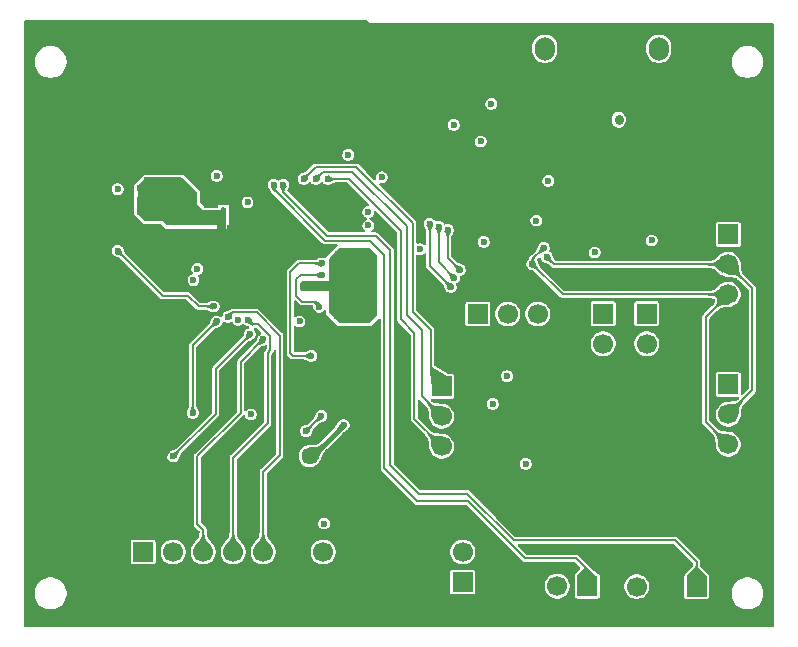
<source format=gbl>
G04 #@! TF.GenerationSoftware,KiCad,Pcbnew,9.0.5*
G04 #@! TF.CreationDate,2026-01-07T17:30:32+01:00*
G04 #@! TF.ProjectId,PCB Main,50434220-4d61-4696-9e2e-6b696361645f,rev?*
G04 #@! TF.SameCoordinates,Original*
G04 #@! TF.FileFunction,Copper,L4,Bot*
G04 #@! TF.FilePolarity,Positive*
%FSLAX46Y46*%
G04 Gerber Fmt 4.6, Leading zero omitted, Abs format (unit mm)*
G04 Created by KiCad (PCBNEW 9.0.5) date 2026-01-07 17:30:32*
%MOMM*%
%LPD*%
G01*
G04 APERTURE LIST*
G04 Aperture macros list*
%AMRoundRect*
0 Rectangle with rounded corners*
0 $1 Rounding radius*
0 $2 $3 $4 $5 $6 $7 $8 $9 X,Y pos of 4 corners*
0 Add a 4 corners polygon primitive as box body*
4,1,4,$2,$3,$4,$5,$6,$7,$8,$9,$2,$3,0*
0 Add four circle primitives for the rounded corners*
1,1,$1+$1,$2,$3*
1,1,$1+$1,$4,$5*
1,1,$1+$1,$6,$7*
1,1,$1+$1,$8,$9*
0 Add four rect primitives between the rounded corners*
20,1,$1+$1,$2,$3,$4,$5,0*
20,1,$1+$1,$4,$5,$6,$7,0*
20,1,$1+$1,$6,$7,$8,$9,0*
20,1,$1+$1,$8,$9,$2,$3,0*%
G04 Aperture macros list end*
G04 #@! TA.AperFunction,ComponentPad*
%ADD10R,1.700000X1.700000*%
G04 #@! TD*
G04 #@! TA.AperFunction,ComponentPad*
%ADD11C,1.700000*%
G04 #@! TD*
G04 #@! TA.AperFunction,ComponentPad*
%ADD12RoundRect,0.250000X-0.600000X-0.750000X0.600000X-0.750000X0.600000X0.750000X-0.600000X0.750000X0*%
G04 #@! TD*
G04 #@! TA.AperFunction,ComponentPad*
%ADD13O,1.700000X2.000000*%
G04 #@! TD*
G04 #@! TA.AperFunction,ComponentPad*
%ADD14C,1.446000*%
G04 #@! TD*
G04 #@! TA.AperFunction,ViaPad*
%ADD15C,0.600000*%
G04 #@! TD*
G04 #@! TA.AperFunction,Conductor*
%ADD16C,0.200000*%
G04 #@! TD*
G04 #@! TA.AperFunction,Conductor*
%ADD17C,0.400000*%
G04 #@! TD*
G04 #@! TA.AperFunction,Conductor*
%ADD18C,0.800000*%
G04 #@! TD*
G04 APERTURE END LIST*
D10*
X72175534Y-62667040D03*
D11*
X72175534Y-65207040D03*
X72175534Y-67747040D03*
D10*
X89535000Y-56510000D03*
D11*
X89535000Y-59050000D03*
D10*
X96442500Y-62497000D03*
D11*
X96442500Y-65037000D03*
X96442500Y-67577000D03*
X96442500Y-70117000D03*
D10*
X93762843Y-79611576D03*
D11*
X91222843Y-79611576D03*
X88682843Y-79611576D03*
D12*
X88067843Y-34078576D03*
D13*
X90567843Y-34078576D03*
D10*
X46899843Y-76690576D03*
D11*
X49439843Y-76690576D03*
X51979843Y-76690576D03*
X54519843Y-76690576D03*
X57059843Y-76690576D03*
X59599843Y-76690576D03*
X62139843Y-76690576D03*
D10*
X67219843Y-76685576D03*
D11*
X67219843Y-79225576D03*
D12*
X78415843Y-34078576D03*
D13*
X80915843Y-34078576D03*
D10*
X84504500Y-79575000D03*
D11*
X81964500Y-79575000D03*
X79424500Y-79575000D03*
D10*
X96442500Y-49797000D03*
D11*
X96442500Y-52337000D03*
X96442500Y-54877000D03*
X96442500Y-57417000D03*
D10*
X85852000Y-56510000D03*
D11*
X85852000Y-59050000D03*
D10*
X75233500Y-56528000D03*
D11*
X77773500Y-56528000D03*
X80313500Y-56528000D03*
D10*
X73950843Y-79225576D03*
D11*
X73950843Y-76685576D03*
X73950843Y-74145576D03*
D14*
X60996843Y-68562576D03*
X40996843Y-68562576D03*
D15*
X54695500Y-53756000D03*
X55675500Y-42685000D03*
X66470500Y-55880000D03*
X57199500Y-46241000D03*
X54278500Y-45860000D03*
X55675500Y-39129000D03*
X54695500Y-51956000D03*
X83303500Y-46680000D03*
X56945500Y-51056000D03*
X52500500Y-47257000D03*
X58295500Y-53756000D03*
X40372843Y-47480576D03*
X54151500Y-58560000D03*
X55676843Y-32875576D03*
X54245500Y-51056000D03*
X54278500Y-44082000D03*
X58745500Y-54656000D03*
X62914500Y-54956000D03*
X58745500Y-51056000D03*
X49911000Y-45225000D03*
X49530000Y-48781000D03*
X55675500Y-40907000D03*
X65708500Y-56147000D03*
X40168843Y-61069576D03*
X55145500Y-51056000D03*
X56495500Y-53756000D03*
X54245500Y-52856000D03*
X55145500Y-54656000D03*
X80059500Y-47511000D03*
X82472500Y-63005000D03*
X62914500Y-53353000D03*
X51857929Y-51356000D03*
X77519500Y-58433000D03*
X55675500Y-43574000D03*
X58295500Y-50156000D03*
X57845500Y-54656000D03*
X56945500Y-49256000D03*
X55595500Y-50156000D03*
X54138843Y-34526576D03*
X80959500Y-64264000D03*
X51181000Y-46355000D03*
X53249843Y-35669576D03*
X66470500Y-53594000D03*
X40168843Y-54973576D03*
X55595500Y-51956000D03*
X57395500Y-51956000D03*
X53249843Y-33383576D03*
X79159500Y-65164000D03*
X80959500Y-65164000D03*
X54138843Y-33637576D03*
X53122843Y-36558576D03*
X55145500Y-52856000D03*
X56045500Y-51056000D03*
X74598500Y-59830000D03*
X65962500Y-51194000D03*
X55595500Y-53756000D03*
X49022000Y-45225000D03*
X56310500Y-45987000D03*
X80694500Y-61608000D03*
X65396843Y-66956576D03*
X50595500Y-45769500D03*
X55662843Y-37320576D03*
X82403500Y-47580000D03*
X54278500Y-43193000D03*
X55675500Y-38240000D03*
X80313500Y-74181000D03*
X62914500Y-52324000D03*
X46658500Y-47879000D03*
X57395500Y-50156000D03*
X64946500Y-49162000D03*
X47420500Y-46495000D03*
X58745500Y-52856000D03*
X56045500Y-49256000D03*
X54265843Y-37828576D03*
X66470500Y-52451000D03*
X64516000Y-57036000D03*
X82403500Y-46680000D03*
X81583500Y-61608000D03*
X56045500Y-52856000D03*
X55789843Y-35542576D03*
X59195500Y-51956000D03*
X80059500Y-64264000D03*
X57845500Y-49256000D03*
X65962500Y-57036000D03*
X48133000Y-45225000D03*
X55675500Y-44463000D03*
X53249843Y-32240576D03*
X46658500Y-46863000D03*
X64692500Y-58433000D03*
X75614500Y-59830000D03*
X55789843Y-34653576D03*
X46658500Y-45847000D03*
X54278500Y-42304000D03*
X50595500Y-56020000D03*
X55675500Y-40018000D03*
X54245500Y-54656000D03*
X56945500Y-54656000D03*
X63327750Y-56687250D03*
X59645500Y-51056000D03*
X81126343Y-49322076D03*
X54278500Y-40526000D03*
X62914500Y-55880000D03*
X82345500Y-62116000D03*
X58745500Y-49256000D03*
X59645500Y-49256000D03*
X57845500Y-52856000D03*
X59195500Y-50156000D03*
X57395500Y-53756000D03*
X66470500Y-54737000D03*
X61009500Y-58941000D03*
X80959500Y-66064000D03*
X54151500Y-44971000D03*
X80059500Y-66064000D03*
X59993500Y-59449000D03*
X50341500Y-47511000D03*
X63404250Y-51466250D03*
X59677343Y-74277576D03*
X55675500Y-41796000D03*
X58295500Y-51956000D03*
X83303500Y-47580000D03*
X54138843Y-31986576D03*
X54695500Y-50156000D03*
X54278500Y-39637000D03*
X47371000Y-48400000D03*
X78662500Y-36843000D03*
X56495500Y-50156000D03*
X88822500Y-36843000D03*
X79159500Y-66064000D03*
X55145500Y-49256000D03*
X54405500Y-63894000D03*
X48944500Y-52464000D03*
X56045500Y-54656000D03*
X53757843Y-37193576D03*
X54245500Y-49256000D03*
X64516000Y-51194000D03*
X65708500Y-52083000D03*
X56056500Y-45225000D03*
X56945500Y-52856000D03*
X54278500Y-41415000D03*
X80059500Y-65164000D03*
X55789843Y-36431576D03*
X54278500Y-38748000D03*
X55789843Y-33764576D03*
X54345500Y-46731474D03*
X79159500Y-64264000D03*
X56495500Y-51956000D03*
X47244000Y-45225000D03*
X52070000Y-44958000D03*
X50800000Y-48781000D03*
X49173186Y-50371152D03*
X40372843Y-44940576D03*
X55662843Y-31986576D03*
X49452500Y-54242000D03*
X57845500Y-51056000D03*
X86282500Y-65418000D03*
X61136500Y-62624000D03*
X85901500Y-66815000D03*
X48604494Y-48400000D03*
X54138843Y-35542576D03*
X52435500Y-69863000D03*
X76503500Y-64148000D03*
X57072500Y-58687000D03*
X85139500Y-51321000D03*
X64257500Y-43066000D03*
X80186500Y-48626000D03*
X44740843Y-45956576D03*
X65962500Y-47892000D03*
X60145500Y-57163000D03*
X70358000Y-51054000D03*
X53135500Y-44844000D03*
X51484500Y-52718000D03*
X65962500Y-49035000D03*
X75487500Y-41923000D03*
X81202500Y-45267500D03*
X73201500Y-40526000D03*
X55739500Y-47068001D03*
X51157685Y-53661185D03*
X56028500Y-65037000D03*
X54945500Y-57036000D03*
X67105500Y-44969000D03*
X60690695Y-66455724D03*
X61983724Y-65162694D03*
X54100051Y-56782000D03*
X52881500Y-55893000D03*
X44740843Y-51181343D03*
X75741500Y-50432000D03*
X55802500Y-57036000D03*
X62217343Y-74277576D03*
X61810250Y-55918750D03*
X62025500Y-53226000D03*
X79297500Y-69228000D03*
X80821500Y-50940000D03*
X79851500Y-52302000D03*
X73709500Y-52802000D03*
X72693500Y-49416000D03*
X71169500Y-48908000D03*
X72947500Y-54242000D03*
X71931500Y-49162000D03*
X73222500Y-53459000D03*
X81075500Y-51702000D03*
X77710000Y-61798500D03*
X58761503Y-45606000D03*
X63872843Y-65940576D03*
X57961500Y-45606000D03*
X62068765Y-52253265D03*
X61136500Y-60084000D03*
X76376500Y-38748000D03*
X55929500Y-58246900D03*
X49452500Y-68593000D03*
X51103500Y-64910000D03*
X53135500Y-57163000D03*
X62533500Y-45098000D03*
X61517500Y-45098000D03*
X60501500Y-45098000D03*
X87171500Y-40018000D03*
X89965500Y-50305000D03*
D16*
X57072500Y-58687000D02*
X55149500Y-60610000D01*
X51979843Y-74785576D02*
X51979843Y-76690576D01*
X51484500Y-68593000D02*
X51484500Y-74290233D01*
X55149500Y-60610000D02*
X55149500Y-64928000D01*
X55149500Y-64928000D02*
X51484500Y-68593000D01*
X51484500Y-74290233D02*
X51979843Y-74785576D01*
X61983724Y-65162694D02*
X60690695Y-66455724D01*
X54481051Y-56401000D02*
X56511020Y-56401000D01*
X57059843Y-69875657D02*
X57059843Y-76690576D01*
X54100051Y-56782000D02*
X54481051Y-56401000D01*
X58469500Y-68466000D02*
X57059843Y-69875657D01*
X58469500Y-58359480D02*
X58469500Y-68466000D01*
X56511020Y-56401000D02*
X58469500Y-58359480D01*
X44740843Y-51181343D02*
X44758610Y-51181343D01*
X44758610Y-51181343D02*
X48581267Y-55004000D01*
X48581267Y-55004000D02*
X50722500Y-55004000D01*
X51611500Y-55893000D02*
X52881500Y-55893000D01*
X50722500Y-55004000D02*
X51611500Y-55893000D01*
X54519843Y-68689576D02*
X54519843Y-76690576D01*
X57673500Y-58438057D02*
X57673500Y-59610000D01*
X57453500Y-65755919D02*
X54519843Y-68689576D01*
X55802500Y-57036000D02*
X56183500Y-57417000D01*
X56652443Y-57417000D02*
X57673500Y-58438057D01*
X57673500Y-59610000D02*
X57453500Y-59830000D01*
X56183500Y-57417000D02*
X56652443Y-57417000D01*
X57453500Y-59830000D02*
X57453500Y-65755919D01*
X60361500Y-55499000D02*
X59866500Y-55004000D01*
X61810250Y-55918750D02*
X61390500Y-55499000D01*
X60247500Y-53226000D02*
X62025500Y-53226000D01*
X61390500Y-55499000D02*
X60361500Y-55499000D01*
X59866500Y-53607000D02*
X60247500Y-53226000D01*
X59866500Y-55004000D02*
X59866500Y-53607000D01*
X96442500Y-54877000D02*
X82426500Y-54877000D01*
X96442500Y-54877000D02*
X94537500Y-56782000D01*
X79851500Y-51910000D02*
X79851500Y-52302000D01*
X94537500Y-65672000D02*
X96442500Y-67577000D01*
X82426500Y-54877000D02*
X79851500Y-52302000D01*
X80821500Y-50940000D02*
X79851500Y-51910000D01*
X94537500Y-56782000D02*
X94537500Y-65672000D01*
X72693500Y-51786000D02*
X73709500Y-52802000D01*
X72693500Y-49416000D02*
X72693500Y-51786000D01*
X71169500Y-52464000D02*
X72947500Y-54242000D01*
X71169500Y-48908000D02*
X71169500Y-52464000D01*
X71931500Y-49162000D02*
X71931500Y-52168000D01*
X71931500Y-52168000D02*
X73222500Y-53459000D01*
X81710500Y-52337000D02*
X81075500Y-51702000D01*
X96442500Y-52337000D02*
X81710500Y-52337000D01*
X98474500Y-54369000D02*
X96442500Y-52337000D01*
X98474500Y-63005000D02*
X98474500Y-54369000D01*
X96442500Y-65037000D02*
X98474500Y-63005000D01*
X78304100Y-75705000D02*
X91961000Y-75705000D01*
X58761503Y-45606000D02*
X58761503Y-46219903D01*
X70231000Y-71755000D02*
X74354100Y-71755000D01*
X67818000Y-51144500D02*
X67818000Y-69342000D01*
X67818000Y-69342000D02*
X70231000Y-71755000D01*
X58761503Y-45606000D02*
X58723500Y-45644003D01*
X66597500Y-49924000D02*
X67818000Y-51144500D01*
X93762843Y-77506843D02*
X93762843Y-79611576D01*
X74354100Y-71755000D02*
X78304100Y-75705000D01*
X91961000Y-75705000D02*
X93762843Y-77506843D01*
X62465600Y-49924000D02*
X66597500Y-49924000D01*
X58761503Y-46219903D02*
X62465600Y-49924000D01*
D17*
X61250843Y-68562576D02*
X63872843Y-65940576D01*
X60996843Y-68562576D02*
X61250843Y-68562576D01*
D16*
X67310000Y-69596000D02*
X70104000Y-72390000D01*
X67310000Y-51525500D02*
X67310000Y-69596000D01*
X83566000Y-77216000D02*
X84504500Y-78154500D01*
X66109500Y-50325000D02*
X67310000Y-51525500D01*
X74422000Y-72390000D02*
X79248000Y-77216000D01*
X84504500Y-78154500D02*
X84504500Y-79575000D01*
X62299500Y-50325000D02*
X66109500Y-50325000D01*
X70104000Y-72390000D02*
X74422000Y-72390000D01*
X57961500Y-45606000D02*
X57961500Y-45987000D01*
X57961500Y-45987000D02*
X62299500Y-50325000D01*
X79248000Y-77216000D02*
X83566000Y-77216000D01*
X59358500Y-52972000D02*
X60077235Y-52253265D01*
X61136500Y-60084000D02*
X59612500Y-60084000D01*
X60077235Y-52253265D02*
X62068765Y-52253265D01*
X59358500Y-59830000D02*
X59358500Y-52972000D01*
X59612500Y-60084000D02*
X59358500Y-59830000D01*
X81951843Y-79562343D02*
X81964500Y-79575000D01*
X55929500Y-58246900D02*
X55929500Y-58306000D01*
X53029500Y-65016000D02*
X49452500Y-68593000D01*
X55929500Y-58306000D02*
X53029500Y-61206000D01*
X53029500Y-61206000D02*
X53029500Y-65016000D01*
X51103500Y-59195000D02*
X51103500Y-64910000D01*
X53135500Y-57163000D02*
X51103500Y-59195000D01*
X72175534Y-67747040D02*
X69850000Y-65421506D01*
X68707000Y-49493500D02*
X64311500Y-45098000D01*
X69850000Y-58129500D02*
X68707000Y-56986500D01*
X64311500Y-45098000D02*
X62533500Y-45098000D01*
X68707000Y-56986500D02*
X68707000Y-49493500D01*
X69850000Y-65421506D02*
X69850000Y-58129500D01*
X64599500Y-44497000D02*
X69215000Y-49112500D01*
X70485000Y-63516506D02*
X72175534Y-65207040D01*
X70485000Y-57875500D02*
X70485000Y-63516506D01*
X62118500Y-44497000D02*
X64599500Y-44497000D01*
X69215000Y-56605500D02*
X70485000Y-57875500D01*
X69215000Y-49112500D02*
X69215000Y-56605500D01*
X61517500Y-45098000D02*
X62118500Y-44497000D01*
X69723000Y-48858500D02*
X69723000Y-56351500D01*
X71247000Y-57875500D02*
X71247000Y-61738506D01*
X60501500Y-45098000D02*
X61503500Y-44096000D01*
X64960500Y-44096000D02*
X69723000Y-48858500D01*
X69723000Y-56351500D02*
X71247000Y-57875500D01*
X71247000Y-61738506D02*
X72175534Y-62667040D01*
X61503500Y-44096000D02*
X64960500Y-44096000D01*
D18*
X87171500Y-40018000D02*
X87171500Y-40145000D01*
G04 #@! TA.AperFunction,Conductor*
G36*
X50182429Y-44990685D02*
G01*
X50200919Y-45005218D01*
X51446029Y-46191351D01*
X51480991Y-46251844D01*
X51484500Y-46281133D01*
X51484500Y-47257000D01*
X51992500Y-47765000D01*
X53516500Y-47765000D01*
X53516500Y-47635000D01*
X53519050Y-47626314D01*
X53517762Y-47617353D01*
X53528740Y-47593312D01*
X53536185Y-47567961D01*
X53543025Y-47562033D01*
X53546787Y-47553797D01*
X53569021Y-47539507D01*
X53588989Y-47522206D01*
X53599503Y-47519918D01*
X53605565Y-47516023D01*
X53640500Y-47511000D01*
X53773500Y-47511000D01*
X53840539Y-47530685D01*
X53886294Y-47583489D01*
X53897500Y-47635000D01*
X53897500Y-49035000D01*
X48995862Y-49035000D01*
X48928823Y-49015315D01*
X48908181Y-48998681D01*
X48563500Y-48654000D01*
X47165131Y-48654000D01*
X47098092Y-48634315D01*
X47081474Y-48621529D01*
X46820930Y-48383393D01*
X46448913Y-48043370D01*
X46412710Y-47983614D01*
X46408577Y-47950612D01*
X46430317Y-45767498D01*
X46450668Y-45700662D01*
X46462872Y-45684982D01*
X47080138Y-45011234D01*
X47139939Y-44975102D01*
X47171568Y-44971000D01*
X50115390Y-44971000D01*
X50182429Y-44990685D01*
G37*
G04 #@! TD.AperFunction*
G04 #@! TA.AperFunction,Conductor*
G36*
X66105177Y-50959685D02*
G01*
X66125819Y-50976319D01*
X66688181Y-51538681D01*
X66721666Y-51600004D01*
X66724500Y-51626362D01*
X66724500Y-56603638D01*
X66704815Y-56670677D01*
X66688181Y-56691319D01*
X66125819Y-57253681D01*
X66064496Y-57287166D01*
X66038138Y-57290000D01*
X63600862Y-57290000D01*
X63533823Y-57270315D01*
X63513181Y-57253681D01*
X62696819Y-56437319D01*
X62663334Y-56375996D01*
X62660500Y-56349638D01*
X62660500Y-54623000D01*
X60371500Y-54623000D01*
X60304461Y-54603315D01*
X60266767Y-54565386D01*
X60247500Y-54534989D01*
X60247500Y-53858000D01*
X60267185Y-53790961D01*
X60319989Y-53745206D01*
X60371500Y-53734000D01*
X62660500Y-53734000D01*
X62660500Y-51880362D01*
X62680185Y-51813323D01*
X62696819Y-51792681D01*
X63513181Y-50976319D01*
X63574504Y-50942834D01*
X63600862Y-50940000D01*
X66038138Y-50940000D01*
X66105177Y-50959685D01*
G37*
G04 #@! TD.AperFunction*
G04 #@! TA.AperFunction,Conductor*
G36*
X60247500Y-54496000D02*
G01*
X60247499Y-54496000D01*
X60238594Y-54487095D01*
X60207809Y-54477093D01*
X60171845Y-54427593D01*
X60167000Y-54397000D01*
X60167000Y-53960000D01*
X60185907Y-53901809D01*
X60235407Y-53865845D01*
X60244017Y-53864481D01*
X60247499Y-53861000D01*
X60247500Y-53861000D01*
X60247500Y-54496000D01*
G37*
G04 #@! TD.AperFunction*
G04 #@! TA.AperFunction,Conductor*
G36*
X65876828Y-31683304D02*
G01*
X65888635Y-31693388D01*
X66041060Y-31845788D01*
X66041063Y-31845794D01*
X66041065Y-31845793D01*
X66041066Y-31845794D01*
X66071732Y-31876460D01*
X66071736Y-31876462D01*
X66071748Y-31876471D01*
X66071752Y-31876475D01*
X66071757Y-31876477D01*
X66071834Y-31876536D01*
X66072661Y-31877000D01*
X66082598Y-31882735D01*
X66104114Y-31895155D01*
X66104122Y-31895164D01*
X66104124Y-31895161D01*
X66140254Y-31916021D01*
X66140255Y-31916021D01*
X66140267Y-31916028D01*
X66140293Y-31916039D01*
X66140809Y-31916173D01*
X66151859Y-31919133D01*
X66177811Y-31926085D01*
X66177810Y-31926086D01*
X66177816Y-31926086D01*
X66216681Y-31936500D01*
X66216685Y-31936501D01*
X66216703Y-31936503D01*
X66216705Y-31936502D01*
X66216706Y-31936503D01*
X66256268Y-31936500D01*
X100234000Y-31936500D01*
X100292191Y-31955407D01*
X100328155Y-32004907D01*
X100333000Y-32035500D01*
X100333000Y-82925500D01*
X100314093Y-82983691D01*
X100264593Y-83019655D01*
X100234000Y-83024500D01*
X36898221Y-83024500D01*
X36840030Y-83005593D01*
X36804066Y-82956093D01*
X36799221Y-82925516D01*
X36799221Y-82925500D01*
X36798766Y-80085709D01*
X37716000Y-80085709D01*
X37716000Y-80298290D01*
X37749252Y-80508238D01*
X37814943Y-80710412D01*
X37911448Y-80899815D01*
X37911450Y-80899819D01*
X38036391Y-81071786D01*
X38036393Y-81071788D01*
X38036396Y-81071792D01*
X38186708Y-81222104D01*
X38186711Y-81222106D01*
X38186713Y-81222108D01*
X38358680Y-81347049D01*
X38358684Y-81347051D01*
X38548088Y-81443557D01*
X38750257Y-81509246D01*
X38750258Y-81509246D01*
X38750261Y-81509247D01*
X38960210Y-81542500D01*
X38960213Y-81542500D01*
X39172790Y-81542500D01*
X39382738Y-81509247D01*
X39382739Y-81509246D01*
X39382743Y-81509246D01*
X39584912Y-81443557D01*
X39774316Y-81347051D01*
X39946292Y-81222104D01*
X40096604Y-81071792D01*
X40221551Y-80899816D01*
X40318057Y-80710412D01*
X40383746Y-80508243D01*
X40384540Y-80503231D01*
X40417000Y-80298290D01*
X40417000Y-80085709D01*
X40383747Y-79875761D01*
X40383746Y-79875757D01*
X40318057Y-79673588D01*
X40221551Y-79484184D01*
X40221549Y-79484180D01*
X40096608Y-79312213D01*
X40096606Y-79312211D01*
X40096604Y-79312208D01*
X39946292Y-79161896D01*
X39946288Y-79161893D01*
X39946286Y-79161891D01*
X39774319Y-79036950D01*
X39774315Y-79036948D01*
X39584912Y-78940443D01*
X39382738Y-78874752D01*
X39172790Y-78841500D01*
X39172787Y-78841500D01*
X38960213Y-78841500D01*
X38960210Y-78841500D01*
X38750261Y-78874752D01*
X38548087Y-78940443D01*
X38358684Y-79036948D01*
X38358680Y-79036950D01*
X38186713Y-79161891D01*
X38036391Y-79312213D01*
X37911450Y-79484180D01*
X37911448Y-79484184D01*
X37814943Y-79673587D01*
X37749252Y-79875761D01*
X37716000Y-80085709D01*
X36798766Y-80085709D01*
X36798489Y-78355829D01*
X72900343Y-78355829D01*
X72900343Y-80095322D01*
X72900344Y-80095334D01*
X72911975Y-80153803D01*
X72911976Y-80153807D01*
X72956291Y-80220128D01*
X73022612Y-80264443D01*
X73067074Y-80273287D01*
X73081084Y-80276074D01*
X73081089Y-80276074D01*
X73081095Y-80276076D01*
X73081096Y-80276076D01*
X74820590Y-80276076D01*
X74820591Y-80276076D01*
X74879074Y-80264443D01*
X74945395Y-80220128D01*
X74989710Y-80153807D01*
X75001343Y-80095324D01*
X75001343Y-79471532D01*
X80914000Y-79471532D01*
X80914000Y-79678467D01*
X80954369Y-79881418D01*
X81033558Y-80072597D01*
X81132136Y-80220130D01*
X81148523Y-80244655D01*
X81294845Y-80390977D01*
X81466902Y-80505941D01*
X81658080Y-80585130D01*
X81861035Y-80625500D01*
X81861036Y-80625500D01*
X82067964Y-80625500D01*
X82067965Y-80625500D01*
X82270920Y-80585130D01*
X82462098Y-80505941D01*
X82634155Y-80390977D01*
X82780477Y-80244655D01*
X82895441Y-80072598D01*
X82974630Y-79881420D01*
X83015000Y-79678465D01*
X83015000Y-79471535D01*
X82974630Y-79268580D01*
X82895441Y-79077402D01*
X82780477Y-78905345D01*
X82634155Y-78759023D01*
X82634151Y-78759020D01*
X82462097Y-78644058D01*
X82270918Y-78564869D01*
X82067967Y-78524500D01*
X82067965Y-78524500D01*
X81861035Y-78524500D01*
X81861032Y-78524500D01*
X81658081Y-78564869D01*
X81466902Y-78644058D01*
X81294848Y-78759020D01*
X81148520Y-78905348D01*
X81033558Y-79077402D01*
X80954369Y-79268581D01*
X80914000Y-79471532D01*
X75001343Y-79471532D01*
X75001343Y-78355828D01*
X74989710Y-78297345D01*
X74945395Y-78231024D01*
X74945391Y-78231021D01*
X74879076Y-78186710D01*
X74879074Y-78186709D01*
X74879071Y-78186708D01*
X74879070Y-78186708D01*
X74820601Y-78175077D01*
X74820591Y-78175076D01*
X73081095Y-78175076D01*
X73081094Y-78175076D01*
X73081084Y-78175077D01*
X73022615Y-78186708D01*
X73022609Y-78186710D01*
X72956294Y-78231021D01*
X72956288Y-78231027D01*
X72911977Y-78297342D01*
X72911975Y-78297348D01*
X72900344Y-78355817D01*
X72900343Y-78355829D01*
X36798489Y-78355829D01*
X36798083Y-75820829D01*
X45849343Y-75820829D01*
X45849343Y-77560322D01*
X45849344Y-77560334D01*
X45860975Y-77618803D01*
X45860977Y-77618809D01*
X45886386Y-77656835D01*
X45905291Y-77685128D01*
X45971612Y-77729443D01*
X46013656Y-77737806D01*
X46030084Y-77741074D01*
X46030089Y-77741074D01*
X46030095Y-77741076D01*
X46030096Y-77741076D01*
X47769590Y-77741076D01*
X47769591Y-77741076D01*
X47828074Y-77729443D01*
X47894395Y-77685128D01*
X47938710Y-77618807D01*
X47950343Y-77560324D01*
X47950343Y-76587108D01*
X48389343Y-76587108D01*
X48389343Y-76794043D01*
X48429712Y-76996994D01*
X48508901Y-77188173D01*
X48561159Y-77266383D01*
X48623866Y-77360231D01*
X48770188Y-77506553D01*
X48942245Y-77621517D01*
X49133423Y-77700706D01*
X49336378Y-77741076D01*
X49336379Y-77741076D01*
X49543307Y-77741076D01*
X49543308Y-77741076D01*
X49746263Y-77700706D01*
X49937441Y-77621517D01*
X50109498Y-77506553D01*
X50255820Y-77360231D01*
X50370784Y-77188174D01*
X50449973Y-76996996D01*
X50490343Y-76794041D01*
X50490343Y-76587111D01*
X50449973Y-76384156D01*
X50370784Y-76192978D01*
X50255820Y-76020921D01*
X50109498Y-75874599D01*
X50109494Y-75874596D01*
X49937440Y-75759634D01*
X49746261Y-75680445D01*
X49543310Y-75640076D01*
X49543308Y-75640076D01*
X49336378Y-75640076D01*
X49336375Y-75640076D01*
X49133424Y-75680445D01*
X48942245Y-75759634D01*
X48770191Y-75874596D01*
X48623863Y-76020924D01*
X48508901Y-76192978D01*
X48429712Y-76384157D01*
X48389343Y-76587108D01*
X47950343Y-76587108D01*
X47950343Y-75820828D01*
X47938710Y-75762345D01*
X47894395Y-75696024D01*
X47894391Y-75696021D01*
X47828076Y-75651710D01*
X47828074Y-75651709D01*
X47828071Y-75651708D01*
X47828070Y-75651708D01*
X47769601Y-75640077D01*
X47769591Y-75640076D01*
X46030095Y-75640076D01*
X46030094Y-75640076D01*
X46030084Y-75640077D01*
X45971615Y-75651708D01*
X45971609Y-75651710D01*
X45905294Y-75696021D01*
X45905288Y-75696027D01*
X45860977Y-75762342D01*
X45860975Y-75762348D01*
X45849344Y-75820817D01*
X45849343Y-75820829D01*
X36798083Y-75820829D01*
X36796915Y-68527108D01*
X48952000Y-68527108D01*
X48952000Y-68658892D01*
X48960742Y-68691518D01*
X48986109Y-68786190D01*
X49051996Y-68900309D01*
X49051998Y-68900311D01*
X49052000Y-68900314D01*
X49145186Y-68993500D01*
X49145188Y-68993501D01*
X49145190Y-68993503D01*
X49259310Y-69059390D01*
X49259308Y-69059390D01*
X49259312Y-69059391D01*
X49259314Y-69059392D01*
X49386608Y-69093500D01*
X49386610Y-69093500D01*
X49518390Y-69093500D01*
X49518392Y-69093500D01*
X49645686Y-69059392D01*
X49645688Y-69059390D01*
X49645690Y-69059390D01*
X49759809Y-68993503D01*
X49759809Y-68993502D01*
X49759814Y-68993500D01*
X49853000Y-68900314D01*
X49865397Y-68878840D01*
X49877398Y-68862282D01*
X49885070Y-68853721D01*
X49920951Y-68793083D01*
X49926898Y-68782308D01*
X49927543Y-68781052D01*
X49932916Y-68769758D01*
X49959815Y-68708464D01*
X49965777Y-68693264D01*
X49966383Y-68691518D01*
X49971078Y-68676053D01*
X49977748Y-68650510D01*
X49986942Y-68615297D01*
X50001035Y-68561323D01*
X50001870Y-68558013D01*
X50001972Y-68557594D01*
X50002912Y-68553554D01*
X50012301Y-68511286D01*
X50015672Y-68499578D01*
X50021485Y-68483243D01*
X50029524Y-68466069D01*
X50039542Y-68449116D01*
X50040110Y-68448155D01*
X50050527Y-68433683D01*
X50091555Y-68386346D01*
X50096049Y-68378771D01*
X50111184Y-68359285D01*
X53269960Y-65200511D01*
X53271635Y-65197610D01*
X53309521Y-65131989D01*
X53330000Y-65055562D01*
X53330000Y-61371478D01*
X53348907Y-61313287D01*
X53358990Y-61301480D01*
X55728490Y-58931979D01*
X55735004Y-58926024D01*
X55740945Y-58921059D01*
X55755817Y-58912148D01*
X55805595Y-58867038D01*
X55807098Y-58865783D01*
X55807639Y-58865565D01*
X55813714Y-58860712D01*
X55834334Y-58846251D01*
X55851164Y-58836754D01*
X55921393Y-58805736D01*
X55929686Y-58802511D01*
X55932738Y-58801481D01*
X55936206Y-58800274D01*
X55936462Y-58800182D01*
X55936615Y-58800128D01*
X55937591Y-58799768D01*
X55940068Y-58798857D01*
X56038632Y-58761571D01*
X56052876Y-58755561D01*
X56054467Y-58754818D01*
X56068167Y-58747783D01*
X56185842Y-58681673D01*
X56192452Y-58677796D01*
X56193189Y-58677345D01*
X56197066Y-58673631D01*
X56204130Y-58670221D01*
X56216048Y-58659387D01*
X56236814Y-58647400D01*
X56330000Y-58554214D01*
X56368858Y-58486910D01*
X56395890Y-58440090D01*
X56395890Y-58440088D01*
X56395892Y-58440086D01*
X56430000Y-58312792D01*
X56430000Y-58181008D01*
X56395892Y-58053714D01*
X56395890Y-58053710D01*
X56395890Y-58053709D01*
X56330003Y-57939590D01*
X56330001Y-57939588D01*
X56330000Y-57939586D01*
X56276915Y-57886501D01*
X56266392Y-57865848D01*
X56252766Y-57847093D01*
X56252766Y-57839103D01*
X56249140Y-57831987D01*
X56252766Y-57809092D01*
X56252766Y-57785907D01*
X56257461Y-57779444D01*
X56258711Y-57771555D01*
X56275102Y-57755163D01*
X56288730Y-57736407D01*
X56296327Y-57733938D01*
X56301976Y-57728290D01*
X56346921Y-57717500D01*
X56486964Y-57717500D01*
X56545155Y-57736407D01*
X56556968Y-57746496D01*
X56884299Y-58073827D01*
X56912076Y-58128344D01*
X56902505Y-58188776D01*
X56863795Y-58229567D01*
X56765190Y-58286496D01*
X56765185Y-58286500D01*
X56672003Y-58379681D01*
X56672002Y-58379682D01*
X56659607Y-58401150D01*
X56647605Y-58417710D01*
X56639931Y-58426273D01*
X56639927Y-58426279D01*
X56604049Y-58486910D01*
X56598155Y-58497583D01*
X56597521Y-58498815D01*
X56592086Y-58510231D01*
X56565181Y-58571541D01*
X56559213Y-58586756D01*
X56558612Y-58588488D01*
X56553920Y-58603945D01*
X56523951Y-58718719D01*
X56523189Y-58721739D01*
X56523063Y-58722250D01*
X56522088Y-58726438D01*
X56512702Y-58768690D01*
X56509328Y-58780412D01*
X56503513Y-58796752D01*
X56495472Y-58813928D01*
X56484880Y-58831851D01*
X56474466Y-58846319D01*
X56433441Y-58893657D01*
X56433439Y-58893659D01*
X56428941Y-58901240D01*
X56425036Y-58906265D01*
X56424447Y-58908141D01*
X56422402Y-58909656D01*
X56413809Y-58920718D01*
X54964989Y-60369540D01*
X54964988Y-60369539D01*
X54909039Y-60425489D01*
X54869480Y-60494007D01*
X54869478Y-60494011D01*
X54849000Y-60570435D01*
X54849000Y-64762521D01*
X54830093Y-64820712D01*
X54820004Y-64832525D01*
X51299989Y-68352540D01*
X51299988Y-68352539D01*
X51244039Y-68408489D01*
X51204480Y-68477007D01*
X51204478Y-68477011D01*
X51184000Y-68553435D01*
X51184000Y-74329797D01*
X51204478Y-74406220D01*
X51204479Y-74406222D01*
X51219456Y-74432163D01*
X51244040Y-74474744D01*
X51650348Y-74881052D01*
X51653973Y-74888167D01*
X51660436Y-74892863D01*
X51667599Y-74914911D01*
X51678124Y-74935567D01*
X51679343Y-74951054D01*
X51679343Y-74977821D01*
X51676791Y-75000153D01*
X51674089Y-75011821D01*
X51669868Y-75146820D01*
X51669317Y-75154600D01*
X51657612Y-75260520D01*
X51656111Y-75269929D01*
X51641523Y-75339623D01*
X51638781Y-75349922D01*
X51623608Y-75396638D01*
X51617150Y-75411987D01*
X51565352Y-75510890D01*
X51555682Y-75525887D01*
X51453450Y-75656815D01*
X51450357Y-75660582D01*
X51417622Y-75698498D01*
X51415735Y-75700713D01*
X51277040Y-75865723D01*
X51272829Y-75870900D01*
X51272379Y-75871472D01*
X51268017Y-75877220D01*
X51114428Y-76087176D01*
X51111876Y-76090743D01*
X51111620Y-76091110D01*
X51105745Y-76104857D01*
X51097027Y-76120950D01*
X51048902Y-76192975D01*
X50969712Y-76384157D01*
X50929343Y-76587108D01*
X50929343Y-76794043D01*
X50969712Y-76996994D01*
X51048901Y-77188173D01*
X51101159Y-77266383D01*
X51163866Y-77360231D01*
X51310188Y-77506553D01*
X51482245Y-77621517D01*
X51673423Y-77700706D01*
X51876378Y-77741076D01*
X51876379Y-77741076D01*
X52083307Y-77741076D01*
X52083308Y-77741076D01*
X52286263Y-77700706D01*
X52477441Y-77621517D01*
X52649498Y-77506553D01*
X52795820Y-77360231D01*
X52910784Y-77188174D01*
X52989973Y-76996996D01*
X53030343Y-76794041D01*
X53030343Y-76587111D01*
X52989973Y-76384156D01*
X52910784Y-76192978D01*
X52910782Y-76192975D01*
X52910780Y-76192971D01*
X52860492Y-76117711D01*
X52853308Y-76105029D01*
X52846726Y-76091110D01*
X52844343Y-76086070D01*
X52664191Y-75843145D01*
X52664178Y-75843127D01*
X52660103Y-75837817D01*
X52659622Y-75837211D01*
X52655341Y-75831994D01*
X52544537Y-75701402D01*
X52543682Y-75700381D01*
X52542127Y-75698498D01*
X52424390Y-75555887D01*
X52418570Y-75548086D01*
X52403649Y-75525887D01*
X52384120Y-75496832D01*
X52378348Y-75487080D01*
X52351854Y-75435837D01*
X52346643Y-75423890D01*
X52325361Y-75364749D01*
X52321879Y-75352744D01*
X52304440Y-75274421D01*
X52302708Y-75264095D01*
X52290603Y-75157676D01*
X52290023Y-75149700D01*
X52285601Y-75011653D01*
X52282738Y-74998873D01*
X52280343Y-74977230D01*
X52280343Y-74746015D01*
X52262139Y-74678076D01*
X52259865Y-74669589D01*
X52259865Y-74669588D01*
X52220303Y-74601065D01*
X52025458Y-74406220D01*
X51813996Y-74194757D01*
X51786219Y-74140241D01*
X51785000Y-74124754D01*
X51785000Y-68758478D01*
X51803907Y-68700287D01*
X51813990Y-68688480D01*
X55379615Y-65122855D01*
X55434128Y-65095081D01*
X55494560Y-65104652D01*
X55537825Y-65147917D01*
X55545240Y-65167235D01*
X55554156Y-65200509D01*
X55562109Y-65230190D01*
X55627996Y-65344309D01*
X55627998Y-65344311D01*
X55628000Y-65344314D01*
X55721186Y-65437500D01*
X55721188Y-65437501D01*
X55721190Y-65437503D01*
X55835310Y-65503390D01*
X55835308Y-65503390D01*
X55835312Y-65503391D01*
X55835314Y-65503392D01*
X55962608Y-65537500D01*
X55962610Y-65537500D01*
X56094390Y-65537500D01*
X56094392Y-65537500D01*
X56221686Y-65503392D01*
X56221688Y-65503390D01*
X56221690Y-65503390D01*
X56335809Y-65437503D01*
X56335809Y-65437502D01*
X56335814Y-65437500D01*
X56429000Y-65344314D01*
X56494892Y-65230186D01*
X56529000Y-65102892D01*
X56529000Y-64971108D01*
X56494892Y-64843814D01*
X56494890Y-64843811D01*
X56494890Y-64843809D01*
X56429003Y-64729690D01*
X56429001Y-64729688D01*
X56429000Y-64729686D01*
X56335814Y-64636500D01*
X56335811Y-64636498D01*
X56335809Y-64636496D01*
X56221689Y-64570609D01*
X56221691Y-64570609D01*
X56172299Y-64557375D01*
X56094392Y-64536500D01*
X55962608Y-64536500D01*
X55884700Y-64557375D01*
X55835309Y-64570609D01*
X55721190Y-64636496D01*
X55627994Y-64729692D01*
X55627539Y-64730286D01*
X55627097Y-64730589D01*
X55623412Y-64734275D01*
X55622728Y-64733591D01*
X55577113Y-64764940D01*
X55515948Y-64763335D01*
X55467409Y-64726085D01*
X55450000Y-64670015D01*
X55450000Y-60775478D01*
X55468907Y-60717287D01*
X55478990Y-60705480D01*
X56841016Y-59343453D01*
X56848484Y-59336711D01*
X56854291Y-59331979D01*
X56868141Y-59323819D01*
X56907983Y-59288242D01*
X56909708Y-59286838D01*
X56910390Y-59286573D01*
X56917138Y-59281342D01*
X56926249Y-59275239D01*
X56946151Y-59264958D01*
X56993057Y-59247121D01*
X57007617Y-59242831D01*
X57031230Y-59237807D01*
X57035688Y-59236806D01*
X57036158Y-59236695D01*
X57039962Y-59235758D01*
X57039976Y-59235754D01*
X57039998Y-59235749D01*
X57073903Y-59227055D01*
X57149434Y-59207690D01*
X57164643Y-59203158D01*
X57166352Y-59202576D01*
X57181167Y-59196884D01*
X57234949Y-59173796D01*
X57239614Y-59173369D01*
X57243407Y-59170614D01*
X57269704Y-59170614D01*
X57295878Y-59168217D01*
X57299904Y-59170614D01*
X57304593Y-59170614D01*
X57325866Y-59186069D01*
X57348452Y-59199516D01*
X57350300Y-59203822D01*
X57354093Y-59206578D01*
X57362218Y-59231584D01*
X57372587Y-59255740D01*
X57373000Y-59264769D01*
X57373000Y-59444521D01*
X57354093Y-59502712D01*
X57344004Y-59514525D01*
X57268989Y-59589540D01*
X57268988Y-59589539D01*
X57213039Y-59645489D01*
X57173480Y-59714007D01*
X57173478Y-59714011D01*
X57153000Y-59790435D01*
X57153000Y-65590440D01*
X57134093Y-65648631D01*
X57124004Y-65660444D01*
X54335332Y-68449116D01*
X54335331Y-68449115D01*
X54279382Y-68505065D01*
X54239823Y-68573583D01*
X54239821Y-68573587D01*
X54219343Y-68650011D01*
X54219343Y-74977821D01*
X54219184Y-74983437D01*
X54218703Y-74991895D01*
X54214089Y-75011824D01*
X54209830Y-75148049D01*
X54209757Y-75149342D01*
X54209674Y-75149554D01*
X54209317Y-75154600D01*
X54197612Y-75260520D01*
X54196111Y-75269929D01*
X54181523Y-75339623D01*
X54178781Y-75349922D01*
X54163608Y-75396638D01*
X54157150Y-75411987D01*
X54105352Y-75510890D01*
X54095682Y-75525887D01*
X53993450Y-75656815D01*
X53990357Y-75660582D01*
X53957622Y-75698498D01*
X53955735Y-75700713D01*
X53817040Y-75865723D01*
X53812829Y-75870900D01*
X53812379Y-75871472D01*
X53808017Y-75877220D01*
X53654428Y-76087176D01*
X53651876Y-76090743D01*
X53651620Y-76091110D01*
X53645745Y-76104857D01*
X53637027Y-76120950D01*
X53588902Y-76192975D01*
X53509712Y-76384157D01*
X53469343Y-76587108D01*
X53469343Y-76794043D01*
X53509712Y-76996994D01*
X53588901Y-77188173D01*
X53641159Y-77266383D01*
X53703866Y-77360231D01*
X53850188Y-77506553D01*
X54022245Y-77621517D01*
X54213423Y-77700706D01*
X54416378Y-77741076D01*
X54416379Y-77741076D01*
X54623307Y-77741076D01*
X54623308Y-77741076D01*
X54826263Y-77700706D01*
X55017441Y-77621517D01*
X55189498Y-77506553D01*
X55335820Y-77360231D01*
X55450784Y-77188174D01*
X55529973Y-76996996D01*
X55570343Y-76794041D01*
X55570343Y-76587111D01*
X55529973Y-76384156D01*
X55450784Y-76192978D01*
X55450782Y-76192975D01*
X55450780Y-76192971D01*
X55400492Y-76117711D01*
X55393308Y-76105029D01*
X55386726Y-76091110D01*
X55384343Y-76086070D01*
X55204191Y-75843145D01*
X55204178Y-75843127D01*
X55200103Y-75837817D01*
X55199622Y-75837211D01*
X55195341Y-75831994D01*
X55084537Y-75701402D01*
X55083682Y-75700381D01*
X55082127Y-75698498D01*
X54964390Y-75555887D01*
X54958570Y-75548086D01*
X54943649Y-75525887D01*
X54924120Y-75496832D01*
X54918348Y-75487080D01*
X54891854Y-75435837D01*
X54886643Y-75423890D01*
X54865361Y-75364749D01*
X54861879Y-75352744D01*
X54844440Y-75274421D01*
X54842708Y-75264095D01*
X54830603Y-75157676D01*
X54830023Y-75149700D01*
X54825601Y-75011653D01*
X54822738Y-74998873D01*
X54820343Y-74977230D01*
X54820343Y-68855054D01*
X54839250Y-68796863D01*
X54849333Y-68785056D01*
X57693960Y-65940430D01*
X57694124Y-65940146D01*
X57733520Y-65871911D01*
X57733520Y-65871909D01*
X57733522Y-65871907D01*
X57754000Y-65795481D01*
X57754000Y-65716357D01*
X57754000Y-59995478D01*
X57772907Y-59937287D01*
X57782990Y-59925480D01*
X57913960Y-59794511D01*
X57920317Y-59783500D01*
X57953521Y-59725989D01*
X57974000Y-59649562D01*
X57974000Y-59647181D01*
X57978133Y-59636892D01*
X57994119Y-59617760D01*
X58007698Y-59596853D01*
X58013429Y-59594652D01*
X58017367Y-59589941D01*
X58041547Y-59583859D01*
X58064819Y-59574927D01*
X58070748Y-59576515D01*
X58076705Y-59575018D01*
X58099841Y-59584311D01*
X58123920Y-59590763D01*
X58127784Y-59595534D01*
X58133481Y-59597823D01*
X58146733Y-59618935D01*
X58162425Y-59638313D01*
X58163903Y-59646288D01*
X58166010Y-59649645D01*
X58165611Y-59655509D01*
X58169000Y-59673791D01*
X58169000Y-68300521D01*
X58150093Y-68358712D01*
X58140004Y-68370525D01*
X56875332Y-69635197D01*
X56875331Y-69635196D01*
X56819382Y-69691146D01*
X56779823Y-69759664D01*
X56779822Y-69759667D01*
X56759343Y-69836092D01*
X56759343Y-74977821D01*
X56759184Y-74983437D01*
X56758703Y-74991895D01*
X56754089Y-75011824D01*
X56749830Y-75148049D01*
X56749757Y-75149342D01*
X56749674Y-75149554D01*
X56749317Y-75154600D01*
X56737612Y-75260520D01*
X56736111Y-75269929D01*
X56721523Y-75339623D01*
X56718781Y-75349922D01*
X56703608Y-75396638D01*
X56697150Y-75411987D01*
X56645352Y-75510890D01*
X56635682Y-75525887D01*
X56533450Y-75656815D01*
X56530357Y-75660582D01*
X56497622Y-75698498D01*
X56495735Y-75700713D01*
X56357040Y-75865723D01*
X56352829Y-75870900D01*
X56352379Y-75871472D01*
X56348017Y-75877220D01*
X56194428Y-76087176D01*
X56191876Y-76090743D01*
X56191620Y-76091110D01*
X56185745Y-76104857D01*
X56177027Y-76120950D01*
X56128902Y-76192975D01*
X56049712Y-76384157D01*
X56009343Y-76587108D01*
X56009343Y-76794043D01*
X56049712Y-76996994D01*
X56128901Y-77188173D01*
X56181159Y-77266383D01*
X56243866Y-77360231D01*
X56390188Y-77506553D01*
X56562245Y-77621517D01*
X56753423Y-77700706D01*
X56956378Y-77741076D01*
X56956379Y-77741076D01*
X57163307Y-77741076D01*
X57163308Y-77741076D01*
X57366263Y-77700706D01*
X57557441Y-77621517D01*
X57729498Y-77506553D01*
X57875820Y-77360231D01*
X57990784Y-77188174D01*
X58069973Y-76996996D01*
X58110343Y-76794041D01*
X58110343Y-76587111D01*
X58110342Y-76587108D01*
X61089343Y-76587108D01*
X61089343Y-76794043D01*
X61129712Y-76996994D01*
X61208901Y-77188173D01*
X61261159Y-77266383D01*
X61323866Y-77360231D01*
X61470188Y-77506553D01*
X61642245Y-77621517D01*
X61833423Y-77700706D01*
X62036378Y-77741076D01*
X62036379Y-77741076D01*
X62243307Y-77741076D01*
X62243308Y-77741076D01*
X62446263Y-77700706D01*
X62637441Y-77621517D01*
X62809498Y-77506553D01*
X62955820Y-77360231D01*
X63070784Y-77188174D01*
X63149973Y-76996996D01*
X63190343Y-76794041D01*
X63190343Y-76587111D01*
X63190342Y-76587108D01*
X63189347Y-76582108D01*
X72900343Y-76582108D01*
X72900343Y-76789043D01*
X72940712Y-76991994D01*
X73019901Y-77183173D01*
X73134863Y-77355227D01*
X73134866Y-77355231D01*
X73281188Y-77501553D01*
X73453245Y-77616517D01*
X73644423Y-77695706D01*
X73847378Y-77736076D01*
X73847379Y-77736076D01*
X74054307Y-77736076D01*
X74054308Y-77736076D01*
X74257263Y-77695706D01*
X74448441Y-77616517D01*
X74620498Y-77501553D01*
X74766820Y-77355231D01*
X74881784Y-77183174D01*
X74960973Y-76991996D01*
X75001343Y-76789041D01*
X75001343Y-76582111D01*
X74960973Y-76379156D01*
X74881784Y-76187978D01*
X74766820Y-76015921D01*
X74620498Y-75869599D01*
X74620494Y-75869596D01*
X74448440Y-75754634D01*
X74257261Y-75675445D01*
X74054310Y-75635076D01*
X74054308Y-75635076D01*
X73847378Y-75635076D01*
X73847375Y-75635076D01*
X73644424Y-75675445D01*
X73453245Y-75754634D01*
X73281191Y-75869596D01*
X73134863Y-76015924D01*
X73019901Y-76187978D01*
X72940712Y-76379157D01*
X72900343Y-76582108D01*
X63189347Y-76582108D01*
X63149973Y-76384157D01*
X63070784Y-76192978D01*
X62955822Y-76020924D01*
X62955820Y-76020921D01*
X62809498Y-75874599D01*
X62809494Y-75874596D01*
X62637440Y-75759634D01*
X62446261Y-75680445D01*
X62243310Y-75640076D01*
X62243308Y-75640076D01*
X62036378Y-75640076D01*
X62036375Y-75640076D01*
X61833424Y-75680445D01*
X61642245Y-75759634D01*
X61470191Y-75874596D01*
X61323863Y-76020924D01*
X61208901Y-76192978D01*
X61129712Y-76384157D01*
X61089343Y-76587108D01*
X58110342Y-76587108D01*
X58069973Y-76384156D01*
X57990784Y-76192978D01*
X57990782Y-76192975D01*
X57990780Y-76192971D01*
X57940492Y-76117711D01*
X57933308Y-76105029D01*
X57926726Y-76091110D01*
X57924343Y-76086070D01*
X57744191Y-75843145D01*
X57744178Y-75843127D01*
X57740103Y-75837817D01*
X57739622Y-75837211D01*
X57735341Y-75831994D01*
X57624537Y-75701402D01*
X57623682Y-75700381D01*
X57622127Y-75698498D01*
X57504390Y-75555887D01*
X57498570Y-75548086D01*
X57483649Y-75525887D01*
X57464120Y-75496832D01*
X57458348Y-75487080D01*
X57431854Y-75435837D01*
X57426643Y-75423890D01*
X57405361Y-75364749D01*
X57401879Y-75352744D01*
X57384440Y-75274421D01*
X57382708Y-75264095D01*
X57370603Y-75157676D01*
X57370023Y-75149700D01*
X57365601Y-75011653D01*
X57362738Y-74998873D01*
X57360343Y-74977230D01*
X57360343Y-74211684D01*
X61716843Y-74211684D01*
X61716843Y-74343468D01*
X61733657Y-74406220D01*
X61750952Y-74470766D01*
X61816839Y-74584885D01*
X61816841Y-74584887D01*
X61816843Y-74584890D01*
X61910029Y-74678076D01*
X61910031Y-74678077D01*
X61910033Y-74678079D01*
X62024153Y-74743966D01*
X62024151Y-74743966D01*
X62024155Y-74743967D01*
X62024157Y-74743968D01*
X62151451Y-74778076D01*
X62151453Y-74778076D01*
X62283233Y-74778076D01*
X62283235Y-74778076D01*
X62410529Y-74743968D01*
X62410531Y-74743966D01*
X62410533Y-74743966D01*
X62524652Y-74678079D01*
X62524652Y-74678078D01*
X62524657Y-74678076D01*
X62617843Y-74584890D01*
X62683735Y-74470762D01*
X62717843Y-74343468D01*
X62717843Y-74211684D01*
X62683735Y-74084390D01*
X62683733Y-74084387D01*
X62683733Y-74084385D01*
X62617846Y-73970266D01*
X62617844Y-73970264D01*
X62617843Y-73970262D01*
X62524657Y-73877076D01*
X62524654Y-73877074D01*
X62524652Y-73877072D01*
X62410532Y-73811185D01*
X62410534Y-73811185D01*
X62361142Y-73797951D01*
X62283235Y-73777076D01*
X62151451Y-73777076D01*
X62073543Y-73797951D01*
X62024152Y-73811185D01*
X61910033Y-73877072D01*
X61816839Y-73970266D01*
X61750952Y-74084385D01*
X61735986Y-74140241D01*
X61716843Y-74211684D01*
X57360343Y-74211684D01*
X57360343Y-70041135D01*
X57379250Y-69982944D01*
X57389333Y-69971137D01*
X58709960Y-68650511D01*
X58730287Y-68615303D01*
X58749521Y-68581989D01*
X58770000Y-68505562D01*
X58770000Y-68471616D01*
X60073343Y-68471616D01*
X60073343Y-68653535D01*
X60086061Y-68717471D01*
X60101853Y-68796863D01*
X60108833Y-68831950D01*
X60108833Y-68831952D01*
X60178445Y-69000012D01*
X60178451Y-69000024D01*
X60240911Y-69093500D01*
X60279514Y-69151273D01*
X60408146Y-69279905D01*
X60472632Y-69322993D01*
X60559394Y-69380967D01*
X60559406Y-69380973D01*
X60621487Y-69406687D01*
X60727468Y-69450586D01*
X60905886Y-69486076D01*
X60905887Y-69486076D01*
X61087799Y-69486076D01*
X61087800Y-69486076D01*
X61266218Y-69450586D01*
X61434284Y-69380971D01*
X61434286Y-69380969D01*
X61434291Y-69380967D01*
X61477964Y-69351784D01*
X61585540Y-69279905D01*
X61714172Y-69151273D01*
X61758366Y-69085129D01*
X61766893Y-69074130D01*
X61781231Y-69058103D01*
X61928321Y-68809001D01*
X61934249Y-68798238D01*
X61934885Y-68796997D01*
X61940131Y-68785964D01*
X62040974Y-68556542D01*
X62042702Y-68552493D01*
X62042900Y-68552015D01*
X62042909Y-68551994D01*
X62044639Y-68547679D01*
X62044647Y-68547659D01*
X62057012Y-68515764D01*
X62057512Y-68514500D01*
X62106761Y-68393052D01*
X62110566Y-68384786D01*
X62117943Y-68370525D01*
X62165827Y-68277948D01*
X62172878Y-68266345D01*
X62258073Y-68145647D01*
X62265694Y-68136150D01*
X62411176Y-67976127D01*
X62417219Y-67966344D01*
X62431435Y-67948375D01*
X63714789Y-66665021D01*
X63719470Y-66660636D01*
X63725674Y-66655189D01*
X63742447Y-66644818D01*
X63822644Y-66570075D01*
X63823719Y-66569132D01*
X63824071Y-66568980D01*
X63829418Y-66564493D01*
X63879692Y-66526588D01*
X63888936Y-66520403D01*
X63963337Y-66476452D01*
X63965317Y-66475267D01*
X64135592Y-66372082D01*
X64139390Y-66369723D01*
X64139794Y-66369466D01*
X64143729Y-66365630D01*
X64163325Y-66350793D01*
X64180157Y-66341076D01*
X64273343Y-66247890D01*
X64339235Y-66133762D01*
X64373343Y-66006468D01*
X64373343Y-65874684D01*
X64339235Y-65747390D01*
X64339233Y-65747387D01*
X64339233Y-65747385D01*
X64273346Y-65633266D01*
X64273344Y-65633264D01*
X64273343Y-65633262D01*
X64180157Y-65540076D01*
X64180154Y-65540074D01*
X64180152Y-65540072D01*
X64066032Y-65474185D01*
X64066034Y-65474185D01*
X64016642Y-65460951D01*
X63938735Y-65440076D01*
X63806951Y-65440076D01*
X63729043Y-65460951D01*
X63679652Y-65474185D01*
X63565533Y-65540072D01*
X63472340Y-65633265D01*
X63461033Y-65652848D01*
X63448337Y-65670175D01*
X63441339Y-65677822D01*
X63338715Y-65847167D01*
X63338349Y-65847765D01*
X63280385Y-65941903D01*
X63270220Y-65955607D01*
X63164644Y-66074900D01*
X63164643Y-66074902D01*
X63159452Y-66083495D01*
X63144720Y-66102304D01*
X61863419Y-67383605D01*
X61858494Y-67388205D01*
X61852282Y-67393623D01*
X61835807Y-67403753D01*
X61758355Y-67475558D01*
X61757202Y-67476564D01*
X61756904Y-67476690D01*
X61752353Y-67480531D01*
X61690621Y-67527853D01*
X61681390Y-67534135D01*
X61638625Y-67559838D01*
X61627648Y-67565535D01*
X61601317Y-67577173D01*
X61583437Y-67583115D01*
X61501096Y-67602010D01*
X61482176Y-67604466D01*
X61320466Y-67609731D01*
X61319217Y-67609763D01*
X61114757Y-67613838D01*
X61107137Y-67614131D01*
X61106326Y-67614177D01*
X61100324Y-67614628D01*
X61098993Y-67614728D01*
X60976802Y-67626093D01*
X60976770Y-67626096D01*
X60969674Y-67626881D01*
X60969208Y-67626941D01*
X60968891Y-67626982D01*
X60962070Y-67627975D01*
X60962036Y-67627980D01*
X60834675Y-67648701D01*
X60831285Y-67649283D01*
X60831225Y-67649293D01*
X60831195Y-67649299D01*
X60830835Y-67649364D01*
X60830832Y-67649364D01*
X60830832Y-67649365D01*
X60830831Y-67649365D01*
X60816724Y-67655053D01*
X60799022Y-67660331D01*
X60727474Y-67674564D01*
X60727468Y-67674565D01*
X60559406Y-67744178D01*
X60559394Y-67744184D01*
X60408146Y-67845247D01*
X60408142Y-67845250D01*
X60279517Y-67973875D01*
X60279514Y-67973879D01*
X60178451Y-68125127D01*
X60178445Y-68125139D01*
X60108833Y-68293199D01*
X60108833Y-68293201D01*
X60073343Y-68471616D01*
X58770000Y-68471616D01*
X58770000Y-66389832D01*
X60190195Y-66389832D01*
X60190195Y-66521616D01*
X60202321Y-66566870D01*
X60224304Y-66648914D01*
X60290191Y-66763033D01*
X60290193Y-66763035D01*
X60290195Y-66763038D01*
X60383381Y-66856224D01*
X60383383Y-66856225D01*
X60383385Y-66856227D01*
X60497505Y-66922114D01*
X60497503Y-66922114D01*
X60497507Y-66922115D01*
X60497509Y-66922116D01*
X60624803Y-66956224D01*
X60624805Y-66956224D01*
X60756585Y-66956224D01*
X60756587Y-66956224D01*
X60883881Y-66922116D01*
X60883883Y-66922114D01*
X60883885Y-66922114D01*
X60998004Y-66856227D01*
X60998004Y-66856226D01*
X60998009Y-66856224D01*
X61091195Y-66763038D01*
X61103592Y-66741564D01*
X61115593Y-66725006D01*
X61123265Y-66716445D01*
X61159146Y-66655807D01*
X61165093Y-66645032D01*
X61165738Y-66643776D01*
X61171111Y-66632482D01*
X61198010Y-66571188D01*
X61203972Y-66555988D01*
X61204578Y-66554242D01*
X61209273Y-66538777D01*
X61239230Y-66424047D01*
X61240065Y-66420737D01*
X61240167Y-66420318D01*
X61241107Y-66416278D01*
X61250496Y-66374010D01*
X61253867Y-66362302D01*
X61259680Y-66345967D01*
X61267719Y-66328793D01*
X61278303Y-66310882D01*
X61288723Y-66296406D01*
X61310883Y-66270839D01*
X61329750Y-66249070D01*
X61334246Y-66241492D01*
X61349380Y-66222008D01*
X61752238Y-65819149D01*
X61759706Y-65812406D01*
X61765514Y-65807674D01*
X61779365Y-65799513D01*
X61819217Y-65763927D01*
X61820931Y-65762532D01*
X61821613Y-65762267D01*
X61828352Y-65757042D01*
X61837479Y-65750928D01*
X61857375Y-65740652D01*
X61904281Y-65722815D01*
X61918841Y-65718525D01*
X61942454Y-65713501D01*
X61946912Y-65712500D01*
X61947382Y-65712389D01*
X61951186Y-65711452D01*
X61951200Y-65711448D01*
X61951222Y-65711443D01*
X61985127Y-65702749D01*
X62060658Y-65683384D01*
X62075867Y-65678852D01*
X62077576Y-65678270D01*
X62092391Y-65672578D01*
X62155927Y-65645304D01*
X62167657Y-65639824D01*
X62168975Y-65639157D01*
X62180395Y-65632916D01*
X62243964Y-65595513D01*
X62248813Y-65592569D01*
X62249348Y-65592234D01*
X62253313Y-65588397D01*
X62272648Y-65573811D01*
X62291038Y-65563194D01*
X62384224Y-65470008D01*
X62413306Y-65419637D01*
X62450114Y-65355884D01*
X62450114Y-65355882D01*
X62450116Y-65355880D01*
X62484224Y-65228586D01*
X62484224Y-65096802D01*
X62450116Y-64969508D01*
X62450114Y-64969505D01*
X62450114Y-64969503D01*
X62384227Y-64855384D01*
X62384225Y-64855382D01*
X62384224Y-64855380D01*
X62291038Y-64762194D01*
X62291035Y-64762192D01*
X62291033Y-64762190D01*
X62176913Y-64696303D01*
X62176915Y-64696303D01*
X62127523Y-64683069D01*
X62049616Y-64662194D01*
X61917832Y-64662194D01*
X61839924Y-64683069D01*
X61790533Y-64696303D01*
X61676414Y-64762190D01*
X61676409Y-64762194D01*
X61583227Y-64855375D01*
X61583226Y-64855376D01*
X61570831Y-64876844D01*
X61558829Y-64893404D01*
X61551155Y-64901967D01*
X61551151Y-64901973D01*
X61515273Y-64962604D01*
X61509379Y-64973277D01*
X61508745Y-64974509D01*
X61503310Y-64985925D01*
X61476405Y-65047235D01*
X61470437Y-65062450D01*
X61469836Y-65064182D01*
X61465144Y-65079639D01*
X61435175Y-65194413D01*
X61434413Y-65197433D01*
X61434287Y-65197944D01*
X61433312Y-65202132D01*
X61423926Y-65244384D01*
X61420552Y-65256106D01*
X61414737Y-65272446D01*
X61406696Y-65289622D01*
X61396104Y-65307545D01*
X61385690Y-65322013D01*
X61344665Y-65369351D01*
X61340166Y-65376933D01*
X61325033Y-65396413D01*
X60922187Y-65799259D01*
X60914708Y-65806012D01*
X60908895Y-65810746D01*
X60895052Y-65818905D01*
X60855234Y-65854458D01*
X60853481Y-65855887D01*
X60852798Y-65856151D01*
X60846050Y-65861383D01*
X60836946Y-65867481D01*
X60817040Y-65877763D01*
X60770144Y-65895596D01*
X60755570Y-65899890D01*
X60731951Y-65904918D01*
X60731905Y-65904928D01*
X60731883Y-65904933D01*
X60727615Y-65905890D01*
X60727357Y-65905951D01*
X60727116Y-65906008D01*
X60727082Y-65906016D01*
X60727054Y-65906023D01*
X60723274Y-65906952D01*
X60613759Y-65935031D01*
X60598560Y-65939560D01*
X60596828Y-65940150D01*
X60582029Y-65945837D01*
X60518466Y-65973123D01*
X60506758Y-65978593D01*
X60505436Y-65979262D01*
X60494047Y-65985487D01*
X60430380Y-66022949D01*
X60425425Y-66025959D01*
X60424939Y-66026264D01*
X60424926Y-66026274D01*
X60421008Y-66030068D01*
X60401656Y-66044671D01*
X60383379Y-66055224D01*
X60290195Y-66148409D01*
X60290191Y-66148414D01*
X60224304Y-66262533D01*
X60211349Y-66310882D01*
X60190195Y-66389832D01*
X58770000Y-66389832D01*
X58770000Y-58319918D01*
X58749521Y-58243491D01*
X58709960Y-58174969D01*
X58684172Y-58149181D01*
X58654011Y-58119019D01*
X58654011Y-58119020D01*
X56695531Y-56160540D01*
X56685078Y-56154505D01*
X56627009Y-56120979D01*
X56627008Y-56120978D01*
X56627007Y-56120978D01*
X56550584Y-56100500D01*
X56550582Y-56100500D01*
X54540037Y-56100500D01*
X54511715Y-56096618D01*
X54447265Y-56100500D01*
X54441489Y-56100500D01*
X54441488Y-56100500D01*
X54435060Y-56101346D01*
X54435049Y-56101268D01*
X54433604Y-56101531D01*
X54433633Y-56101747D01*
X54430147Y-56102215D01*
X54415128Y-56104808D01*
X54356239Y-56117239D01*
X54356200Y-56117249D01*
X54332521Y-56123751D01*
X54332482Y-56123762D01*
X54329832Y-56124664D01*
X54329827Y-56124666D01*
X54307129Y-56133935D01*
X54307088Y-56133953D01*
X54217169Y-56177112D01*
X54203314Y-56184423D01*
X54201799Y-56185299D01*
X54188436Y-56193719D01*
X54161312Y-56212296D01*
X54157508Y-56214775D01*
X54093903Y-56254178D01*
X54079492Y-56261549D01*
X54060441Y-56269401D01*
X54047873Y-56273621D01*
X53999923Y-56286219D01*
X53999914Y-56286222D01*
X53985485Y-56292967D01*
X53969189Y-56298907D01*
X53906863Y-56315608D01*
X53906861Y-56315609D01*
X53792741Y-56381496D01*
X53699547Y-56474690D01*
X53633660Y-56588809D01*
X53600858Y-56711230D01*
X53567534Y-56762545D01*
X53510412Y-56784471D01*
X53451312Y-56768635D01*
X53444965Y-56764150D01*
X53442812Y-56762498D01*
X53328689Y-56696609D01*
X53328691Y-56696609D01*
X53279299Y-56683375D01*
X53201392Y-56662500D01*
X53069608Y-56662500D01*
X52991700Y-56683375D01*
X52942309Y-56696609D01*
X52828190Y-56762496D01*
X52828185Y-56762500D01*
X52735003Y-56855681D01*
X52735002Y-56855682D01*
X52722607Y-56877150D01*
X52710605Y-56893710D01*
X52702931Y-56902273D01*
X52702927Y-56902279D01*
X52667049Y-56962910D01*
X52661155Y-56973583D01*
X52660521Y-56974815D01*
X52655086Y-56986231D01*
X52628181Y-57047541D01*
X52622213Y-57062756D01*
X52621612Y-57064488D01*
X52616920Y-57079945D01*
X52586951Y-57194719D01*
X52586189Y-57197739D01*
X52586063Y-57198250D01*
X52585088Y-57202438D01*
X52575702Y-57244690D01*
X52572328Y-57256412D01*
X52566513Y-57272752D01*
X52558472Y-57289928D01*
X52547880Y-57307851D01*
X52537466Y-57322319D01*
X52496441Y-57369657D01*
X52496439Y-57369659D01*
X52491941Y-57377240D01*
X52476809Y-57396718D01*
X50918989Y-58954540D01*
X50918988Y-58954539D01*
X50863039Y-59010489D01*
X50823480Y-59079007D01*
X50823478Y-59079011D01*
X50803000Y-59155435D01*
X50803000Y-64282113D01*
X50802487Y-64292177D01*
X50801725Y-64299629D01*
X50797704Y-64315195D01*
X50794688Y-64368497D01*
X50794459Y-64370741D01*
X50794163Y-64371409D01*
X50793092Y-64379881D01*
X50790966Y-64390633D01*
X50784160Y-64411981D01*
X50763611Y-64457746D01*
X50756341Y-64471089D01*
X50743198Y-64491340D01*
X50740766Y-64495178D01*
X50740590Y-64495463D01*
X50738490Y-64498935D01*
X50680906Y-64596227D01*
X50673341Y-64610219D01*
X50672542Y-64611845D01*
X50666126Y-64626272D01*
X50640461Y-64690545D01*
X50636019Y-64702781D01*
X50635575Y-64704138D01*
X50631938Y-64716552D01*
X50613423Y-64788002D01*
X50612128Y-64793286D01*
X50611993Y-64793872D01*
X50611898Y-64799496D01*
X50608539Y-64823433D01*
X50603000Y-64844104D01*
X50603000Y-64844108D01*
X50603000Y-64975892D01*
X50626657Y-65064182D01*
X50637109Y-65103190D01*
X50702996Y-65217309D01*
X50702998Y-65217311D01*
X50703000Y-65217314D01*
X50796186Y-65310500D01*
X50796188Y-65310501D01*
X50796190Y-65310503D01*
X50910310Y-65376390D01*
X50910308Y-65376390D01*
X50910312Y-65376391D01*
X50910314Y-65376392D01*
X51037608Y-65410500D01*
X51037610Y-65410500D01*
X51169390Y-65410500D01*
X51169392Y-65410500D01*
X51296686Y-65376392D01*
X51296688Y-65376390D01*
X51296690Y-65376390D01*
X51410809Y-65310503D01*
X51410809Y-65310502D01*
X51410814Y-65310500D01*
X51504000Y-65217314D01*
X51513701Y-65200511D01*
X51569890Y-65103190D01*
X51569890Y-65103188D01*
X51569892Y-65103186D01*
X51604000Y-64975892D01*
X51604000Y-64844108D01*
X51597584Y-64820166D01*
X51594360Y-64799957D01*
X51593994Y-64793282D01*
X51593732Y-64788485D01*
X51576225Y-64720228D01*
X51572767Y-64708266D01*
X51572334Y-64706922D01*
X51568189Y-64695268D01*
X51543873Y-64632923D01*
X51537409Y-64618101D01*
X51536604Y-64616437D01*
X51528923Y-64602046D01*
X51468956Y-64499694D01*
X51466843Y-64496169D01*
X51466618Y-64495802D01*
X51466407Y-64495465D01*
X51464748Y-64492809D01*
X51441577Y-64456406D01*
X51435671Y-64445727D01*
X51428223Y-64430049D01*
X51421767Y-64412232D01*
X51416579Y-64392056D01*
X51413715Y-64374473D01*
X51409254Y-64311993D01*
X51407073Y-64303443D01*
X51404000Y-64278970D01*
X51404000Y-59360478D01*
X51422907Y-59302287D01*
X51432990Y-59290480D01*
X52904016Y-57819453D01*
X52911484Y-57812711D01*
X52917291Y-57807979D01*
X52931141Y-57799819D01*
X52970983Y-57764242D01*
X52972708Y-57762838D01*
X52973390Y-57762573D01*
X52980138Y-57757342D01*
X52989249Y-57751239D01*
X53009151Y-57740958D01*
X53056057Y-57723121D01*
X53070617Y-57718831D01*
X53094230Y-57713807D01*
X53098688Y-57712806D01*
X53099158Y-57712695D01*
X53102962Y-57711758D01*
X53102976Y-57711754D01*
X53102998Y-57711749D01*
X53136903Y-57703055D01*
X53212434Y-57683690D01*
X53227643Y-57679158D01*
X53229352Y-57678576D01*
X53244167Y-57672884D01*
X53307703Y-57645610D01*
X53319433Y-57640130D01*
X53320751Y-57639463D01*
X53332171Y-57633222D01*
X53395740Y-57595819D01*
X53400589Y-57592875D01*
X53401124Y-57592540D01*
X53405089Y-57588703D01*
X53424424Y-57574117D01*
X53442814Y-57563500D01*
X53536000Y-57470314D01*
X53601892Y-57356186D01*
X53634693Y-57233767D01*
X53668016Y-57182455D01*
X53725137Y-57160528D01*
X53784238Y-57176363D01*
X53790587Y-57180850D01*
X53792733Y-57182496D01*
X53792737Y-57182500D01*
X53792741Y-57182502D01*
X53792742Y-57182503D01*
X53906861Y-57248390D01*
X53906859Y-57248390D01*
X53906863Y-57248391D01*
X53906865Y-57248392D01*
X54034159Y-57282500D01*
X54034161Y-57282500D01*
X54165941Y-57282500D01*
X54165943Y-57282500D01*
X54293237Y-57248392D01*
X54355220Y-57212605D01*
X54415067Y-57199884D01*
X54470963Y-57224770D01*
X54490455Y-57248839D01*
X54545000Y-57343314D01*
X54638186Y-57436500D01*
X54638188Y-57436501D01*
X54638190Y-57436503D01*
X54752310Y-57502390D01*
X54752308Y-57502390D01*
X54752312Y-57502391D01*
X54752314Y-57502392D01*
X54879608Y-57536500D01*
X54879610Y-57536500D01*
X55011390Y-57536500D01*
X55011392Y-57536500D01*
X55138686Y-57502392D01*
X55138688Y-57502390D01*
X55138690Y-57502390D01*
X55252809Y-57436503D01*
X55252809Y-57436502D01*
X55252814Y-57436500D01*
X55303998Y-57385315D01*
X55358513Y-57357540D01*
X55418945Y-57367111D01*
X55444000Y-57385314D01*
X55495186Y-57436500D01*
X55609314Y-57502392D01*
X55673338Y-57519546D01*
X55677980Y-57520914D01*
X55684598Y-57523040D01*
X55702847Y-57531879D01*
X55751675Y-57544589D01*
X55754316Y-57545438D01*
X55754860Y-57545830D01*
X55761082Y-57547887D01*
X55774535Y-57553317D01*
X55778776Y-57555029D01*
X55793514Y-57562462D01*
X55827234Y-57583165D01*
X55866932Y-57629724D01*
X55871681Y-57690725D01*
X55839668Y-57742867D01*
X55801059Y-57763159D01*
X55776660Y-57769697D01*
X55736309Y-57780509D01*
X55622190Y-57846396D01*
X55528996Y-57939590D01*
X55463109Y-58053710D01*
X55463107Y-58053714D01*
X55438662Y-58144943D01*
X55436025Y-58153290D01*
X55430328Y-58168882D01*
X55409853Y-58300814D01*
X55409583Y-58302593D01*
X55401528Y-58357296D01*
X55398336Y-58371563D01*
X55395517Y-58380873D01*
X55385809Y-58402863D01*
X55379078Y-58414158D01*
X55368027Y-58429251D01*
X55321891Y-58481152D01*
X55316561Y-58489943D01*
X55301912Y-58508615D01*
X52844989Y-60965540D01*
X52844988Y-60965539D01*
X52789039Y-61021489D01*
X52749480Y-61090007D01*
X52749478Y-61090011D01*
X52729000Y-61166435D01*
X52729000Y-64850520D01*
X52710093Y-64908711D01*
X52700004Y-64920524D01*
X49683992Y-67936535D01*
X49676513Y-67943288D01*
X49670700Y-67948022D01*
X49656857Y-67956181D01*
X49617039Y-67991734D01*
X49615286Y-67993163D01*
X49614603Y-67993427D01*
X49607855Y-67998659D01*
X49598751Y-68004757D01*
X49578845Y-68015039D01*
X49531949Y-68032872D01*
X49517375Y-68037166D01*
X49493756Y-68042194D01*
X49493710Y-68042204D01*
X49493688Y-68042209D01*
X49489420Y-68043166D01*
X49489162Y-68043227D01*
X49488921Y-68043284D01*
X49488887Y-68043292D01*
X49488859Y-68043299D01*
X49485079Y-68044228D01*
X49375564Y-68072307D01*
X49360365Y-68076836D01*
X49358633Y-68077426D01*
X49343834Y-68083113D01*
X49280271Y-68110399D01*
X49268563Y-68115869D01*
X49267241Y-68116538D01*
X49255852Y-68122763D01*
X49192185Y-68160225D01*
X49187230Y-68163235D01*
X49186744Y-68163540D01*
X49186731Y-68163550D01*
X49182813Y-68167344D01*
X49163461Y-68181947D01*
X49145184Y-68192500D01*
X49052000Y-68285685D01*
X49051996Y-68285690D01*
X48986109Y-68399809D01*
X48973154Y-68448158D01*
X48952000Y-68527108D01*
X36796915Y-68527108D01*
X36794126Y-51115451D01*
X44240343Y-51115451D01*
X44240343Y-51247235D01*
X44256633Y-51308029D01*
X44274452Y-51374533D01*
X44340339Y-51488652D01*
X44340341Y-51488654D01*
X44340343Y-51488657D01*
X44433529Y-51581843D01*
X44447040Y-51589643D01*
X44455362Y-51594448D01*
X44471779Y-51606319D01*
X44480518Y-51614119D01*
X44538950Y-51648533D01*
X44550273Y-51654731D01*
X44551582Y-51655395D01*
X44563243Y-51660857D01*
X44583399Y-51669540D01*
X44623091Y-51686639D01*
X44640090Y-51693087D01*
X44642060Y-51693736D01*
X44659643Y-51698674D01*
X44783487Y-51727593D01*
X44788372Y-51728670D01*
X44788462Y-51728690D01*
X44788992Y-51728800D01*
X44793343Y-51729654D01*
X44835465Y-51737451D01*
X44847868Y-51740589D01*
X44862138Y-51745199D01*
X44880541Y-51753291D01*
X44895470Y-51761760D01*
X44911059Y-51772715D01*
X44957180Y-51812277D01*
X44964254Y-51816438D01*
X44984059Y-51831763D01*
X48340807Y-55188511D01*
X48340806Y-55188511D01*
X48396756Y-55244460D01*
X48465274Y-55284019D01*
X48465278Y-55284021D01*
X48541702Y-55304499D01*
X48541704Y-55304500D01*
X48541705Y-55304500D01*
X50557021Y-55304500D01*
X50615212Y-55323407D01*
X50627025Y-55333496D01*
X51371040Y-56077511D01*
X51371039Y-56077511D01*
X51426989Y-56133460D01*
X51495507Y-56173019D01*
X51495511Y-56173021D01*
X51571935Y-56193499D01*
X51571937Y-56193500D01*
X51571938Y-56193500D01*
X51651062Y-56193500D01*
X52253616Y-56193500D01*
X52263678Y-56194013D01*
X52271130Y-56194774D01*
X52286696Y-56198796D01*
X52340018Y-56201812D01*
X52342244Y-56202040D01*
X52342911Y-56202334D01*
X52351375Y-56203405D01*
X52362133Y-56205532D01*
X52383484Y-56212338D01*
X52429243Y-56232884D01*
X52442591Y-56240157D01*
X52462823Y-56253289D01*
X52462857Y-56253311D01*
X52466363Y-56255536D01*
X52466750Y-56255776D01*
X52470387Y-56257981D01*
X52470440Y-56258012D01*
X52470446Y-56258016D01*
X52567715Y-56315585D01*
X52577935Y-56321113D01*
X52581669Y-56323133D01*
X52583279Y-56323925D01*
X52583286Y-56323928D01*
X52597795Y-56330382D01*
X52661469Y-56355808D01*
X52662020Y-56356028D01*
X52666895Y-56357799D01*
X52674162Y-56360439D01*
X52675558Y-56360897D01*
X52675572Y-56360901D01*
X52688057Y-56364563D01*
X52688068Y-56364566D01*
X52688072Y-56364567D01*
X52759471Y-56383068D01*
X52762212Y-56383739D01*
X52764784Y-56384370D01*
X52765392Y-56384510D01*
X52765401Y-56384512D01*
X52771000Y-56384606D01*
X52794951Y-56387965D01*
X52815608Y-56393500D01*
X52815609Y-56393500D01*
X52947390Y-56393500D01*
X52947392Y-56393500D01*
X53074686Y-56359392D01*
X53074688Y-56359390D01*
X53074690Y-56359390D01*
X53188809Y-56293503D01*
X53188809Y-56293502D01*
X53188814Y-56293500D01*
X53282000Y-56200314D01*
X53282003Y-56200309D01*
X53347890Y-56086190D01*
X53347890Y-56086188D01*
X53347892Y-56086186D01*
X53382000Y-55958892D01*
X53382000Y-55827108D01*
X53347892Y-55699814D01*
X53347890Y-55699811D01*
X53347890Y-55699809D01*
X53282003Y-55585690D01*
X53282001Y-55585688D01*
X53282000Y-55585686D01*
X53188814Y-55492500D01*
X53188811Y-55492498D01*
X53188809Y-55492496D01*
X53074689Y-55426609D01*
X53074691Y-55426609D01*
X53025299Y-55413375D01*
X52947392Y-55392500D01*
X52815608Y-55392500D01*
X52815606Y-55392500D01*
X52791670Y-55398913D01*
X52771472Y-55402136D01*
X52759993Y-55402765D01*
X52759988Y-55402766D01*
X52691708Y-55420279D01*
X52679753Y-55423735D01*
X52678457Y-55424153D01*
X52678445Y-55424157D01*
X52676223Y-55424947D01*
X52666783Y-55428304D01*
X52604413Y-55452629D01*
X52589562Y-55459106D01*
X52587941Y-55459890D01*
X52573565Y-55467564D01*
X52471120Y-55527586D01*
X52467578Y-55529710D01*
X52467356Y-55529846D01*
X52464424Y-55531678D01*
X52427891Y-55554930D01*
X52417218Y-55560832D01*
X52401553Y-55568274D01*
X52383723Y-55574734D01*
X52363568Y-55579916D01*
X52345971Y-55582782D01*
X52283489Y-55587245D01*
X52283477Y-55587247D01*
X52274941Y-55589426D01*
X52250464Y-55592500D01*
X51776979Y-55592500D01*
X51718788Y-55573593D01*
X51706975Y-55563504D01*
X51312975Y-55169504D01*
X50907011Y-54763540D01*
X50870568Y-54742500D01*
X50870567Y-54742499D01*
X50870567Y-54742498D01*
X50870565Y-54742498D01*
X50859372Y-54736036D01*
X50838490Y-54723979D01*
X50838488Y-54723978D01*
X50762064Y-54703500D01*
X50762062Y-54703500D01*
X48746746Y-54703500D01*
X48688555Y-54684593D01*
X48676742Y-54674504D01*
X47597531Y-53595293D01*
X50657185Y-53595293D01*
X50657185Y-53727077D01*
X50683825Y-53826500D01*
X50691294Y-53854375D01*
X50757181Y-53968494D01*
X50757183Y-53968496D01*
X50757185Y-53968499D01*
X50850371Y-54061685D01*
X50850373Y-54061686D01*
X50850375Y-54061688D01*
X50964495Y-54127575D01*
X50964493Y-54127575D01*
X50964497Y-54127576D01*
X50964499Y-54127577D01*
X51091793Y-54161685D01*
X51091795Y-54161685D01*
X51223575Y-54161685D01*
X51223577Y-54161685D01*
X51350871Y-54127577D01*
X51350873Y-54127575D01*
X51350875Y-54127575D01*
X51464994Y-54061688D01*
X51464994Y-54061687D01*
X51464999Y-54061685D01*
X51558185Y-53968499D01*
X51571141Y-53946059D01*
X51624075Y-53854375D01*
X51624075Y-53854373D01*
X51624077Y-53854371D01*
X51658185Y-53727077D01*
X51658185Y-53595293D01*
X51624077Y-53467999D01*
X51624075Y-53467996D01*
X51624075Y-53467994D01*
X51554941Y-53348251D01*
X51557195Y-53346949D01*
X51540469Y-53299742D01*
X51557836Y-53241074D01*
X51606371Y-53203817D01*
X51613799Y-53201510D01*
X51677686Y-53184392D01*
X51791814Y-53118500D01*
X51885000Y-53025314D01*
X51902392Y-52995190D01*
X51950890Y-52911190D01*
X51950890Y-52911188D01*
X51950892Y-52911186D01*
X51985000Y-52783892D01*
X51985000Y-52652108D01*
X51950892Y-52524814D01*
X51950890Y-52524811D01*
X51950890Y-52524809D01*
X51885003Y-52410690D01*
X51885001Y-52410688D01*
X51885000Y-52410686D01*
X51791814Y-52317500D01*
X51791811Y-52317498D01*
X51791809Y-52317496D01*
X51677689Y-52251609D01*
X51677691Y-52251609D01*
X51619842Y-52236109D01*
X51550392Y-52217500D01*
X51418608Y-52217500D01*
X51349158Y-52236109D01*
X51291309Y-52251609D01*
X51177190Y-52317496D01*
X51083996Y-52410690D01*
X51018109Y-52524809D01*
X51003324Y-52579988D01*
X50984000Y-52652108D01*
X50984000Y-52783892D01*
X51005300Y-52863386D01*
X51018109Y-52911190D01*
X51087244Y-53030934D01*
X51084990Y-53032235D01*
X51101715Y-53079451D01*
X51084343Y-53138118D01*
X51035804Y-53175370D01*
X51028373Y-53177677D01*
X50964499Y-53194792D01*
X50964495Y-53194794D01*
X50850375Y-53260681D01*
X50757181Y-53353875D01*
X50691294Y-53467994D01*
X50685595Y-53489264D01*
X50657185Y-53595293D01*
X47597531Y-53595293D01*
X45405935Y-51403697D01*
X45399398Y-51396482D01*
X45394604Y-51390638D01*
X45386239Y-51376509D01*
X45348291Y-51334181D01*
X45346910Y-51332498D01*
X45346659Y-51331857D01*
X45341531Y-51325298D01*
X45333289Y-51313152D01*
X45323185Y-51294067D01*
X45302097Y-51240905D01*
X45298025Y-51228202D01*
X45294691Y-51214744D01*
X45293500Y-51209933D01*
X45292474Y-51205959D01*
X45292350Y-51205498D01*
X45291193Y-51201371D01*
X45272945Y-51138764D01*
X45260277Y-51095301D01*
X45260277Y-51095300D01*
X45256647Y-51084851D01*
X45253436Y-51075608D01*
X45252548Y-51073417D01*
X45243799Y-51054615D01*
X45243795Y-51054608D01*
X45243790Y-51054597D01*
X45193810Y-50959990D01*
X45178026Y-50930112D01*
X45178021Y-50930103D01*
X45178012Y-50930086D01*
X45172999Y-50921147D01*
X45172612Y-50920496D01*
X45172391Y-50920123D01*
X45172387Y-50920118D01*
X45168974Y-50916507D01*
X45155183Y-50898001D01*
X45141388Y-50874108D01*
X45141343Y-50874029D01*
X45048157Y-50780843D01*
X45048154Y-50780841D01*
X45048152Y-50780839D01*
X44934032Y-50714952D01*
X44934034Y-50714952D01*
X44884642Y-50701718D01*
X44806735Y-50680843D01*
X44674951Y-50680843D01*
X44597043Y-50701718D01*
X44547652Y-50714952D01*
X44433533Y-50780839D01*
X44340339Y-50874033D01*
X44274452Y-50988152D01*
X44263638Y-51028511D01*
X44240343Y-51115451D01*
X36794126Y-51115451D01*
X36793289Y-45890684D01*
X44240343Y-45890684D01*
X44240343Y-46022468D01*
X44261918Y-46102989D01*
X44274452Y-46149766D01*
X44340339Y-46263885D01*
X44340341Y-46263887D01*
X44340343Y-46263890D01*
X44433529Y-46357076D01*
X44433531Y-46357077D01*
X44433533Y-46357079D01*
X44547653Y-46422966D01*
X44547651Y-46422966D01*
X44547655Y-46422967D01*
X44547657Y-46422968D01*
X44674951Y-46457076D01*
X44674953Y-46457076D01*
X44806733Y-46457076D01*
X44806735Y-46457076D01*
X44934029Y-46422968D01*
X44934031Y-46422966D01*
X44934033Y-46422966D01*
X45048152Y-46357079D01*
X45048152Y-46357078D01*
X45048157Y-46357076D01*
X45141343Y-46263890D01*
X45194678Y-46171511D01*
X45207233Y-46149766D01*
X45207233Y-46149764D01*
X45207235Y-46149762D01*
X45241343Y-46022468D01*
X45241343Y-45890684D01*
X45207235Y-45763390D01*
X45207233Y-45763387D01*
X45207233Y-45763385D01*
X45141346Y-45649266D01*
X45141344Y-45649264D01*
X45141343Y-45649262D01*
X45084016Y-45591935D01*
X46150500Y-45591935D01*
X46150500Y-48132999D01*
X46150500Y-48133000D01*
X46990000Y-48936397D01*
X48395492Y-48936397D01*
X48453683Y-48955304D01*
X48465495Y-48965393D01*
X48685171Y-49185068D01*
X48817500Y-49317397D01*
X53135499Y-49317397D01*
X53135500Y-49317397D01*
X53135500Y-49035000D01*
X53897500Y-49035000D01*
X53897500Y-49317397D01*
X54151499Y-49317397D01*
X54151500Y-49317397D01*
X54151500Y-47285397D01*
X54151499Y-47285397D01*
X53262501Y-47285397D01*
X53262500Y-47285397D01*
X53262500Y-47285398D01*
X53262500Y-47440397D01*
X53243593Y-47498588D01*
X53194093Y-47534552D01*
X53163500Y-47539397D01*
X52162360Y-47539397D01*
X52104169Y-47520490D01*
X52090170Y-47508144D01*
X52052969Y-47468504D01*
X51765310Y-47161981D01*
X51762586Y-47156188D01*
X51757407Y-47152425D01*
X51749778Y-47128947D01*
X51739277Y-47106611D01*
X51738500Y-47094234D01*
X51738500Y-47002109D01*
X55239000Y-47002109D01*
X55239000Y-47133893D01*
X55243966Y-47152425D01*
X55273109Y-47261191D01*
X55338996Y-47375310D01*
X55338998Y-47375312D01*
X55339000Y-47375315D01*
X55432186Y-47468501D01*
X55432188Y-47468502D01*
X55432190Y-47468504D01*
X55546310Y-47534391D01*
X55546308Y-47534391D01*
X55546312Y-47534392D01*
X55546314Y-47534393D01*
X55673608Y-47568501D01*
X55673610Y-47568501D01*
X55805390Y-47568501D01*
X55805392Y-47568501D01*
X55932686Y-47534393D01*
X55932688Y-47534391D01*
X55932690Y-47534391D01*
X56046809Y-47468504D01*
X56046809Y-47468503D01*
X56046814Y-47468501D01*
X56140000Y-47375315D01*
X56191914Y-47285398D01*
X56205890Y-47261191D01*
X56205890Y-47261189D01*
X56205892Y-47261187D01*
X56240000Y-47133893D01*
X56240000Y-47002109D01*
X56205892Y-46874815D01*
X56205890Y-46874812D01*
X56205890Y-46874810D01*
X56140003Y-46760691D01*
X56140001Y-46760689D01*
X56140000Y-46760687D01*
X56046814Y-46667501D01*
X56046811Y-46667499D01*
X56046809Y-46667497D01*
X55932689Y-46601610D01*
X55932691Y-46601610D01*
X55883299Y-46588376D01*
X55805392Y-46567501D01*
X55673608Y-46567501D01*
X55595700Y-46588376D01*
X55546309Y-46601610D01*
X55432190Y-46667497D01*
X55338996Y-46760691D01*
X55273109Y-46874810D01*
X55273108Y-46874815D01*
X55239000Y-47002109D01*
X51738500Y-47002109D01*
X51738500Y-46114000D01*
X51738499Y-46113998D01*
X51201092Y-45605532D01*
X51131944Y-45540108D01*
X57461000Y-45540108D01*
X57461000Y-45671892D01*
X57485517Y-45763390D01*
X57495109Y-45799188D01*
X57533091Y-45864976D01*
X57539402Y-45878032D01*
X57545629Y-45893762D01*
X57545631Y-45893765D01*
X57545631Y-45893766D01*
X57553420Y-45905832D01*
X57630099Y-46024623D01*
X57630492Y-46025231D01*
X57632135Y-46027735D01*
X57632231Y-46027880D01*
X57633245Y-46029387D01*
X57673095Y-46088095D01*
X57677265Y-46094798D01*
X57681086Y-46101525D01*
X57681479Y-46102989D01*
X57708483Y-46149762D01*
X57708649Y-46150049D01*
X57708672Y-46150090D01*
X57721038Y-46171509D01*
X57721040Y-46171511D01*
X57813535Y-46264007D01*
X57813536Y-46264007D01*
X57815043Y-46265514D01*
X57881847Y-46338369D01*
X57884993Y-46341724D01*
X57885344Y-46342090D01*
X57905166Y-46355637D01*
X62059040Y-50509511D01*
X62059039Y-50509511D01*
X62114989Y-50565460D01*
X62183507Y-50605019D01*
X62183511Y-50605021D01*
X62259935Y-50625499D01*
X62259937Y-50625500D01*
X62259938Y-50625500D01*
X62339062Y-50625500D01*
X63272390Y-50625500D01*
X63330581Y-50644407D01*
X63366545Y-50693907D01*
X63366545Y-50755093D01*
X63342395Y-50794501D01*
X62873458Y-51263439D01*
X62406498Y-51730399D01*
X62402924Y-51739028D01*
X62363187Y-51785553D01*
X62303692Y-51799836D01*
X62268175Y-51788809D01*
X62267949Y-51789357D01*
X62261989Y-51786888D01*
X62261971Y-51786883D01*
X62261958Y-51786876D01*
X62261956Y-51786874D01*
X62191112Y-51767892D01*
X62134657Y-51752765D01*
X62002873Y-51752765D01*
X62002871Y-51752765D01*
X61978935Y-51759178D01*
X61958737Y-51762401D01*
X61947258Y-51763030D01*
X61947253Y-51763031D01*
X61878973Y-51780544D01*
X61867018Y-51784000D01*
X61865722Y-51784418D01*
X61865710Y-51784422D01*
X61863488Y-51785212D01*
X61854048Y-51788569D01*
X61791678Y-51812894D01*
X61776827Y-51819371D01*
X61775206Y-51820155D01*
X61760830Y-51827829D01*
X61658385Y-51887851D01*
X61654843Y-51889975D01*
X61654621Y-51890111D01*
X61651689Y-51891943D01*
X61615156Y-51915195D01*
X61604483Y-51921097D01*
X61588818Y-51928539D01*
X61570988Y-51934999D01*
X61550833Y-51940181D01*
X61533236Y-51943047D01*
X61470754Y-51947510D01*
X61470742Y-51947512D01*
X61462206Y-51949691D01*
X61437729Y-51952765D01*
X60116797Y-51952765D01*
X60037673Y-51952765D01*
X59992067Y-51964985D01*
X59961242Y-51973244D01*
X59892728Y-52012801D01*
X59173989Y-52731540D01*
X59173988Y-52731539D01*
X59118039Y-52787489D01*
X59078480Y-52856007D01*
X59078478Y-52856011D01*
X59058000Y-52932435D01*
X59058000Y-59869564D01*
X59072982Y-59925474D01*
X59078479Y-59945989D01*
X59106713Y-59994892D01*
X59106714Y-59994894D01*
X59118034Y-60014503D01*
X59118038Y-60014508D01*
X59118040Y-60014511D01*
X59118043Y-60014514D01*
X59372039Y-60268511D01*
X59427989Y-60324460D01*
X59496507Y-60364019D01*
X59496511Y-60364021D01*
X59572935Y-60384499D01*
X59572937Y-60384500D01*
X59572938Y-60384500D01*
X59652062Y-60384500D01*
X60508616Y-60384500D01*
X60518678Y-60385013D01*
X60526130Y-60385774D01*
X60541696Y-60389796D01*
X60595018Y-60392812D01*
X60597244Y-60393040D01*
X60597911Y-60393334D01*
X60606375Y-60394405D01*
X60617133Y-60396532D01*
X60638484Y-60403338D01*
X60684243Y-60423884D01*
X60697593Y-60431158D01*
X60717857Y-60444311D01*
X60721363Y-60446536D01*
X60721750Y-60446776D01*
X60725387Y-60448981D01*
X60725440Y-60449012D01*
X60725446Y-60449016D01*
X60822715Y-60506585D01*
X60832935Y-60512113D01*
X60836669Y-60514133D01*
X60838279Y-60514925D01*
X60838286Y-60514928D01*
X60852795Y-60521382D01*
X60916469Y-60546808D01*
X60917020Y-60547028D01*
X60921895Y-60548799D01*
X60929162Y-60551439D01*
X60930558Y-60551897D01*
X60930572Y-60551901D01*
X60943057Y-60555563D01*
X60943068Y-60555566D01*
X60943072Y-60555567D01*
X61014471Y-60574068D01*
X61017212Y-60574739D01*
X61019784Y-60575370D01*
X61020392Y-60575510D01*
X61020401Y-60575512D01*
X61026000Y-60575606D01*
X61049951Y-60578965D01*
X61070608Y-60584500D01*
X61070609Y-60584500D01*
X61202390Y-60584500D01*
X61202392Y-60584500D01*
X61329686Y-60550392D01*
X61329688Y-60550390D01*
X61329690Y-60550390D01*
X61443809Y-60484503D01*
X61443809Y-60484502D01*
X61443814Y-60484500D01*
X61537000Y-60391314D01*
X61537003Y-60391309D01*
X61602890Y-60277190D01*
X61602890Y-60277188D01*
X61602892Y-60277186D01*
X61637000Y-60149892D01*
X61637000Y-60018108D01*
X61602892Y-59890814D01*
X61602890Y-59890811D01*
X61602890Y-59890809D01*
X61537003Y-59776690D01*
X61537001Y-59776688D01*
X61537000Y-59776686D01*
X61443814Y-59683500D01*
X61443811Y-59683498D01*
X61443809Y-59683496D01*
X61329689Y-59617609D01*
X61329691Y-59617609D01*
X61280299Y-59604375D01*
X61202392Y-59583500D01*
X61070608Y-59583500D01*
X61070606Y-59583500D01*
X61046670Y-59589913D01*
X61026472Y-59593136D01*
X61014993Y-59593765D01*
X61014988Y-59593766D01*
X60946708Y-59611279D01*
X60934753Y-59614735D01*
X60933457Y-59615153D01*
X60933445Y-59615157D01*
X60931223Y-59615947D01*
X60921783Y-59619304D01*
X60859413Y-59643629D01*
X60844562Y-59650106D01*
X60842941Y-59650890D01*
X60828565Y-59658564D01*
X60726120Y-59718586D01*
X60722578Y-59720710D01*
X60722356Y-59720846D01*
X60719424Y-59722678D01*
X60682891Y-59745930D01*
X60672218Y-59751832D01*
X60656553Y-59759274D01*
X60638723Y-59765734D01*
X60618568Y-59770916D01*
X60600971Y-59773782D01*
X60538489Y-59778245D01*
X60538477Y-59778247D01*
X60529941Y-59780426D01*
X60505464Y-59783500D01*
X59777979Y-59783500D01*
X59770381Y-59781031D01*
X59762492Y-59782281D01*
X59741836Y-59771756D01*
X59719788Y-59764593D01*
X59707975Y-59754504D01*
X59687996Y-59734525D01*
X59660219Y-59680008D01*
X59659000Y-59664521D01*
X59659000Y-57623321D01*
X59677907Y-57565130D01*
X59727407Y-57529166D01*
X59788593Y-57529166D01*
X59828001Y-57553315D01*
X59838186Y-57563500D01*
X59838188Y-57563501D01*
X59838190Y-57563503D01*
X59952310Y-57629390D01*
X59952308Y-57629390D01*
X59952312Y-57629391D01*
X59952314Y-57629392D01*
X60079608Y-57663500D01*
X60079610Y-57663500D01*
X60211390Y-57663500D01*
X60211392Y-57663500D01*
X60338686Y-57629392D01*
X60338688Y-57629390D01*
X60338690Y-57629390D01*
X60452809Y-57563503D01*
X60452809Y-57563502D01*
X60452814Y-57563500D01*
X60546000Y-57470314D01*
X60564523Y-57438231D01*
X60611890Y-57356190D01*
X60611890Y-57356188D01*
X60611892Y-57356186D01*
X60646000Y-57228892D01*
X60646000Y-57097108D01*
X60611892Y-56969814D01*
X60611890Y-56969811D01*
X60611890Y-56969809D01*
X60546003Y-56855690D01*
X60546001Y-56855688D01*
X60546000Y-56855686D01*
X60452814Y-56762500D01*
X60452811Y-56762498D01*
X60452809Y-56762496D01*
X60338689Y-56696609D01*
X60338691Y-56696609D01*
X60289299Y-56683375D01*
X60211392Y-56662500D01*
X60079608Y-56662500D01*
X60001700Y-56683375D01*
X59952309Y-56696609D01*
X59838190Y-56762496D01*
X59838189Y-56762497D01*
X59838186Y-56762499D01*
X59838186Y-56762500D01*
X59828001Y-56772684D01*
X59773487Y-56800460D01*
X59713055Y-56790889D01*
X59669790Y-56747624D01*
X59659000Y-56702679D01*
X59659000Y-55460478D01*
X59677907Y-55402287D01*
X59727407Y-55366323D01*
X59788593Y-55366323D01*
X59828001Y-55390472D01*
X60176989Y-55739460D01*
X60176991Y-55739461D01*
X60176993Y-55739463D01*
X60245508Y-55779020D01*
X60245506Y-55779020D01*
X60245510Y-55779021D01*
X60245512Y-55779022D01*
X60321938Y-55799500D01*
X61203161Y-55799500D01*
X61213942Y-55803003D01*
X61225234Y-55801992D01*
X61242364Y-55812237D01*
X61261352Y-55818407D01*
X61268016Y-55827580D01*
X61277744Y-55833398D01*
X61284865Y-55850770D01*
X61297316Y-55867907D01*
X61301766Y-55889670D01*
X61301895Y-55891116D01*
X61302462Y-55900482D01*
X61309340Y-55974254D01*
X61309355Y-55974417D01*
X61309341Y-55974475D01*
X61309750Y-55983247D01*
X61309750Y-55984639D01*
X61310058Y-55986984D01*
X61311358Y-55993305D01*
X61311599Y-55994974D01*
X61311599Y-55994975D01*
X61312803Y-55998114D01*
X61315989Y-56007927D01*
X61343859Y-56111940D01*
X61409746Y-56226059D01*
X61409748Y-56226061D01*
X61409750Y-56226064D01*
X61502936Y-56319250D01*
X61502938Y-56319251D01*
X61502940Y-56319253D01*
X61617060Y-56385140D01*
X61617058Y-56385140D01*
X61617062Y-56385141D01*
X61617064Y-56385142D01*
X61744358Y-56419250D01*
X61744360Y-56419250D01*
X61876140Y-56419250D01*
X61876142Y-56419250D01*
X62003436Y-56385142D01*
X62003438Y-56385140D01*
X62003440Y-56385140D01*
X62117559Y-56319253D01*
X62117559Y-56319252D01*
X62117564Y-56319250D01*
X62210750Y-56226064D01*
X62221763Y-56206989D01*
X62267232Y-56166047D01*
X62328083Y-56159651D01*
X62381071Y-56190244D01*
X62405958Y-56246139D01*
X62406500Y-56256488D01*
X62406500Y-56556397D01*
X63422500Y-57572397D01*
X66216499Y-57572397D01*
X66216500Y-57572397D01*
X66840498Y-56948398D01*
X66895013Y-56920623D01*
X66955445Y-56930194D01*
X66998710Y-56973459D01*
X67009500Y-57018404D01*
X67009500Y-69635564D01*
X67029978Y-69711987D01*
X67057507Y-69759669D01*
X67057506Y-69759669D01*
X67069538Y-69780508D01*
X67069540Y-69780511D01*
X69919489Y-72630460D01*
X69919491Y-72630461D01*
X69919493Y-72630463D01*
X69988008Y-72670020D01*
X69988006Y-72670020D01*
X69988010Y-72670021D01*
X69988012Y-72670022D01*
X70064438Y-72690500D01*
X74256521Y-72690500D01*
X74314712Y-72709407D01*
X74326525Y-72719496D01*
X79063489Y-77456460D01*
X79063491Y-77456461D01*
X79063492Y-77456462D01*
X79063493Y-77456463D01*
X79132008Y-77496020D01*
X79132006Y-77496020D01*
X79132010Y-77496021D01*
X79132012Y-77496022D01*
X79208438Y-77516500D01*
X79287562Y-77516500D01*
X83400521Y-77516500D01*
X83458712Y-77535407D01*
X83470525Y-77545496D01*
X83897351Y-77972322D01*
X83925128Y-78026839D01*
X83915557Y-78087271D01*
X83903376Y-78105734D01*
X83503525Y-78585174D01*
X83490104Y-78608540D01*
X83490101Y-78608546D01*
X83483548Y-78619957D01*
X83465633Y-78646769D01*
X83454000Y-78705252D01*
X83454000Y-78710098D01*
X83453454Y-78712767D01*
X83454000Y-78715980D01*
X83454000Y-78716129D01*
X83453447Y-78717777D01*
X83454000Y-78724333D01*
X83454000Y-80444746D01*
X83454001Y-80444758D01*
X83465632Y-80503227D01*
X83465634Y-80503233D01*
X83490074Y-80539809D01*
X83509948Y-80569552D01*
X83576269Y-80613867D01*
X83620731Y-80622711D01*
X83634741Y-80625498D01*
X83634746Y-80625498D01*
X83634752Y-80625500D01*
X83634753Y-80625500D01*
X85374247Y-80625500D01*
X85374248Y-80625500D01*
X85432731Y-80613867D01*
X85499052Y-80569552D01*
X85543367Y-80503231D01*
X85555000Y-80444748D01*
X85555000Y-79508108D01*
X87632343Y-79508108D01*
X87632343Y-79715043D01*
X87672712Y-79917994D01*
X87751901Y-80109173D01*
X87866863Y-80281227D01*
X87866866Y-80281231D01*
X88013188Y-80427553D01*
X88185245Y-80542517D01*
X88376423Y-80621706D01*
X88579378Y-80662076D01*
X88579379Y-80662076D01*
X88786307Y-80662076D01*
X88786308Y-80662076D01*
X88989263Y-80621706D01*
X89180441Y-80542517D01*
X89352498Y-80427553D01*
X89498820Y-80281231D01*
X89613784Y-80109174D01*
X89692973Y-79917996D01*
X89733343Y-79715041D01*
X89733343Y-79508111D01*
X89692973Y-79305156D01*
X89613784Y-79113978D01*
X89498820Y-78941921D01*
X89352498Y-78795599D01*
X89352494Y-78795596D01*
X89180440Y-78680634D01*
X88989261Y-78601445D01*
X88786310Y-78561076D01*
X88786308Y-78561076D01*
X88579378Y-78561076D01*
X88579375Y-78561076D01*
X88376424Y-78601445D01*
X88185245Y-78680634D01*
X88013191Y-78795596D01*
X87866863Y-78941924D01*
X87751901Y-79113978D01*
X87672712Y-79305157D01*
X87632343Y-79508108D01*
X85555000Y-79508108D01*
X85555000Y-78705252D01*
X85543367Y-78646769D01*
X85499052Y-78580448D01*
X85499048Y-78580445D01*
X85432733Y-78536134D01*
X85432731Y-78536133D01*
X85432728Y-78536132D01*
X85432727Y-78536132D01*
X85369477Y-78523550D01*
X85369756Y-78522147D01*
X85319334Y-78500089D01*
X85316780Y-78497739D01*
X85106613Y-78297345D01*
X84527653Y-77745308D01*
X84527650Y-77745306D01*
X84515979Y-77737806D01*
X84499494Y-77724523D01*
X84130198Y-77355227D01*
X83750511Y-76975540D01*
X83750505Y-76975536D01*
X83750503Y-76975535D01*
X83741948Y-76970596D01*
X83741946Y-76970595D01*
X83716603Y-76955963D01*
X83681988Y-76935978D01*
X83605564Y-76915500D01*
X83605562Y-76915500D01*
X79413479Y-76915500D01*
X79355288Y-76896593D01*
X79343475Y-76886504D01*
X78631475Y-76174504D01*
X78603698Y-76119987D01*
X78613269Y-76059555D01*
X78656534Y-76016290D01*
X78701479Y-76005500D01*
X91795521Y-76005500D01*
X91853712Y-76024407D01*
X91865525Y-76034496D01*
X93433347Y-77602318D01*
X93436973Y-77609435D01*
X93443436Y-77614131D01*
X93450599Y-77636179D01*
X93461124Y-77656835D01*
X93462343Y-77672322D01*
X93462343Y-77790775D01*
X93443436Y-77848966D01*
X93437577Y-77856276D01*
X92766016Y-78617377D01*
X92753646Y-78637902D01*
X92753644Y-78637907D01*
X92747282Y-78648464D01*
X92723976Y-78683345D01*
X92712343Y-78741828D01*
X92712343Y-78747873D01*
X92712013Y-78749428D01*
X92712343Y-78751377D01*
X92712343Y-78754501D01*
X92711990Y-78755498D01*
X92712343Y-78759697D01*
X92712343Y-80481322D01*
X92712344Y-80481334D01*
X92723975Y-80539803D01*
X92723977Y-80539809D01*
X92754260Y-80585130D01*
X92768291Y-80606128D01*
X92834612Y-80650443D01*
X92879074Y-80659287D01*
X92893084Y-80662074D01*
X92893089Y-80662074D01*
X92893095Y-80662076D01*
X92893096Y-80662076D01*
X94632590Y-80662076D01*
X94632591Y-80662076D01*
X94691074Y-80650443D01*
X94757395Y-80606128D01*
X94801710Y-80539807D01*
X94813343Y-80481324D01*
X94813343Y-80085709D01*
X96716000Y-80085709D01*
X96716000Y-80298290D01*
X96749252Y-80508238D01*
X96814943Y-80710412D01*
X96911448Y-80899815D01*
X96911450Y-80899819D01*
X97036391Y-81071786D01*
X97036393Y-81071788D01*
X97036396Y-81071792D01*
X97186708Y-81222104D01*
X97186711Y-81222106D01*
X97186713Y-81222108D01*
X97358680Y-81347049D01*
X97358684Y-81347051D01*
X97548088Y-81443557D01*
X97750257Y-81509246D01*
X97750258Y-81509246D01*
X97750261Y-81509247D01*
X97960210Y-81542500D01*
X97960213Y-81542500D01*
X98172790Y-81542500D01*
X98382738Y-81509247D01*
X98382739Y-81509246D01*
X98382743Y-81509246D01*
X98584912Y-81443557D01*
X98774316Y-81347051D01*
X98946292Y-81222104D01*
X99096604Y-81071792D01*
X99221551Y-80899816D01*
X99318057Y-80710412D01*
X99383746Y-80508243D01*
X99384540Y-80503231D01*
X99417000Y-80298290D01*
X99417000Y-80085709D01*
X99383747Y-79875761D01*
X99383746Y-79875757D01*
X99318057Y-79673588D01*
X99221551Y-79484184D01*
X99221549Y-79484180D01*
X99096608Y-79312213D01*
X99096606Y-79312211D01*
X99096604Y-79312208D01*
X98946292Y-79161896D01*
X98946288Y-79161893D01*
X98946286Y-79161891D01*
X98774319Y-79036950D01*
X98774315Y-79036948D01*
X98584912Y-78940443D01*
X98382738Y-78874752D01*
X98172790Y-78841500D01*
X98172787Y-78841500D01*
X97960213Y-78841500D01*
X97960210Y-78841500D01*
X97750261Y-78874752D01*
X97548087Y-78940443D01*
X97358684Y-79036948D01*
X97358680Y-79036950D01*
X97186713Y-79161891D01*
X97036391Y-79312213D01*
X96911450Y-79484180D01*
X96911448Y-79484184D01*
X96814943Y-79673587D01*
X96749252Y-79875761D01*
X96716000Y-80085709D01*
X94813343Y-80085709D01*
X94813343Y-78741828D01*
X94801710Y-78683345D01*
X94775030Y-78643416D01*
X94771759Y-78638173D01*
X94759671Y-78617383D01*
X94759667Y-78617376D01*
X94634296Y-78475289D01*
X94088109Y-77856275D01*
X94063786Y-77800132D01*
X94063343Y-77790775D01*
X94063343Y-77467280D01*
X94063342Y-77467278D01*
X94042864Y-77390854D01*
X94042862Y-77390850D01*
X94003303Y-77322332D01*
X93947354Y-77266382D01*
X93947354Y-77266383D01*
X92145511Y-75464540D01*
X92145508Y-75464538D01*
X92076992Y-75424980D01*
X92076988Y-75424978D01*
X92000564Y-75404500D01*
X92000562Y-75404500D01*
X78469579Y-75404500D01*
X78411388Y-75385593D01*
X78399575Y-75375504D01*
X76801147Y-73777076D01*
X74538611Y-71514540D01*
X74538608Y-71514538D01*
X74470092Y-71474980D01*
X74470088Y-71474978D01*
X74393664Y-71454500D01*
X74393662Y-71454500D01*
X70396479Y-71454500D01*
X70338288Y-71435593D01*
X70326475Y-71425504D01*
X68147496Y-69246525D01*
X68143869Y-69239407D01*
X68137407Y-69234712D01*
X68130243Y-69212663D01*
X68119719Y-69192008D01*
X68118500Y-69176521D01*
X68118500Y-69162108D01*
X78797000Y-69162108D01*
X78797000Y-69293892D01*
X78820333Y-69380971D01*
X78831109Y-69421190D01*
X78896996Y-69535309D01*
X78896998Y-69535311D01*
X78897000Y-69535314D01*
X78990186Y-69628500D01*
X78990188Y-69628501D01*
X78990190Y-69628503D01*
X79104310Y-69694390D01*
X79104308Y-69694390D01*
X79104312Y-69694391D01*
X79104314Y-69694392D01*
X79231608Y-69728500D01*
X79231610Y-69728500D01*
X79363390Y-69728500D01*
X79363392Y-69728500D01*
X79490686Y-69694392D01*
X79490688Y-69694390D01*
X79490690Y-69694390D01*
X79604809Y-69628503D01*
X79604809Y-69628502D01*
X79604814Y-69628500D01*
X79698000Y-69535314D01*
X79746918Y-69450586D01*
X79763890Y-69421190D01*
X79763890Y-69421188D01*
X79763892Y-69421186D01*
X79798000Y-69293892D01*
X79798000Y-69162108D01*
X79763892Y-69034814D01*
X79763890Y-69034811D01*
X79763890Y-69034809D01*
X79698003Y-68920690D01*
X79698001Y-68920688D01*
X79698000Y-68920686D01*
X79604814Y-68827500D01*
X79604811Y-68827498D01*
X79604809Y-68827496D01*
X79490689Y-68761609D01*
X79490691Y-68761609D01*
X79441299Y-68748375D01*
X79363392Y-68727500D01*
X79231608Y-68727500D01*
X79153700Y-68748375D01*
X79104309Y-68761609D01*
X78990190Y-68827496D01*
X78896996Y-68920690D01*
X78831109Y-69034809D01*
X78815383Y-69093500D01*
X78797000Y-69162108D01*
X68118500Y-69162108D01*
X68118500Y-51104938D01*
X68115726Y-51094587D01*
X68115725Y-51094583D01*
X68103713Y-51049752D01*
X68098022Y-51028512D01*
X68058460Y-50959989D01*
X66782011Y-49683540D01*
X66782005Y-49683536D01*
X66782003Y-49683535D01*
X66772433Y-49678010D01*
X66772431Y-49678009D01*
X66724867Y-49650548D01*
X66713488Y-49643978D01*
X66637064Y-49623500D01*
X66637062Y-49623500D01*
X66313662Y-49623500D01*
X66255471Y-49604593D01*
X66219507Y-49555093D01*
X66219507Y-49493907D01*
X66255471Y-49444407D01*
X66264161Y-49438764D01*
X66265514Y-49437982D01*
X66269814Y-49435500D01*
X66363000Y-49342314D01*
X66428892Y-49228186D01*
X66463000Y-49100892D01*
X66463000Y-48969108D01*
X66428892Y-48841814D01*
X66428890Y-48841811D01*
X66428890Y-48841809D01*
X66363003Y-48727690D01*
X66363001Y-48727688D01*
X66363000Y-48727686D01*
X66269814Y-48634500D01*
X66269811Y-48634498D01*
X66269809Y-48634496D01*
X66155689Y-48568609D01*
X66155691Y-48568609D01*
X66142326Y-48565028D01*
X66120298Y-48559126D01*
X66068986Y-48525803D01*
X66047059Y-48468682D01*
X66062894Y-48409581D01*
X66110444Y-48371076D01*
X66120290Y-48367876D01*
X66155686Y-48358392D01*
X66155688Y-48358390D01*
X66155690Y-48358390D01*
X66269809Y-48292503D01*
X66269809Y-48292502D01*
X66269814Y-48292500D01*
X66363000Y-48199314D01*
X66385924Y-48159609D01*
X66428890Y-48085190D01*
X66428890Y-48085188D01*
X66428892Y-48085186D01*
X66463000Y-47957892D01*
X66463000Y-47913479D01*
X66481907Y-47855288D01*
X66531407Y-47819324D01*
X66592593Y-47819324D01*
X66632004Y-47843475D01*
X68377504Y-49588975D01*
X68405281Y-49643492D01*
X68406500Y-49658979D01*
X68406500Y-57026064D01*
X68426978Y-57102488D01*
X68426979Y-57102489D01*
X68447779Y-57138515D01*
X68466540Y-57171011D01*
X69520505Y-58224976D01*
X69548281Y-58279491D01*
X69549500Y-58294978D01*
X69549500Y-65461070D01*
X69569978Y-65537493D01*
X69601776Y-65592569D01*
X69601777Y-65592571D01*
X69609537Y-65606013D01*
X69609538Y-65606014D01*
X69609540Y-65606017D01*
X70220693Y-66217170D01*
X70751950Y-66748427D01*
X70755807Y-66752510D01*
X70761455Y-66758838D01*
X70772274Y-66776181D01*
X70865606Y-66875536D01*
X70866442Y-66876472D01*
X70866533Y-66876680D01*
X70869850Y-66880502D01*
X70936478Y-66963685D01*
X70942069Y-66971399D01*
X70981037Y-67030998D01*
X70986381Y-67040219D01*
X71008684Y-67083978D01*
X71014972Y-67099399D01*
X71048282Y-67205967D01*
X71052049Y-67223410D01*
X71072337Y-67388264D01*
X71072813Y-67393111D01*
X71076298Y-67440621D01*
X71076488Y-67443202D01*
X71076704Y-67445894D01*
X71095318Y-67660714D01*
X71096020Y-67667512D01*
X71096114Y-67668291D01*
X71097073Y-67675274D01*
X71136919Y-67932274D01*
X71137629Y-67936535D01*
X71137672Y-67936793D01*
X71137757Y-67937271D01*
X71137758Y-67937274D01*
X71137757Y-67937274D01*
X71143307Y-67951090D01*
X71148537Y-67968673D01*
X71165401Y-68053449D01*
X71165405Y-68053463D01*
X71244592Y-68244637D01*
X71354074Y-68408489D01*
X71359557Y-68416695D01*
X71505879Y-68563017D01*
X71677936Y-68677981D01*
X71869114Y-68757170D01*
X72072069Y-68797540D01*
X72072070Y-68797540D01*
X72278998Y-68797540D01*
X72278999Y-68797540D01*
X72481954Y-68757170D01*
X72673132Y-68677981D01*
X72845189Y-68563017D01*
X72991511Y-68416695D01*
X73106475Y-68244638D01*
X73185664Y-68053460D01*
X73226034Y-67850505D01*
X73226034Y-67643575D01*
X73185664Y-67440620D01*
X73106475Y-67249442D01*
X72991511Y-67077385D01*
X72845189Y-66931063D01*
X72830702Y-66921383D01*
X72673131Y-66816098D01*
X72481952Y-66736909D01*
X72481946Y-66736907D01*
X72393163Y-66719246D01*
X72379125Y-66715361D01*
X72359387Y-66708298D01*
X72359379Y-66708296D01*
X72067821Y-66665036D01*
X72060219Y-66663908D01*
X72060214Y-66663907D01*
X72060205Y-66663906D01*
X72053678Y-66663045D01*
X72052876Y-66662952D01*
X72046123Y-66662285D01*
X71875463Y-66648296D01*
X71874144Y-66648178D01*
X71841426Y-66645053D01*
X71687523Y-66630349D01*
X71677891Y-66628948D01*
X71617310Y-66617070D01*
X71606328Y-66614256D01*
X71551353Y-66596756D01*
X71539216Y-66591991D01*
X71482354Y-66565222D01*
X71471405Y-66559196D01*
X71466359Y-66555988D01*
X71403694Y-66516147D01*
X71395167Y-66510069D01*
X71311361Y-66443382D01*
X71305278Y-66438124D01*
X71204558Y-66343658D01*
X71204558Y-66343657D01*
X71193494Y-66336643D01*
X71176501Y-66323036D01*
X70179496Y-65326031D01*
X70151719Y-65271514D01*
X70150500Y-65256027D01*
X70150500Y-63845984D01*
X70169407Y-63787793D01*
X70218907Y-63751829D01*
X70280093Y-63751829D01*
X70319504Y-63775981D01*
X70751950Y-64208428D01*
X70755807Y-64212510D01*
X70761455Y-64218838D01*
X70772274Y-64236181D01*
X70865606Y-64335536D01*
X70866442Y-64336472D01*
X70866533Y-64336680D01*
X70869850Y-64340502D01*
X70936478Y-64423685D01*
X70942069Y-64431399D01*
X70981037Y-64490998D01*
X70986381Y-64500219D01*
X71008684Y-64543978D01*
X71014972Y-64559399D01*
X71048282Y-64665967D01*
X71052049Y-64683410D01*
X71072337Y-64848264D01*
X71072813Y-64853111D01*
X71076397Y-64901970D01*
X71076488Y-64903202D01*
X71076704Y-64905894D01*
X71095318Y-65120714D01*
X71096020Y-65127512D01*
X71096114Y-65128291D01*
X71097073Y-65135274D01*
X71136919Y-65392274D01*
X71137670Y-65396783D01*
X71137672Y-65396793D01*
X71137757Y-65397271D01*
X71137758Y-65397274D01*
X71137757Y-65397274D01*
X71143307Y-65411090D01*
X71148537Y-65428673D01*
X71165401Y-65513449D01*
X71165405Y-65513463D01*
X71244592Y-65704637D01*
X71356360Y-65871911D01*
X71359557Y-65876695D01*
X71505879Y-66023017D01*
X71677936Y-66137981D01*
X71869114Y-66217170D01*
X72072069Y-66257540D01*
X72072070Y-66257540D01*
X72278998Y-66257540D01*
X72278999Y-66257540D01*
X72481954Y-66217170D01*
X72673132Y-66137981D01*
X72845189Y-66023017D01*
X72991511Y-65876695D01*
X73106475Y-65704638D01*
X73185664Y-65513460D01*
X73226034Y-65310505D01*
X73226034Y-65103575D01*
X73185664Y-64900620D01*
X73106475Y-64709442D01*
X72991511Y-64537385D01*
X72845189Y-64391063D01*
X72845185Y-64391060D01*
X72673131Y-64276098D01*
X72481952Y-64196909D01*
X72481946Y-64196907D01*
X72393163Y-64179246D01*
X72379124Y-64175361D01*
X72360878Y-64168832D01*
X72360877Y-64168832D01*
X72359382Y-64168297D01*
X72359379Y-64168296D01*
X72162648Y-64139106D01*
X72060219Y-64123908D01*
X72060214Y-64123907D01*
X72060205Y-64123906D01*
X72053678Y-64123045D01*
X72052876Y-64122952D01*
X72046123Y-64122285D01*
X71875463Y-64108296D01*
X71874144Y-64108178D01*
X71851945Y-64106058D01*
X71687523Y-64090349D01*
X71677891Y-64088948D01*
X71643005Y-64082108D01*
X76003000Y-64082108D01*
X76003000Y-64213892D01*
X76021280Y-64282113D01*
X76037109Y-64341190D01*
X76102996Y-64455309D01*
X76102998Y-64455311D01*
X76103000Y-64455314D01*
X76196186Y-64548500D01*
X76196188Y-64548501D01*
X76196190Y-64548503D01*
X76310310Y-64614390D01*
X76310308Y-64614390D01*
X76310312Y-64614391D01*
X76310314Y-64614392D01*
X76437608Y-64648500D01*
X76437610Y-64648500D01*
X76569390Y-64648500D01*
X76569392Y-64648500D01*
X76696686Y-64614392D01*
X76696688Y-64614390D01*
X76696690Y-64614390D01*
X76810809Y-64548503D01*
X76810809Y-64548502D01*
X76810814Y-64548500D01*
X76904000Y-64455314D01*
X76909535Y-64445727D01*
X76969890Y-64341190D01*
X76969890Y-64341188D01*
X76969892Y-64341186D01*
X77004000Y-64213892D01*
X77004000Y-64082108D01*
X76969892Y-63954814D01*
X76969890Y-63954811D01*
X76969890Y-63954809D01*
X76904003Y-63840690D01*
X76904001Y-63840688D01*
X76904000Y-63840686D01*
X76810814Y-63747500D01*
X76810811Y-63747498D01*
X76810809Y-63747496D01*
X76696689Y-63681609D01*
X76696691Y-63681609D01*
X76634864Y-63665043D01*
X76569392Y-63647500D01*
X76437608Y-63647500D01*
X76372136Y-63665043D01*
X76310309Y-63681609D01*
X76196190Y-63747496D01*
X76102996Y-63840690D01*
X76037109Y-63954809D01*
X76025196Y-63999271D01*
X76003000Y-64082108D01*
X71643005Y-64082108D01*
X71617310Y-64077070D01*
X71606328Y-64074256D01*
X71551353Y-64056756D01*
X71539216Y-64051991D01*
X71482354Y-64025222D01*
X71471405Y-64019196D01*
X71448755Y-64004796D01*
X71403694Y-63976147D01*
X71395167Y-63970069D01*
X71311361Y-63903382D01*
X71305288Y-63898134D01*
X71295281Y-63888748D01*
X71265773Y-63835152D01*
X71273404Y-63774444D01*
X71315260Y-63729816D01*
X71363008Y-63717540D01*
X73045281Y-63717540D01*
X73045282Y-63717540D01*
X73103765Y-63705907D01*
X73170086Y-63661592D01*
X73214401Y-63595271D01*
X73226034Y-63536788D01*
X73226034Y-61797292D01*
X73214401Y-61738809D01*
X73210258Y-61732608D01*
X77209500Y-61732608D01*
X77209500Y-61864392D01*
X77229601Y-61939411D01*
X77243609Y-61991690D01*
X77309496Y-62105809D01*
X77309498Y-62105811D01*
X77309500Y-62105814D01*
X77402686Y-62199000D01*
X77402688Y-62199001D01*
X77402690Y-62199003D01*
X77516810Y-62264890D01*
X77516808Y-62264890D01*
X77516812Y-62264891D01*
X77516814Y-62264892D01*
X77644108Y-62299000D01*
X77644110Y-62299000D01*
X77775890Y-62299000D01*
X77775892Y-62299000D01*
X77903186Y-62264892D01*
X77903188Y-62264890D01*
X77903190Y-62264890D01*
X78017309Y-62199003D01*
X78017309Y-62199002D01*
X78017314Y-62199000D01*
X78110500Y-62105814D01*
X78176392Y-61991686D01*
X78210500Y-61864392D01*
X78210500Y-61732608D01*
X78176392Y-61605314D01*
X78176390Y-61605311D01*
X78176390Y-61605309D01*
X78110503Y-61491190D01*
X78110501Y-61491188D01*
X78110500Y-61491186D01*
X78017314Y-61398000D01*
X78017311Y-61397998D01*
X78017309Y-61397996D01*
X77903189Y-61332109D01*
X77903191Y-61332109D01*
X77832944Y-61313287D01*
X77775892Y-61298000D01*
X77644108Y-61298000D01*
X77587056Y-61313287D01*
X77516809Y-61332109D01*
X77402690Y-61397996D01*
X77309496Y-61491190D01*
X77243609Y-61605309D01*
X77237483Y-61628172D01*
X77209500Y-61732608D01*
X73210258Y-61732608D01*
X73170086Y-61672488D01*
X73170082Y-61672485D01*
X73103767Y-61628174D01*
X73103765Y-61628173D01*
X73103762Y-61628172D01*
X73103761Y-61628172D01*
X73045292Y-61616541D01*
X73045282Y-61616540D01*
X73045281Y-61616540D01*
X72769044Y-61616540D01*
X72717139Y-61601842D01*
X72663423Y-61568769D01*
X72464840Y-61446500D01*
X71594595Y-60910685D01*
X71554956Y-60864076D01*
X71547500Y-60826383D01*
X71547500Y-58946532D01*
X84801500Y-58946532D01*
X84801500Y-59153467D01*
X84841869Y-59356418D01*
X84921058Y-59547597D01*
X85036020Y-59719651D01*
X85036023Y-59719655D01*
X85182345Y-59865977D01*
X85354402Y-59980941D01*
X85545580Y-60060130D01*
X85748535Y-60100500D01*
X85748536Y-60100500D01*
X85955464Y-60100500D01*
X85955465Y-60100500D01*
X86158420Y-60060130D01*
X86349598Y-59980941D01*
X86521655Y-59865977D01*
X86667977Y-59719655D01*
X86782941Y-59547598D01*
X86862130Y-59356420D01*
X86902500Y-59153465D01*
X86902500Y-58946535D01*
X86902499Y-58946532D01*
X88484500Y-58946532D01*
X88484500Y-59153467D01*
X88524869Y-59356418D01*
X88604058Y-59547597D01*
X88719020Y-59719651D01*
X88719023Y-59719655D01*
X88865345Y-59865977D01*
X89037402Y-59980941D01*
X89228580Y-60060130D01*
X89431535Y-60100500D01*
X89431536Y-60100500D01*
X89638464Y-60100500D01*
X89638465Y-60100500D01*
X89841420Y-60060130D01*
X90032598Y-59980941D01*
X90204655Y-59865977D01*
X90350977Y-59719655D01*
X90465941Y-59547598D01*
X90545130Y-59356420D01*
X90585500Y-59153465D01*
X90585500Y-58946535D01*
X90545130Y-58743580D01*
X90465941Y-58552402D01*
X90350977Y-58380345D01*
X90204655Y-58234023D01*
X90204651Y-58234020D01*
X90032597Y-58119058D01*
X89841418Y-58039869D01*
X89638467Y-57999500D01*
X89638465Y-57999500D01*
X89431535Y-57999500D01*
X89431532Y-57999500D01*
X89228581Y-58039869D01*
X89037402Y-58119058D01*
X88865348Y-58234020D01*
X88719020Y-58380348D01*
X88604058Y-58552402D01*
X88524869Y-58743581D01*
X88484500Y-58946532D01*
X86902499Y-58946532D01*
X86862130Y-58743580D01*
X86782941Y-58552402D01*
X86667977Y-58380345D01*
X86521655Y-58234023D01*
X86521651Y-58234020D01*
X86349597Y-58119058D01*
X86158418Y-58039869D01*
X85955467Y-57999500D01*
X85955465Y-57999500D01*
X85748535Y-57999500D01*
X85748532Y-57999500D01*
X85545581Y-58039869D01*
X85354402Y-58119058D01*
X85182348Y-58234020D01*
X85036020Y-58380348D01*
X84921058Y-58552402D01*
X84841869Y-58743581D01*
X84801500Y-58946532D01*
X71547500Y-58946532D01*
X71547500Y-57835937D01*
X71547499Y-57835935D01*
X71532647Y-57780509D01*
X71527021Y-57759511D01*
X71519451Y-57746400D01*
X71487460Y-57690989D01*
X71431511Y-57635039D01*
X71431511Y-57635040D01*
X70052496Y-56256025D01*
X70024719Y-56201508D01*
X70023500Y-56186021D01*
X70023500Y-55658253D01*
X74183000Y-55658253D01*
X74183000Y-57397746D01*
X74183001Y-57397758D01*
X74194632Y-57456227D01*
X74194634Y-57456233D01*
X74238945Y-57522548D01*
X74238948Y-57522552D01*
X74238951Y-57522554D01*
X74300234Y-57563503D01*
X74305269Y-57566867D01*
X74349731Y-57575711D01*
X74363741Y-57578498D01*
X74363746Y-57578498D01*
X74363752Y-57578500D01*
X74363753Y-57578500D01*
X76103247Y-57578500D01*
X76103248Y-57578500D01*
X76161731Y-57566867D01*
X76228052Y-57522552D01*
X76272367Y-57456231D01*
X76284000Y-57397748D01*
X76284000Y-56424532D01*
X76723000Y-56424532D01*
X76723000Y-56631467D01*
X76763369Y-56834418D01*
X76842558Y-57025597D01*
X76957520Y-57197651D01*
X76957523Y-57197655D01*
X77103845Y-57343977D01*
X77275902Y-57458941D01*
X77467080Y-57538130D01*
X77670035Y-57578500D01*
X77670036Y-57578500D01*
X77876964Y-57578500D01*
X77876965Y-57578500D01*
X78079920Y-57538130D01*
X78271098Y-57458941D01*
X78443155Y-57343977D01*
X78589477Y-57197655D01*
X78704441Y-57025598D01*
X78783630Y-56834420D01*
X78824000Y-56631465D01*
X78824000Y-56424535D01*
X78823999Y-56424532D01*
X79263000Y-56424532D01*
X79263000Y-56631467D01*
X79303369Y-56834418D01*
X79382558Y-57025597D01*
X79497520Y-57197651D01*
X79497523Y-57197655D01*
X79643845Y-57343977D01*
X79815902Y-57458941D01*
X80007080Y-57538130D01*
X80210035Y-57578500D01*
X80210036Y-57578500D01*
X80416964Y-57578500D01*
X80416965Y-57578500D01*
X80619920Y-57538130D01*
X80811098Y-57458941D01*
X80983155Y-57343977D01*
X81129477Y-57197655D01*
X81244441Y-57025598D01*
X81323630Y-56834420D01*
X81364000Y-56631465D01*
X81364000Y-56424535D01*
X81323630Y-56221580D01*
X81244441Y-56030402D01*
X81129477Y-55858345D01*
X80983155Y-55712023D01*
X80964883Y-55699814D01*
X80875743Y-55640253D01*
X84801500Y-55640253D01*
X84801500Y-57379746D01*
X84801501Y-57379758D01*
X84813132Y-57438227D01*
X84813134Y-57438233D01*
X84857445Y-57504548D01*
X84857448Y-57504552D01*
X84923769Y-57548867D01*
X84968231Y-57557711D01*
X84982241Y-57560498D01*
X84982246Y-57560498D01*
X84982252Y-57560500D01*
X84982253Y-57560500D01*
X86721747Y-57560500D01*
X86721748Y-57560500D01*
X86780231Y-57548867D01*
X86846552Y-57504552D01*
X86890867Y-57438231D01*
X86902500Y-57379748D01*
X86902500Y-55640253D01*
X88484500Y-55640253D01*
X88484500Y-57379746D01*
X88484501Y-57379758D01*
X88496132Y-57438227D01*
X88496134Y-57438233D01*
X88540445Y-57504548D01*
X88540448Y-57504552D01*
X88606769Y-57548867D01*
X88651231Y-57557711D01*
X88665241Y-57560498D01*
X88665246Y-57560498D01*
X88665252Y-57560500D01*
X88665253Y-57560500D01*
X90404747Y-57560500D01*
X90404748Y-57560500D01*
X90463231Y-57548867D01*
X90529552Y-57504552D01*
X90573867Y-57438231D01*
X90585500Y-57379748D01*
X90585500Y-55640252D01*
X90573867Y-55581769D01*
X90529552Y-55515448D01*
X90529548Y-55515445D01*
X90463233Y-55471134D01*
X90463231Y-55471133D01*
X90463228Y-55471132D01*
X90463227Y-55471132D01*
X90404758Y-55459501D01*
X90404748Y-55459500D01*
X88665252Y-55459500D01*
X88665251Y-55459500D01*
X88665241Y-55459501D01*
X88606772Y-55471132D01*
X88606766Y-55471134D01*
X88540451Y-55515445D01*
X88540445Y-55515451D01*
X88496134Y-55581766D01*
X88496132Y-55581772D01*
X88484501Y-55640241D01*
X88484500Y-55640253D01*
X86902500Y-55640253D01*
X86902500Y-55640252D01*
X86890867Y-55581769D01*
X86846552Y-55515448D01*
X86846548Y-55515445D01*
X86780233Y-55471134D01*
X86780231Y-55471133D01*
X86780228Y-55471132D01*
X86780227Y-55471132D01*
X86721758Y-55459501D01*
X86721748Y-55459500D01*
X84982252Y-55459500D01*
X84982251Y-55459500D01*
X84982241Y-55459501D01*
X84923772Y-55471132D01*
X84923766Y-55471134D01*
X84857451Y-55515445D01*
X84857445Y-55515451D01*
X84813134Y-55581766D01*
X84813132Y-55581772D01*
X84801501Y-55640241D01*
X84801500Y-55640253D01*
X80875743Y-55640253D01*
X80811097Y-55597058D01*
X80619918Y-55517869D01*
X80416967Y-55477500D01*
X80416965Y-55477500D01*
X80210035Y-55477500D01*
X80210032Y-55477500D01*
X80007081Y-55517869D01*
X79815902Y-55597058D01*
X79643848Y-55712020D01*
X79497520Y-55858348D01*
X79382558Y-56030402D01*
X79303369Y-56221581D01*
X79263000Y-56424532D01*
X78823999Y-56424532D01*
X78783630Y-56221580D01*
X78704441Y-56030402D01*
X78589477Y-55858345D01*
X78443155Y-55712023D01*
X78424883Y-55699814D01*
X78271097Y-55597058D01*
X78079918Y-55517869D01*
X77876967Y-55477500D01*
X77876965Y-55477500D01*
X77670035Y-55477500D01*
X77670032Y-55477500D01*
X77467081Y-55517869D01*
X77275902Y-55597058D01*
X77103848Y-55712020D01*
X76957520Y-55858348D01*
X76842558Y-56030402D01*
X76763369Y-56221581D01*
X76723000Y-56424532D01*
X76284000Y-56424532D01*
X76284000Y-55658252D01*
X76283826Y-55657379D01*
X76274688Y-55611438D01*
X76272367Y-55599769D01*
X76228052Y-55533448D01*
X76225417Y-55531687D01*
X76161733Y-55489134D01*
X76161731Y-55489133D01*
X76161728Y-55489132D01*
X76161727Y-55489132D01*
X76103258Y-55477501D01*
X76103248Y-55477500D01*
X74363752Y-55477500D01*
X74363751Y-55477500D01*
X74363741Y-55477501D01*
X74305272Y-55489132D01*
X74305266Y-55489134D01*
X74238951Y-55533445D01*
X74238945Y-55533451D01*
X74194634Y-55599766D01*
X74194632Y-55599772D01*
X74183001Y-55658241D01*
X74183000Y-55658253D01*
X70023500Y-55658253D01*
X70023500Y-51610022D01*
X70042407Y-51551831D01*
X70091907Y-51515867D01*
X70153093Y-51515867D01*
X70160383Y-51518557D01*
X70164808Y-51520390D01*
X70164812Y-51520391D01*
X70164814Y-51520392D01*
X70292108Y-51554500D01*
X70292110Y-51554500D01*
X70423890Y-51554500D01*
X70423892Y-51554500D01*
X70551186Y-51520392D01*
X70551188Y-51520390D01*
X70551190Y-51520390D01*
X70665309Y-51454503D01*
X70665309Y-51454502D01*
X70665314Y-51454500D01*
X70699998Y-51419815D01*
X70754513Y-51392040D01*
X70814945Y-51401611D01*
X70858210Y-51444876D01*
X70869000Y-51489821D01*
X70869000Y-52503564D01*
X70889478Y-52579988D01*
X70906118Y-52608809D01*
X70924063Y-52639891D01*
X70924640Y-52640889D01*
X70924641Y-52640892D01*
X70929035Y-52648503D01*
X70929040Y-52648511D01*
X71612055Y-53331526D01*
X72291038Y-54010509D01*
X72297791Y-54017988D01*
X72302520Y-54023794D01*
X72310681Y-54037641D01*
X72346240Y-54077465D01*
X72347660Y-54079208D01*
X72347924Y-54079892D01*
X72353156Y-54086639D01*
X72359256Y-54095746D01*
X72369538Y-54115652D01*
X72387371Y-54162548D01*
X72391667Y-54177126D01*
X72396699Y-54200768D01*
X72397653Y-54205022D01*
X72397790Y-54205605D01*
X72398732Y-54209432D01*
X72426803Y-54318919D01*
X72431340Y-54334142D01*
X72431919Y-54335842D01*
X72437616Y-54350672D01*
X72449950Y-54379402D01*
X72464890Y-54414204D01*
X72470341Y-54425879D01*
X72470993Y-54427170D01*
X72471007Y-54427196D01*
X72477279Y-54438677D01*
X72514698Y-54502269D01*
X72517637Y-54507112D01*
X72517941Y-54507597D01*
X72517942Y-54507598D01*
X72521791Y-54511577D01*
X72536375Y-54530912D01*
X72545955Y-54547504D01*
X72547000Y-54549314D01*
X72640186Y-54642500D01*
X72640188Y-54642501D01*
X72640190Y-54642503D01*
X72754310Y-54708390D01*
X72754308Y-54708390D01*
X72754312Y-54708391D01*
X72754314Y-54708392D01*
X72881608Y-54742500D01*
X72881610Y-54742500D01*
X73013390Y-54742500D01*
X73013392Y-54742500D01*
X73140686Y-54708392D01*
X73140688Y-54708390D01*
X73140690Y-54708390D01*
X73254809Y-54642503D01*
X73254809Y-54642502D01*
X73254814Y-54642500D01*
X73348000Y-54549314D01*
X73358298Y-54531478D01*
X73413890Y-54435190D01*
X73413890Y-54435188D01*
X73413892Y-54435186D01*
X73448000Y-54307892D01*
X73448000Y-54176108D01*
X73413892Y-54048814D01*
X73410397Y-54042760D01*
X73397675Y-53982912D01*
X73422562Y-53927016D01*
X73446629Y-53907526D01*
X73529814Y-53859500D01*
X73623000Y-53766314D01*
X73626069Y-53760999D01*
X73688890Y-53652190D01*
X73688890Y-53652188D01*
X73688892Y-53652186D01*
X73723000Y-53524892D01*
X73723000Y-53393108D01*
X73723000Y-53392503D01*
X73741907Y-53334312D01*
X73791407Y-53298348D01*
X73796347Y-53296885D01*
X73902686Y-53268392D01*
X74012311Y-53205100D01*
X74016809Y-53202503D01*
X74016809Y-53202502D01*
X74016814Y-53202500D01*
X74110000Y-53109314D01*
X74117415Y-53096471D01*
X74175890Y-52995190D01*
X74175890Y-52995188D01*
X74175892Y-52995186D01*
X74210000Y-52867892D01*
X74210000Y-52736108D01*
X74175892Y-52608814D01*
X74175890Y-52608811D01*
X74175890Y-52608809D01*
X74110003Y-52494690D01*
X74109999Y-52494685D01*
X74016816Y-52401501D01*
X73995345Y-52389104D01*
X73993568Y-52388053D01*
X73985663Y-52383266D01*
X73970221Y-52369429D01*
X73909583Y-52333548D01*
X73898808Y-52327601D01*
X73897552Y-52326956D01*
X73886257Y-52321583D01*
X73866390Y-52312864D01*
X73824976Y-52294689D01*
X73812038Y-52289612D01*
X73809806Y-52288736D01*
X73809799Y-52288733D01*
X73809790Y-52288730D01*
X73808081Y-52288136D01*
X73792537Y-52283416D01*
X73677817Y-52253461D01*
X73674443Y-52252610D01*
X73674008Y-52252504D01*
X73670128Y-52251602D01*
X73627805Y-52242200D01*
X73616086Y-52238827D01*
X73608445Y-52236108D01*
X79351000Y-52236108D01*
X79351000Y-52367892D01*
X79370022Y-52438882D01*
X79385109Y-52495190D01*
X79450996Y-52609309D01*
X79450998Y-52609311D01*
X79451000Y-52609314D01*
X79544186Y-52702500D01*
X79565652Y-52714893D01*
X79582215Y-52726897D01*
X79590778Y-52734570D01*
X79651416Y-52770451D01*
X79662191Y-52776398D01*
X79663447Y-52777043D01*
X79674741Y-52782416D01*
X79736035Y-52809315D01*
X79743635Y-52812296D01*
X79751223Y-52815273D01*
X79751235Y-52815277D01*
X79752981Y-52815883D01*
X79768445Y-52820578D01*
X79883174Y-52850535D01*
X79886485Y-52851370D01*
X79886904Y-52851472D01*
X79890947Y-52852413D01*
X79907126Y-52856007D01*
X79933189Y-52861797D01*
X79944904Y-52865168D01*
X79961255Y-52870986D01*
X79978418Y-52879019D01*
X79996356Y-52889619D01*
X80010817Y-52900029D01*
X80058154Y-52941055D01*
X80065733Y-52945552D01*
X80085216Y-52960687D01*
X82186040Y-55061511D01*
X82186039Y-55061511D01*
X82241989Y-55117460D01*
X82310507Y-55157019D01*
X82310511Y-55157021D01*
X82386935Y-55177499D01*
X82386937Y-55177500D01*
X82386938Y-55177500D01*
X82466062Y-55177500D01*
X94729747Y-55177500D01*
X94735362Y-55177659D01*
X94743820Y-55178139D01*
X94763749Y-55182754D01*
X94900005Y-55187011D01*
X94901259Y-55187083D01*
X94901471Y-55187165D01*
X94906517Y-55187522D01*
X95012452Y-55199230D01*
X95021840Y-55200727D01*
X95091550Y-55215318D01*
X95101829Y-55218054D01*
X95148573Y-55233236D01*
X95163909Y-55239689D01*
X95248555Y-55284021D01*
X95262815Y-55291489D01*
X95277806Y-55301154D01*
X95282801Y-55305055D01*
X95317026Y-55355770D01*
X95319018Y-55402130D01*
X95312529Y-55435224D01*
X95309715Y-55446205D01*
X95292214Y-55501182D01*
X95287449Y-55513318D01*
X95260685Y-55570171D01*
X95254658Y-55581122D01*
X95211596Y-55648852D01*
X95205519Y-55657379D01*
X95138846Y-55741166D01*
X95133589Y-55747247D01*
X95039114Y-55847977D01*
X95032105Y-55859035D01*
X95018496Y-55876030D01*
X94352989Y-56541539D01*
X94297039Y-56597489D01*
X94257480Y-56666007D01*
X94257478Y-56666011D01*
X94237000Y-56742435D01*
X94237000Y-65711564D01*
X94257478Y-65787986D01*
X94257479Y-65787989D01*
X94280195Y-65827334D01*
X94297040Y-65856511D01*
X94662533Y-66222004D01*
X95018916Y-66578387D01*
X95022773Y-66582470D01*
X95028421Y-66588798D01*
X95039240Y-66606141D01*
X95132572Y-66705496D01*
X95133408Y-66706432D01*
X95133499Y-66706640D01*
X95136816Y-66710462D01*
X95203444Y-66793645D01*
X95209035Y-66801359D01*
X95248003Y-66860958D01*
X95253347Y-66870179D01*
X95275650Y-66913938D01*
X95281938Y-66929359D01*
X95315248Y-67035927D01*
X95319015Y-67053370D01*
X95339303Y-67218224D01*
X95339779Y-67223071D01*
X95343264Y-67270581D01*
X95343454Y-67273162D01*
X95343670Y-67275854D01*
X95362284Y-67490674D01*
X95362986Y-67497472D01*
X95363080Y-67498251D01*
X95364039Y-67505234D01*
X95403885Y-67762234D01*
X95404636Y-67766743D01*
X95404638Y-67766753D01*
X95404723Y-67767231D01*
X95404724Y-67767234D01*
X95404723Y-67767234D01*
X95410273Y-67781050D01*
X95415503Y-67798633D01*
X95432367Y-67883409D01*
X95432371Y-67883423D01*
X95511558Y-68074597D01*
X95625175Y-68244638D01*
X95626523Y-68246655D01*
X95772845Y-68392977D01*
X95944902Y-68507941D01*
X96136080Y-68587130D01*
X96339035Y-68627500D01*
X96339036Y-68627500D01*
X96545964Y-68627500D01*
X96545965Y-68627500D01*
X96748920Y-68587130D01*
X96940098Y-68507941D01*
X97112155Y-68392977D01*
X97258477Y-68246655D01*
X97373441Y-68074598D01*
X97452630Y-67883420D01*
X97493000Y-67680465D01*
X97493000Y-67473535D01*
X97452630Y-67270580D01*
X97373441Y-67079402D01*
X97258477Y-66907345D01*
X97112155Y-66761023D01*
X97105280Y-66756429D01*
X96940097Y-66646058D01*
X96748918Y-66566869D01*
X96748912Y-66566867D01*
X96660129Y-66549206D01*
X96646091Y-66545321D01*
X96626353Y-66538258D01*
X96626345Y-66538256D01*
X96429614Y-66509066D01*
X96327185Y-66493868D01*
X96327180Y-66493867D01*
X96327171Y-66493866D01*
X96320644Y-66493005D01*
X96319842Y-66492912D01*
X96313089Y-66492245D01*
X96142429Y-66478256D01*
X96141110Y-66478138D01*
X96111030Y-66475265D01*
X95954489Y-66460309D01*
X95944857Y-66458908D01*
X95884276Y-66447030D01*
X95873294Y-66444216D01*
X95818319Y-66426716D01*
X95806182Y-66421951D01*
X95749320Y-66395182D01*
X95738371Y-66389156D01*
X95670660Y-66346107D01*
X95662133Y-66340029D01*
X95578327Y-66273342D01*
X95572244Y-66268084D01*
X95471524Y-66173618D01*
X95471524Y-66173617D01*
X95460460Y-66166603D01*
X95443467Y-66152996D01*
X94866996Y-65576525D01*
X94839219Y-65522008D01*
X94838000Y-65506521D01*
X94838000Y-56947478D01*
X94856907Y-56889287D01*
X94866990Y-56877480D01*
X95443908Y-56300561D01*
X95447974Y-56296722D01*
X95454300Y-56291075D01*
X95471643Y-56280258D01*
X95570996Y-56186925D01*
X95571942Y-56186082D01*
X95572148Y-56185991D01*
X95575958Y-56182684D01*
X95659155Y-56116044D01*
X95666821Y-56110486D01*
X95726482Y-56071477D01*
X95735666Y-56066156D01*
X95779459Y-56043836D01*
X95794849Y-56037561D01*
X95901429Y-56004247D01*
X95918861Y-56000482D01*
X96083755Y-55980189D01*
X96088566Y-55979717D01*
X96138584Y-55976050D01*
X96141293Y-55975833D01*
X96283253Y-55963532D01*
X96356180Y-55957214D01*
X96356204Y-55957211D01*
X96356210Y-55957211D01*
X96359516Y-55956869D01*
X96362966Y-55956513D01*
X96363090Y-55956497D01*
X96363748Y-55956419D01*
X96367705Y-55955874D01*
X96370734Y-55955459D01*
X96627734Y-55915613D01*
X96627731Y-55915613D01*
X96627760Y-55915609D01*
X96632253Y-55914861D01*
X96632731Y-55914776D01*
X96632735Y-55914774D01*
X96632737Y-55914774D01*
X96639948Y-55911876D01*
X96646536Y-55909229D01*
X96664124Y-55903996D01*
X96748920Y-55887130D01*
X96940098Y-55807941D01*
X97112155Y-55692977D01*
X97258477Y-55546655D01*
X97373441Y-55374598D01*
X97452630Y-55183420D01*
X97493000Y-54980465D01*
X97493000Y-54773535D01*
X97452630Y-54570580D01*
X97373441Y-54379402D01*
X97258477Y-54207345D01*
X97112155Y-54061023D01*
X97093883Y-54048814D01*
X96940097Y-53946058D01*
X96748918Y-53866869D01*
X96545967Y-53826500D01*
X96545965Y-53826500D01*
X96339035Y-53826500D01*
X96339032Y-53826500D01*
X96136081Y-53866869D01*
X95944899Y-53946059D01*
X95869631Y-53996351D01*
X95856954Y-54003532D01*
X95837999Y-54012495D01*
X95837994Y-54012498D01*
X95595044Y-54192667D01*
X95589543Y-54196894D01*
X95588933Y-54197379D01*
X95583926Y-54201494D01*
X95453418Y-54312226D01*
X95452397Y-54313081D01*
X95307809Y-54432452D01*
X95300006Y-54438273D01*
X95248754Y-54472721D01*
X95238997Y-54478497D01*
X95187767Y-54504985D01*
X95175819Y-54510196D01*
X95116677Y-54531478D01*
X95104672Y-54534960D01*
X95026342Y-54552401D01*
X95016015Y-54554133D01*
X94909617Y-54566236D01*
X94901599Y-54566819D01*
X94763576Y-54571241D01*
X94750796Y-54574105D01*
X94729152Y-54576500D01*
X82591979Y-54576500D01*
X82533788Y-54557593D01*
X82521975Y-54547504D01*
X80507962Y-52533491D01*
X80501209Y-52526012D01*
X80496479Y-52520206D01*
X80488319Y-52506358D01*
X80452752Y-52466526D01*
X80451335Y-52464786D01*
X80451071Y-52464104D01*
X80445847Y-52457367D01*
X80439739Y-52448249D01*
X80429459Y-52428349D01*
X80411620Y-52381439D01*
X80407331Y-52366876D01*
X80404144Y-52351898D01*
X80402312Y-52343289D01*
X80401304Y-52338802D01*
X80401195Y-52338340D01*
X80400258Y-52334535D01*
X80372190Y-52225064D01*
X80367658Y-52209856D01*
X80367474Y-52209315D01*
X80367079Y-52208154D01*
X80365170Y-52203186D01*
X80361384Y-52193333D01*
X80334110Y-52129796D01*
X80328630Y-52118065D01*
X80327963Y-52116747D01*
X80321721Y-52105326D01*
X80308424Y-52082727D01*
X80305483Y-52077353D01*
X80303189Y-52072836D01*
X80302573Y-52071102D01*
X80294716Y-52052070D01*
X80293716Y-52049955D01*
X80284011Y-52031834D01*
X80273474Y-52014325D01*
X80271870Y-52011166D01*
X80267649Y-51984287D01*
X80261510Y-51957780D01*
X80262952Y-51954374D01*
X80262379Y-51950721D01*
X80274760Y-51926500D01*
X80285376Y-51901441D01*
X80290121Y-51896348D01*
X80420696Y-51765773D01*
X80475211Y-51737998D01*
X80535643Y-51747569D01*
X80578908Y-51790834D01*
X80586323Y-51810151D01*
X80601002Y-51864932D01*
X80609109Y-51895190D01*
X80674996Y-52009309D01*
X80674998Y-52009311D01*
X80675000Y-52009314D01*
X80768186Y-52102500D01*
X80789652Y-52114893D01*
X80806215Y-52126897D01*
X80814778Y-52134570D01*
X80875416Y-52170451D01*
X80886191Y-52176398D01*
X80887447Y-52177043D01*
X80898741Y-52182416D01*
X80960035Y-52209315D01*
X80967635Y-52212296D01*
X80975223Y-52215273D01*
X80975235Y-52215277D01*
X80976981Y-52215883D01*
X80992445Y-52220578D01*
X81107174Y-52250535D01*
X81110485Y-52251370D01*
X81110904Y-52251472D01*
X81114947Y-52252413D01*
X81119665Y-52253461D01*
X81157189Y-52261797D01*
X81168904Y-52265168D01*
X81185255Y-52270986D01*
X81202418Y-52279019D01*
X81220356Y-52289619D01*
X81234817Y-52300029D01*
X81282154Y-52341055D01*
X81289733Y-52345552D01*
X81309215Y-52360687D01*
X81525988Y-52577459D01*
X81525993Y-52577463D01*
X81594508Y-52617020D01*
X81594506Y-52617020D01*
X81594510Y-52617021D01*
X81594512Y-52617022D01*
X81670938Y-52637500D01*
X94729747Y-52637500D01*
X94735362Y-52637659D01*
X94743820Y-52638139D01*
X94763749Y-52642754D01*
X94900005Y-52647011D01*
X94901259Y-52647083D01*
X94901471Y-52647165D01*
X94906517Y-52647522D01*
X95012452Y-52659230D01*
X95021840Y-52660727D01*
X95091550Y-52675318D01*
X95101829Y-52678054D01*
X95148573Y-52693236D01*
X95163910Y-52699690D01*
X95262814Y-52751489D01*
X95277811Y-52761159D01*
X95408732Y-52863386D01*
X95412500Y-52866480D01*
X95450410Y-52899210D01*
X95452549Y-52901032D01*
X95523523Y-52960687D01*
X95617659Y-53039810D01*
X95622944Y-53044105D01*
X95623564Y-53044592D01*
X95628808Y-53048567D01*
X95629180Y-53048849D01*
X95839112Y-53202422D01*
X95842451Y-53204814D01*
X95842856Y-53205098D01*
X95842860Y-53205100D01*
X95856660Y-53211005D01*
X95872708Y-53219702D01*
X95944902Y-53267941D01*
X96136080Y-53347130D01*
X96222583Y-53364336D01*
X96224868Y-53364791D01*
X96238907Y-53368676D01*
X96258656Y-53375743D01*
X96557810Y-53420129D01*
X96560509Y-53420485D01*
X96564363Y-53420994D01*
X96564820Y-53421046D01*
X96565125Y-53421082D01*
X96567947Y-53421360D01*
X96571938Y-53421755D01*
X96629371Y-53426463D01*
X96742643Y-53435748D01*
X96743850Y-53435856D01*
X96930506Y-53453688D01*
X96940123Y-53455087D01*
X97000728Y-53466969D01*
X97011704Y-53469782D01*
X97066676Y-53487282D01*
X97078806Y-53492044D01*
X97135683Y-53518819D01*
X97146633Y-53524846D01*
X97214341Y-53567894D01*
X97222848Y-53573956D01*
X97306701Y-53640682D01*
X97312734Y-53645896D01*
X97413476Y-53740381D01*
X97424532Y-53747390D01*
X97441528Y-53760999D01*
X98145004Y-54464475D01*
X98172781Y-54518992D01*
X98174000Y-54534479D01*
X98174000Y-62839520D01*
X98155093Y-62897711D01*
X98145004Y-62909524D01*
X97662004Y-63392524D01*
X97607487Y-63420301D01*
X97547055Y-63410730D01*
X97503790Y-63367465D01*
X97493000Y-63322520D01*
X97493000Y-61627253D01*
X97492998Y-61627241D01*
X97488635Y-61605309D01*
X97481367Y-61568769D01*
X97437052Y-61502448D01*
X97437048Y-61502445D01*
X97370733Y-61458134D01*
X97370731Y-61458133D01*
X97370728Y-61458132D01*
X97370727Y-61458132D01*
X97312258Y-61446501D01*
X97312248Y-61446500D01*
X95572752Y-61446500D01*
X95572751Y-61446500D01*
X95572741Y-61446501D01*
X95514272Y-61458132D01*
X95514266Y-61458134D01*
X95447951Y-61502445D01*
X95447945Y-61502451D01*
X95403634Y-61568766D01*
X95403632Y-61568772D01*
X95392001Y-61627241D01*
X95392000Y-61627253D01*
X95392000Y-63366746D01*
X95392001Y-63366758D01*
X95403632Y-63425227D01*
X95403633Y-63425231D01*
X95447948Y-63491552D01*
X95514269Y-63535867D01*
X95558731Y-63544711D01*
X95572741Y-63547498D01*
X95572746Y-63547498D01*
X95572752Y-63547500D01*
X95572753Y-63547500D01*
X97255180Y-63547500D01*
X97278641Y-63555123D01*
X97302866Y-63559742D01*
X97307261Y-63564421D01*
X97313371Y-63566407D01*
X97327873Y-63586368D01*
X97344754Y-63604341D01*
X97345559Y-63610710D01*
X97349335Y-63615907D01*
X97349335Y-63640577D01*
X97352428Y-63665043D01*
X97349335Y-63670670D01*
X97349335Y-63677093D01*
X97322956Y-63718662D01*
X97314911Y-63726218D01*
X97309026Y-63731325D01*
X97238567Y-63787761D01*
X97238524Y-63787795D01*
X97225838Y-63797955D01*
X97218130Y-63803542D01*
X97158547Y-63842500D01*
X97149324Y-63847845D01*
X97105556Y-63870152D01*
X97090136Y-63876439D01*
X96983571Y-63909748D01*
X96966128Y-63913515D01*
X96801258Y-63933805D01*
X96796408Y-63934281D01*
X96746336Y-63937953D01*
X96743657Y-63938167D01*
X96528820Y-63956784D01*
X96524378Y-63957242D01*
X96522150Y-63957472D01*
X96522132Y-63957474D01*
X96522114Y-63957476D01*
X96521394Y-63957562D01*
X96514268Y-63958539D01*
X96257234Y-63998390D01*
X96252453Y-63999189D01*
X96251994Y-63999271D01*
X96238268Y-64004796D01*
X96220621Y-64010053D01*
X96136079Y-64026870D01*
X95944902Y-64106058D01*
X95772848Y-64221020D01*
X95626520Y-64367348D01*
X95511558Y-64539402D01*
X95432369Y-64730581D01*
X95392000Y-64933532D01*
X95392000Y-65140467D01*
X95432369Y-65343418D01*
X95511558Y-65534597D01*
X95625175Y-65704638D01*
X95626523Y-65706655D01*
X95772845Y-65852977D01*
X95944902Y-65967941D01*
X96136080Y-66047130D01*
X96339035Y-66087500D01*
X96339036Y-66087500D01*
X96545964Y-66087500D01*
X96545965Y-66087500D01*
X96748920Y-66047130D01*
X96940098Y-65967941D01*
X97112155Y-65852977D01*
X97258477Y-65706655D01*
X97373441Y-65534598D01*
X97452630Y-65343420D01*
X97470291Y-65254625D01*
X97474178Y-65240585D01*
X97481240Y-65220851D01*
X97481243Y-65220843D01*
X97525629Y-64921688D01*
X97526494Y-64915134D01*
X97526582Y-64914373D01*
X97526585Y-64914349D01*
X97527255Y-64907559D01*
X97534419Y-64820167D01*
X97541249Y-64736841D01*
X97541354Y-64735661D01*
X97559188Y-64548988D01*
X97560587Y-64539373D01*
X97572469Y-64478770D01*
X97575283Y-64467790D01*
X97578907Y-64456406D01*
X97592784Y-64412808D01*
X97597538Y-64400698D01*
X97624324Y-64343803D01*
X97630337Y-64332878D01*
X97673409Y-64265133D01*
X97679458Y-64256645D01*
X97746154Y-64172828D01*
X97751396Y-64166763D01*
X97845882Y-64066023D01*
X97852891Y-64054965D01*
X97866496Y-64037973D01*
X98714960Y-63189511D01*
X98740395Y-63145456D01*
X98754521Y-63120989D01*
X98775000Y-63044562D01*
X98775000Y-54329438D01*
X98754521Y-54253011D01*
X98714960Y-54184489D01*
X98692156Y-54161685D01*
X98659011Y-54128539D01*
X98659011Y-54128540D01*
X97866080Y-53335609D01*
X97862223Y-53331526D01*
X97856578Y-53325201D01*
X97845758Y-53307857D01*
X97752426Y-53208503D01*
X97751580Y-53207555D01*
X97751487Y-53207345D01*
X97748172Y-53203525D01*
X97681559Y-53120361D01*
X97675968Y-53112647D01*
X97636992Y-53053036D01*
X97631651Y-53043822D01*
X97609338Y-53000041D01*
X97603060Y-52984643D01*
X97569747Y-52878070D01*
X97565982Y-52860633D01*
X97560400Y-52815273D01*
X97545690Y-52695751D01*
X97545216Y-52690911D01*
X97544723Y-52684193D01*
X97541549Y-52640893D01*
X97541332Y-52638180D01*
X97541328Y-52638142D01*
X97541322Y-52638058D01*
X97525664Y-52457362D01*
X97522711Y-52423287D01*
X97522013Y-52416533D01*
X97521919Y-52415750D01*
X97521915Y-52415719D01*
X97520959Y-52408763D01*
X97481113Y-52151764D01*
X97481109Y-52151739D01*
X97480361Y-52147246D01*
X97480276Y-52146768D01*
X97475375Y-52134569D01*
X97474728Y-52132957D01*
X97469494Y-52115365D01*
X97461534Y-52075346D01*
X97452630Y-52030580D01*
X97373441Y-51839402D01*
X97258477Y-51667345D01*
X97112155Y-51521023D01*
X97111208Y-51520390D01*
X96940097Y-51406058D01*
X96748918Y-51326869D01*
X96545967Y-51286500D01*
X96545965Y-51286500D01*
X96339035Y-51286500D01*
X96339032Y-51286500D01*
X96136081Y-51326869D01*
X95944899Y-51406059D01*
X95869631Y-51456351D01*
X95856954Y-51463532D01*
X95837999Y-51472495D01*
X95837994Y-51472498D01*
X95595044Y-51652667D01*
X95589543Y-51656894D01*
X95588933Y-51657379D01*
X95583926Y-51661494D01*
X95453418Y-51772226D01*
X95452397Y-51773081D01*
X95307809Y-51892452D01*
X95300006Y-51898273D01*
X95248754Y-51932721D01*
X95238997Y-51938497D01*
X95187767Y-51964985D01*
X95175819Y-51970196D01*
X95116677Y-51991478D01*
X95104672Y-51994960D01*
X95026342Y-52012401D01*
X95016015Y-52014133D01*
X94909617Y-52026236D01*
X94901599Y-52026819D01*
X94763576Y-52031241D01*
X94750796Y-52034105D01*
X94729152Y-52036500D01*
X81875979Y-52036500D01*
X81817788Y-52017593D01*
X81805975Y-52007504D01*
X81731962Y-51933491D01*
X81725209Y-51926012D01*
X81720479Y-51920206D01*
X81712319Y-51906358D01*
X81676752Y-51866526D01*
X81675335Y-51864786D01*
X81675071Y-51864104D01*
X81669847Y-51857367D01*
X81663739Y-51848249D01*
X81653459Y-51828349D01*
X81635620Y-51781439D01*
X81631331Y-51766876D01*
X81628321Y-51752733D01*
X81626312Y-51743289D01*
X81625304Y-51738802D01*
X81625261Y-51738619D01*
X81625195Y-51738340D01*
X81624258Y-51734535D01*
X81596190Y-51625064D01*
X81591658Y-51609856D01*
X81591516Y-51609441D01*
X81591079Y-51608154D01*
X81585812Y-51594448D01*
X81585384Y-51593333D01*
X81558110Y-51529796D01*
X81552630Y-51518065D01*
X81551963Y-51516747D01*
X81545721Y-51505326D01*
X81508318Y-51441758D01*
X81505375Y-51436910D01*
X81505040Y-51436375D01*
X81501199Y-51432405D01*
X81498429Y-51429422D01*
X81491682Y-51421849D01*
X81476000Y-51394686D01*
X81382814Y-51301500D01*
X81320933Y-51265773D01*
X81317567Y-51263439D01*
X81311229Y-51255108D01*
X84639000Y-51255108D01*
X84639000Y-51386892D01*
X84669079Y-51499151D01*
X84673109Y-51514190D01*
X84738996Y-51628309D01*
X84738998Y-51628311D01*
X84739000Y-51628314D01*
X84832186Y-51721500D01*
X84832188Y-51721501D01*
X84832190Y-51721503D01*
X84946310Y-51787390D01*
X84946308Y-51787390D01*
X84946312Y-51787391D01*
X84946314Y-51787392D01*
X85073608Y-51821500D01*
X85073610Y-51821500D01*
X85205390Y-51821500D01*
X85205392Y-51821500D01*
X85332686Y-51787392D01*
X85332688Y-51787390D01*
X85332690Y-51787390D01*
X85446809Y-51721503D01*
X85446809Y-51721502D01*
X85446814Y-51721500D01*
X85540000Y-51628314D01*
X85541872Y-51625072D01*
X85605890Y-51514190D01*
X85605890Y-51514188D01*
X85605892Y-51514186D01*
X85640000Y-51386892D01*
X85640000Y-51255108D01*
X85605892Y-51127814D01*
X85605890Y-51127811D01*
X85605890Y-51127809D01*
X85540003Y-51013690D01*
X85540001Y-51013688D01*
X85540000Y-51013686D01*
X85446814Y-50920500D01*
X85446811Y-50920498D01*
X85446809Y-50920496D01*
X85332689Y-50854609D01*
X85332691Y-50854609D01*
X85277246Y-50839753D01*
X85205392Y-50820500D01*
X85073608Y-50820500D01*
X85001754Y-50839753D01*
X84946309Y-50854609D01*
X84832190Y-50920496D01*
X84738996Y-51013690D01*
X84673109Y-51127809D01*
X84664082Y-51161498D01*
X84639000Y-51255108D01*
X81311229Y-51255108D01*
X81301396Y-51242184D01*
X81283536Y-51222348D01*
X81283092Y-51218124D01*
X81280520Y-51214744D01*
X81279930Y-51188049D01*
X81277140Y-51161498D01*
X81279225Y-51156067D01*
X81279170Y-51153574D01*
X81281438Y-51150302D01*
X81285666Y-51139290D01*
X81285408Y-51139184D01*
X81287890Y-51133191D01*
X81287890Y-51133188D01*
X81287892Y-51133186D01*
X81322000Y-51005892D01*
X81322000Y-50874108D01*
X81287892Y-50746814D01*
X81287890Y-50746811D01*
X81287890Y-50746809D01*
X81222003Y-50632690D01*
X81222001Y-50632688D01*
X81222000Y-50632686D01*
X81128814Y-50539500D01*
X81128811Y-50539498D01*
X81128809Y-50539496D01*
X81014689Y-50473609D01*
X81014691Y-50473609D01*
X80965299Y-50460375D01*
X80887392Y-50439500D01*
X80755608Y-50439500D01*
X80677700Y-50460375D01*
X80628309Y-50473609D01*
X80514190Y-50539496D01*
X80514185Y-50539500D01*
X80421003Y-50632681D01*
X80421002Y-50632682D01*
X80408607Y-50654150D01*
X80396605Y-50670710D01*
X80388931Y-50679273D01*
X80388927Y-50679279D01*
X80353049Y-50739910D01*
X80347155Y-50750583D01*
X80346521Y-50751815D01*
X80341086Y-50763231D01*
X80314181Y-50824541D01*
X80308213Y-50839756D01*
X80307612Y-50841488D01*
X80302920Y-50856945D01*
X80272951Y-50971719D01*
X80272189Y-50974739D01*
X80272063Y-50975250D01*
X80271088Y-50979438D01*
X80261702Y-51021690D01*
X80258328Y-51033412D01*
X80252513Y-51049752D01*
X80244472Y-51066928D01*
X80233880Y-51084851D01*
X80223466Y-51099319D01*
X80182441Y-51146657D01*
X80182439Y-51146659D01*
X80177941Y-51154240D01*
X80162809Y-51173718D01*
X79793844Y-51542683D01*
X79793843Y-51542682D01*
X79788061Y-51548463D01*
X79765667Y-51564479D01*
X79668714Y-51667809D01*
X79668684Y-51667841D01*
X79667578Y-51668948D01*
X79667578Y-51668949D01*
X79667055Y-51669473D01*
X79611039Y-51725489D01*
X79571477Y-51794012D01*
X79570216Y-51797057D01*
X79562811Y-51811464D01*
X79529828Y-51864465D01*
X79529536Y-51864932D01*
X79434243Y-52016176D01*
X79427775Y-52032684D01*
X79421337Y-52046061D01*
X79385109Y-52108811D01*
X79385108Y-52108813D01*
X79385108Y-52108814D01*
X79351000Y-52236108D01*
X73608445Y-52236108D01*
X73599750Y-52233014D01*
X73582576Y-52224976D01*
X73569924Y-52217500D01*
X73564645Y-52214380D01*
X73550171Y-52203961D01*
X73502843Y-52162942D01*
X73495261Y-52158443D01*
X73475781Y-52143310D01*
X73022996Y-51690525D01*
X72995219Y-51636008D01*
X72994000Y-51620521D01*
X72994000Y-50366108D01*
X75241000Y-50366108D01*
X75241000Y-50497892D01*
X75252148Y-50539496D01*
X75275109Y-50625190D01*
X75340996Y-50739309D01*
X75340998Y-50739311D01*
X75341000Y-50739314D01*
X75434186Y-50832500D01*
X75434188Y-50832501D01*
X75434190Y-50832503D01*
X75548310Y-50898390D01*
X75548308Y-50898390D01*
X75548312Y-50898391D01*
X75548314Y-50898392D01*
X75675608Y-50932500D01*
X75675610Y-50932500D01*
X75807390Y-50932500D01*
X75807392Y-50932500D01*
X75934686Y-50898392D01*
X75934688Y-50898390D01*
X75934690Y-50898390D01*
X76048809Y-50832503D01*
X76048809Y-50832502D01*
X76048814Y-50832500D01*
X76142000Y-50739314D01*
X76150133Y-50725227D01*
X76207890Y-50625190D01*
X76207890Y-50625188D01*
X76207892Y-50625186D01*
X76242000Y-50497892D01*
X76242000Y-50366108D01*
X76207971Y-50239108D01*
X89465000Y-50239108D01*
X89465000Y-50370892D01*
X89483383Y-50439500D01*
X89499109Y-50498190D01*
X89564996Y-50612309D01*
X89564998Y-50612311D01*
X89565000Y-50612314D01*
X89658186Y-50705500D01*
X89658188Y-50705501D01*
X89658190Y-50705503D01*
X89772310Y-50771390D01*
X89772308Y-50771390D01*
X89772312Y-50771391D01*
X89772314Y-50771392D01*
X89899608Y-50805500D01*
X89899610Y-50805500D01*
X90031390Y-50805500D01*
X90031392Y-50805500D01*
X90158686Y-50771392D01*
X90158688Y-50771390D01*
X90158690Y-50771390D01*
X90272809Y-50705503D01*
X90272809Y-50705502D01*
X90272814Y-50705500D01*
X90366000Y-50612314D01*
X90376436Y-50594239D01*
X90431890Y-50498190D01*
X90431890Y-50498188D01*
X90431892Y-50498186D01*
X90466000Y-50370892D01*
X90466000Y-50239108D01*
X90431892Y-50111814D01*
X90431890Y-50111811D01*
X90431890Y-50111809D01*
X90366003Y-49997690D01*
X90366001Y-49997688D01*
X90366000Y-49997686D01*
X90272814Y-49904500D01*
X90272811Y-49904498D01*
X90272809Y-49904496D01*
X90158689Y-49838609D01*
X90158691Y-49838609D01*
X90109299Y-49825375D01*
X90031392Y-49804500D01*
X89899608Y-49804500D01*
X89821700Y-49825375D01*
X89772309Y-49838609D01*
X89658190Y-49904496D01*
X89564996Y-49997690D01*
X89499109Y-50111809D01*
X89499108Y-50111814D01*
X89465000Y-50239108D01*
X76207971Y-50239108D01*
X76207892Y-50238814D01*
X76199628Y-50224500D01*
X76142003Y-50124690D01*
X76142001Y-50124688D01*
X76142000Y-50124686D01*
X76048814Y-50031500D01*
X76048811Y-50031498D01*
X76048809Y-50031496D01*
X75934689Y-49965609D01*
X75934691Y-49965609D01*
X75861951Y-49946119D01*
X75807392Y-49931500D01*
X75675608Y-49931500D01*
X75621049Y-49946119D01*
X75548309Y-49965609D01*
X75434190Y-50031496D01*
X75340996Y-50124690D01*
X75275109Y-50238809D01*
X75269902Y-50258242D01*
X75241000Y-50366108D01*
X72994000Y-50366108D01*
X72994000Y-50043883D01*
X72994513Y-50033822D01*
X72995274Y-50026369D01*
X72999296Y-50010804D01*
X73002311Y-49957481D01*
X73002539Y-49955256D01*
X73002833Y-49954588D01*
X73003903Y-49946130D01*
X73006034Y-49935353D01*
X73012833Y-49914023D01*
X73033389Y-49868242D01*
X73040649Y-49854917D01*
X73053789Y-49834675D01*
X73056035Y-49831136D01*
X73056104Y-49831024D01*
X73056300Y-49830710D01*
X73058481Y-49827110D01*
X73058487Y-49827099D01*
X73058516Y-49827052D01*
X73116085Y-49729783D01*
X73123631Y-49715832D01*
X73124428Y-49714212D01*
X73130881Y-49699705D01*
X73156524Y-49635489D01*
X73160964Y-49623261D01*
X73161424Y-49621857D01*
X73165068Y-49609423D01*
X73183568Y-49538029D01*
X73184870Y-49532713D01*
X73185012Y-49532098D01*
X73185106Y-49526498D01*
X73188465Y-49502547D01*
X73194000Y-49481892D01*
X73194000Y-49350108D01*
X73159892Y-49222814D01*
X73159890Y-49222811D01*
X73159890Y-49222809D01*
X73094003Y-49108690D01*
X73094001Y-49108688D01*
X73094000Y-49108686D01*
X73000814Y-49015500D01*
X73000811Y-49015498D01*
X73000809Y-49015496D01*
X72886689Y-48949609D01*
X72886691Y-48949609D01*
X72825875Y-48933314D01*
X72759392Y-48915500D01*
X72627608Y-48915500D01*
X72500314Y-48949608D01*
X72500313Y-48949608D01*
X72500311Y-48949609D01*
X72494320Y-48952091D01*
X72493776Y-48950779D01*
X72441060Y-48961980D01*
X72385167Y-48937089D01*
X72365680Y-48913022D01*
X72340132Y-48868772D01*
X72332000Y-48854686D01*
X72238814Y-48761500D01*
X72238811Y-48761498D01*
X72238809Y-48761496D01*
X72124689Y-48695609D01*
X72124691Y-48695609D01*
X72075299Y-48682375D01*
X71997392Y-48661500D01*
X71865608Y-48661500D01*
X71738314Y-48695608D01*
X71738313Y-48695608D01*
X71738311Y-48695609D01*
X71732320Y-48698091D01*
X71731776Y-48696779D01*
X71723575Y-48698522D01*
X71710000Y-48706360D01*
X71694401Y-48704720D01*
X71679060Y-48707980D01*
X71664739Y-48701602D01*
X71649150Y-48699964D01*
X71637494Y-48689469D01*
X71623167Y-48683089D01*
X71603683Y-48659027D01*
X71570000Y-48600686D01*
X71529422Y-48560108D01*
X79686000Y-48560108D01*
X79686000Y-48691892D01*
X79704650Y-48761496D01*
X79720109Y-48819190D01*
X79785996Y-48933309D01*
X79785998Y-48933311D01*
X79786000Y-48933314D01*
X79879186Y-49026500D01*
X79879188Y-49026501D01*
X79879190Y-49026503D01*
X79993310Y-49092390D01*
X79993308Y-49092390D01*
X79993312Y-49092391D01*
X79993314Y-49092392D01*
X80120608Y-49126500D01*
X80120610Y-49126500D01*
X80252390Y-49126500D01*
X80252392Y-49126500D01*
X80379686Y-49092392D01*
X80379688Y-49092390D01*
X80379690Y-49092390D01*
X80493809Y-49026503D01*
X80493809Y-49026502D01*
X80493814Y-49026500D01*
X80587000Y-48933314D01*
X80590499Y-48927253D01*
X95392000Y-48927253D01*
X95392000Y-50666746D01*
X95392001Y-50666758D01*
X95403632Y-50725227D01*
X95403634Y-50725233D01*
X95440792Y-50780843D01*
X95447948Y-50791552D01*
X95447951Y-50791554D01*
X95509234Y-50832503D01*
X95514269Y-50835867D01*
X95558731Y-50844711D01*
X95572741Y-50847498D01*
X95572746Y-50847498D01*
X95572752Y-50847500D01*
X95572753Y-50847500D01*
X97312247Y-50847500D01*
X97312248Y-50847500D01*
X97370731Y-50835867D01*
X97437052Y-50791552D01*
X97481367Y-50725231D01*
X97493000Y-50666748D01*
X97493000Y-48927252D01*
X97481367Y-48868769D01*
X97437052Y-48802448D01*
X97375770Y-48761500D01*
X97370733Y-48758134D01*
X97370731Y-48758133D01*
X97370728Y-48758132D01*
X97370727Y-48758132D01*
X97312258Y-48746501D01*
X97312248Y-48746500D01*
X95572752Y-48746500D01*
X95572751Y-48746500D01*
X95572741Y-48746501D01*
X95514272Y-48758132D01*
X95514266Y-48758134D01*
X95447951Y-48802445D01*
X95447945Y-48802451D01*
X95403634Y-48868766D01*
X95403632Y-48868772D01*
X95392001Y-48927241D01*
X95392000Y-48927253D01*
X80590499Y-48927253D01*
X80652892Y-48819186D01*
X80687000Y-48691892D01*
X80687000Y-48560108D01*
X80652892Y-48432814D01*
X80652890Y-48432811D01*
X80652890Y-48432809D01*
X80587003Y-48318690D01*
X80587001Y-48318688D01*
X80587000Y-48318686D01*
X80493814Y-48225500D01*
X80493811Y-48225498D01*
X80493809Y-48225496D01*
X80379689Y-48159609D01*
X80379691Y-48159609D01*
X80330299Y-48146375D01*
X80252392Y-48125500D01*
X80120608Y-48125500D01*
X80042700Y-48146375D01*
X79993309Y-48159609D01*
X79879190Y-48225496D01*
X79785996Y-48318690D01*
X79720109Y-48432809D01*
X79717751Y-48441609D01*
X79686000Y-48560108D01*
X71529422Y-48560108D01*
X71476814Y-48507500D01*
X71476811Y-48507498D01*
X71476809Y-48507496D01*
X71362689Y-48441609D01*
X71362691Y-48441609D01*
X71313299Y-48428375D01*
X71235392Y-48407500D01*
X71103608Y-48407500D01*
X71025700Y-48428375D01*
X70976309Y-48441609D01*
X70862190Y-48507496D01*
X70768996Y-48600690D01*
X70703109Y-48714809D01*
X70669000Y-48842109D01*
X70669000Y-48973894D01*
X70675413Y-48997829D01*
X70678638Y-49018033D01*
X70679266Y-49029510D01*
X70696775Y-49097777D01*
X70699716Y-49107943D01*
X70700266Y-49109842D01*
X70700692Y-49111162D01*
X70704805Y-49122714D01*
X70729124Y-49185071D01*
X70735589Y-49199897D01*
X70735595Y-49199909D01*
X70736397Y-49201567D01*
X70744062Y-49215929D01*
X70744075Y-49215951D01*
X70744076Y-49215953D01*
X70804044Y-49318305D01*
X70804064Y-49318338D01*
X70806135Y-49321794D01*
X70806417Y-49322254D01*
X70808236Y-49325165D01*
X70831426Y-49361600D01*
X70837330Y-49372275D01*
X70844773Y-49387942D01*
X70851232Y-49405769D01*
X70856416Y-49425929D01*
X70859283Y-49443530D01*
X70863745Y-49506004D01*
X70863748Y-49506019D01*
X70865926Y-49514555D01*
X70869000Y-49539032D01*
X70869000Y-50618179D01*
X70850093Y-50676370D01*
X70800593Y-50712334D01*
X70739407Y-50712334D01*
X70699998Y-50688184D01*
X70665314Y-50653500D01*
X70665311Y-50653498D01*
X70665309Y-50653496D01*
X70551189Y-50587609D01*
X70551191Y-50587609D01*
X70501799Y-50574375D01*
X70423892Y-50553500D01*
X70292108Y-50553500D01*
X70220101Y-50572793D01*
X70164805Y-50587610D01*
X70160376Y-50589445D01*
X70099378Y-50594239D01*
X70047213Y-50562264D01*
X70023804Y-50505734D01*
X70023500Y-50497977D01*
X70023500Y-48818937D01*
X70023499Y-48818935D01*
X70019080Y-48802445D01*
X70003021Y-48742511D01*
X69987027Y-48714809D01*
X69963460Y-48673989D01*
X69907511Y-48618039D01*
X69907511Y-48618040D01*
X66917507Y-45628036D01*
X66889730Y-45573519D01*
X66899301Y-45513087D01*
X66942566Y-45469822D01*
X67002998Y-45460251D01*
X67013119Y-45462402D01*
X67039608Y-45469500D01*
X67039609Y-45469500D01*
X67171390Y-45469500D01*
X67171392Y-45469500D01*
X67298686Y-45435392D01*
X67298688Y-45435390D01*
X67298690Y-45435390D01*
X67412809Y-45369503D01*
X67412809Y-45369502D01*
X67412814Y-45369500D01*
X67506000Y-45276314D01*
X67524368Y-45244500D01*
X67549132Y-45201608D01*
X80702000Y-45201608D01*
X80702000Y-45333392D01*
X80727215Y-45427496D01*
X80736109Y-45460690D01*
X80801996Y-45574809D01*
X80801998Y-45574811D01*
X80802000Y-45574814D01*
X80895186Y-45668000D01*
X80895188Y-45668001D01*
X80895190Y-45668003D01*
X81009310Y-45733890D01*
X81009308Y-45733890D01*
X81009312Y-45733891D01*
X81009314Y-45733892D01*
X81136608Y-45768000D01*
X81136610Y-45768000D01*
X81268390Y-45768000D01*
X81268392Y-45768000D01*
X81395686Y-45733892D01*
X81395688Y-45733890D01*
X81395690Y-45733890D01*
X81509809Y-45668003D01*
X81509809Y-45668002D01*
X81509814Y-45668000D01*
X81603000Y-45574814D01*
X81609999Y-45562692D01*
X81668890Y-45460690D01*
X81668890Y-45460688D01*
X81668892Y-45460686D01*
X81703000Y-45333392D01*
X81703000Y-45201608D01*
X81668892Y-45074314D01*
X81668890Y-45074311D01*
X81668890Y-45074309D01*
X81603003Y-44960190D01*
X81603001Y-44960188D01*
X81603000Y-44960186D01*
X81509814Y-44867000D01*
X81509811Y-44866998D01*
X81509809Y-44866996D01*
X81395689Y-44801109D01*
X81395691Y-44801109D01*
X81346299Y-44787875D01*
X81268392Y-44767000D01*
X81136608Y-44767000D01*
X81058700Y-44787875D01*
X81009309Y-44801109D01*
X80895190Y-44866996D01*
X80801996Y-44960190D01*
X80736109Y-45074309D01*
X80736108Y-45074314D01*
X80702000Y-45201608D01*
X67549132Y-45201608D01*
X67571890Y-45162190D01*
X67571890Y-45162188D01*
X67571892Y-45162186D01*
X67606000Y-45034892D01*
X67606000Y-44903108D01*
X67571892Y-44775814D01*
X67571890Y-44775811D01*
X67571890Y-44775809D01*
X67506003Y-44661690D01*
X67506001Y-44661688D01*
X67506000Y-44661686D01*
X67412814Y-44568500D01*
X67412811Y-44568498D01*
X67412809Y-44568496D01*
X67298689Y-44502609D01*
X67298691Y-44502609D01*
X67249299Y-44489375D01*
X67171392Y-44468500D01*
X67039608Y-44468500D01*
X66961700Y-44489375D01*
X66912309Y-44502609D01*
X66798190Y-44568496D01*
X66704996Y-44661690D01*
X66639109Y-44775809D01*
X66632330Y-44801109D01*
X66605000Y-44903108D01*
X66605000Y-45034892D01*
X66612093Y-45061367D01*
X66608892Y-45122466D01*
X66570386Y-45170016D01*
X66511286Y-45185852D01*
X66454164Y-45163926D01*
X66446463Y-45156992D01*
X65799228Y-44509757D01*
X65145011Y-43855540D01*
X65145008Y-43855538D01*
X65076492Y-43815980D01*
X65076488Y-43815978D01*
X65000064Y-43795500D01*
X65000062Y-43795500D01*
X61463938Y-43795500D01*
X61463935Y-43795500D01*
X61387511Y-43815978D01*
X61387507Y-43815980D01*
X61318989Y-43855539D01*
X60732991Y-44441535D01*
X60725513Y-44448288D01*
X60719700Y-44453022D01*
X60705857Y-44461181D01*
X60666039Y-44496734D01*
X60664286Y-44498163D01*
X60663603Y-44498427D01*
X60656855Y-44503659D01*
X60647751Y-44509757D01*
X60627845Y-44520039D01*
X60580949Y-44537872D01*
X60566375Y-44542166D01*
X60542756Y-44547194D01*
X60542710Y-44547204D01*
X60542688Y-44547209D01*
X60538420Y-44548166D01*
X60538162Y-44548227D01*
X60537921Y-44548284D01*
X60537887Y-44548292D01*
X60537859Y-44548299D01*
X60534079Y-44549228D01*
X60424564Y-44577307D01*
X60409365Y-44581836D01*
X60407633Y-44582426D01*
X60392834Y-44588113D01*
X60329271Y-44615399D01*
X60317563Y-44620869D01*
X60316241Y-44621538D01*
X60304852Y-44627763D01*
X60265685Y-44650809D01*
X60247200Y-44661686D01*
X60241185Y-44665225D01*
X60236230Y-44668235D01*
X60235744Y-44668540D01*
X60235731Y-44668550D01*
X60231813Y-44672344D01*
X60212461Y-44686947D01*
X60194184Y-44697500D01*
X60101000Y-44790685D01*
X60100996Y-44790690D01*
X60035109Y-44904809D01*
X60035108Y-44904814D01*
X60001000Y-45032108D01*
X60001000Y-45163892D01*
X60023105Y-45246389D01*
X60035109Y-45291190D01*
X60100996Y-45405309D01*
X60100998Y-45405311D01*
X60101000Y-45405314D01*
X60194186Y-45498500D01*
X60194188Y-45498501D01*
X60194190Y-45498503D01*
X60308310Y-45564390D01*
X60308308Y-45564390D01*
X60308312Y-45564391D01*
X60308314Y-45564392D01*
X60435608Y-45598500D01*
X60435610Y-45598500D01*
X60567390Y-45598500D01*
X60567392Y-45598500D01*
X60694686Y-45564392D01*
X60694688Y-45564390D01*
X60694690Y-45564390D01*
X60808809Y-45498503D01*
X60808809Y-45498502D01*
X60808814Y-45498500D01*
X60902000Y-45405314D01*
X60914397Y-45383840D01*
X60926115Y-45367599D01*
X60926183Y-45367521D01*
X60934070Y-45358721D01*
X60934206Y-45358489D01*
X60937472Y-45354814D01*
X60959998Y-45341605D01*
X60981170Y-45326318D01*
X60986046Y-45326332D01*
X60990253Y-45323866D01*
X61016239Y-45326420D01*
X61042355Y-45326497D01*
X61046291Y-45329374D01*
X61051145Y-45329852D01*
X61070667Y-45347194D01*
X61091750Y-45362606D01*
X61096800Y-45370408D01*
X61096889Y-45370487D01*
X61096908Y-45370574D01*
X61097223Y-45371061D01*
X61113066Y-45398500D01*
X61117000Y-45405314D01*
X61210186Y-45498500D01*
X61210188Y-45498501D01*
X61210190Y-45498503D01*
X61324310Y-45564390D01*
X61324308Y-45564390D01*
X61324312Y-45564391D01*
X61324314Y-45564392D01*
X61451608Y-45598500D01*
X61451610Y-45598500D01*
X61583390Y-45598500D01*
X61583392Y-45598500D01*
X61710686Y-45564392D01*
X61710688Y-45564390D01*
X61710690Y-45564390D01*
X61824809Y-45498503D01*
X61824809Y-45498502D01*
X61824814Y-45498500D01*
X61918000Y-45405314D01*
X61930397Y-45383840D01*
X61942115Y-45367599D01*
X61942183Y-45367521D01*
X61950070Y-45358721D01*
X61950206Y-45358489D01*
X61953472Y-45354814D01*
X61975998Y-45341605D01*
X61997170Y-45326318D01*
X62002046Y-45326332D01*
X62006253Y-45323866D01*
X62032239Y-45326420D01*
X62058355Y-45326497D01*
X62062291Y-45329374D01*
X62067145Y-45329852D01*
X62086667Y-45347194D01*
X62107750Y-45362606D01*
X62112800Y-45370408D01*
X62112889Y-45370487D01*
X62112908Y-45370574D01*
X62113223Y-45371061D01*
X62129066Y-45398500D01*
X62133000Y-45405314D01*
X62226186Y-45498500D01*
X62226188Y-45498501D01*
X62226190Y-45498503D01*
X62340310Y-45564390D01*
X62340308Y-45564390D01*
X62340312Y-45564391D01*
X62340314Y-45564392D01*
X62467608Y-45598500D01*
X62467610Y-45598500D01*
X62599390Y-45598500D01*
X62599392Y-45598500D01*
X62623336Y-45592084D01*
X62643540Y-45588860D01*
X62655014Y-45588232D01*
X62723271Y-45570725D01*
X62735233Y-45567267D01*
X62736577Y-45566834D01*
X62748231Y-45562689D01*
X62810576Y-45538373D01*
X62825398Y-45531909D01*
X62827062Y-45531104D01*
X62841453Y-45523423D01*
X62943804Y-45463456D01*
X62947329Y-45461343D01*
X62947696Y-45461118D01*
X62950630Y-45459285D01*
X62987106Y-45436067D01*
X62997757Y-45430176D01*
X63013458Y-45422717D01*
X63031260Y-45416268D01*
X63051442Y-45411079D01*
X63069021Y-45408216D01*
X63131507Y-45403754D01*
X63140056Y-45401572D01*
X63164529Y-45398500D01*
X64146021Y-45398500D01*
X64204212Y-45417407D01*
X64216025Y-45427496D01*
X66011025Y-47222496D01*
X66038802Y-47277013D01*
X66029231Y-47337445D01*
X65985966Y-47380710D01*
X65941021Y-47391500D01*
X65896608Y-47391500D01*
X65818700Y-47412375D01*
X65769309Y-47425609D01*
X65655190Y-47491496D01*
X65561996Y-47584690D01*
X65496109Y-47698809D01*
X65496108Y-47698814D01*
X65462000Y-47826108D01*
X65462000Y-47957892D01*
X65492079Y-48070151D01*
X65496109Y-48085190D01*
X65561996Y-48199309D01*
X65561998Y-48199311D01*
X65562000Y-48199314D01*
X65655186Y-48292500D01*
X65655188Y-48292501D01*
X65655190Y-48292503D01*
X65769310Y-48358390D01*
X65769311Y-48358390D01*
X65769314Y-48358392D01*
X65804699Y-48367873D01*
X65856014Y-48401197D01*
X65877940Y-48458319D01*
X65862104Y-48517419D01*
X65814554Y-48555925D01*
X65804704Y-48559125D01*
X65788341Y-48563509D01*
X65769309Y-48568609D01*
X65655190Y-48634496D01*
X65561996Y-48727690D01*
X65496109Y-48841809D01*
X65487782Y-48872888D01*
X65462000Y-48969108D01*
X65462000Y-49100892D01*
X65488528Y-49199897D01*
X65496109Y-49228190D01*
X65561996Y-49342309D01*
X65561998Y-49342311D01*
X65562000Y-49342314D01*
X65655186Y-49435500D01*
X65655188Y-49435501D01*
X65660839Y-49438764D01*
X65701779Y-49484234D01*
X65708174Y-49545084D01*
X65677581Y-49598072D01*
X65621686Y-49622958D01*
X65611338Y-49623500D01*
X62631079Y-49623500D01*
X62572888Y-49604593D01*
X62561075Y-49594504D01*
X59127082Y-46160511D01*
X59099305Y-46105994D01*
X59108876Y-46045562D01*
X59114036Y-46036622D01*
X59121792Y-46024675D01*
X59124038Y-46021136D01*
X59124107Y-46021024D01*
X59124303Y-46020710D01*
X59126484Y-46017110D01*
X59126490Y-46017099D01*
X59126519Y-46017052D01*
X59184088Y-45919783D01*
X59191634Y-45905832D01*
X59192431Y-45904212D01*
X59198884Y-45889705D01*
X59224527Y-45825489D01*
X59228967Y-45813261D01*
X59229427Y-45811857D01*
X59233071Y-45799423D01*
X59251571Y-45728029D01*
X59252873Y-45722713D01*
X59253015Y-45722098D01*
X59253109Y-45716498D01*
X59256468Y-45692547D01*
X59262003Y-45671892D01*
X59262003Y-45540108D01*
X59227895Y-45412814D01*
X59227893Y-45412811D01*
X59227893Y-45412809D01*
X59162006Y-45298690D01*
X59162004Y-45298688D01*
X59162003Y-45298686D01*
X59068817Y-45205500D01*
X59068814Y-45205498D01*
X59068812Y-45205496D01*
X58954692Y-45139609D01*
X58954694Y-45139609D01*
X58905302Y-45126375D01*
X58827395Y-45105500D01*
X58695611Y-45105500D01*
X58617703Y-45126375D01*
X58568312Y-45139609D01*
X58454189Y-45205499D01*
X58431503Y-45228185D01*
X58376986Y-45255961D01*
X58316554Y-45246389D01*
X58291500Y-45228186D01*
X58268814Y-45205500D01*
X58268811Y-45205498D01*
X58268809Y-45205496D01*
X58154689Y-45139609D01*
X58154691Y-45139609D01*
X58105299Y-45126375D01*
X58027392Y-45105500D01*
X57895608Y-45105500D01*
X57817700Y-45126375D01*
X57768309Y-45139609D01*
X57654190Y-45205496D01*
X57560996Y-45298690D01*
X57495109Y-45412809D01*
X57482165Y-45461118D01*
X57461000Y-45540108D01*
X51131944Y-45540108D01*
X50395721Y-44843532D01*
X50326574Y-44778108D01*
X52635000Y-44778108D01*
X52635000Y-44909892D01*
X52648476Y-44960186D01*
X52669109Y-45037190D01*
X52734996Y-45151309D01*
X52734998Y-45151311D01*
X52735000Y-45151314D01*
X52828186Y-45244500D01*
X52828188Y-45244501D01*
X52828190Y-45244503D01*
X52942310Y-45310390D01*
X52942308Y-45310390D01*
X52942312Y-45310391D01*
X52942314Y-45310392D01*
X53069608Y-45344500D01*
X53069610Y-45344500D01*
X53201390Y-45344500D01*
X53201392Y-45344500D01*
X53328686Y-45310392D01*
X53328688Y-45310390D01*
X53328690Y-45310390D01*
X53442809Y-45244503D01*
X53442809Y-45244502D01*
X53442814Y-45244500D01*
X53536000Y-45151314D01*
X53542758Y-45139609D01*
X53601890Y-45037190D01*
X53601890Y-45037188D01*
X53601892Y-45037186D01*
X53636000Y-44909892D01*
X53636000Y-44778108D01*
X53601892Y-44650814D01*
X53601890Y-44650811D01*
X53601890Y-44650809D01*
X53536003Y-44536690D01*
X53536001Y-44536688D01*
X53536000Y-44536686D01*
X53442814Y-44443500D01*
X53442811Y-44443498D01*
X53442809Y-44443496D01*
X53328689Y-44377609D01*
X53328691Y-44377609D01*
X53279299Y-44364375D01*
X53201392Y-44343500D01*
X53069608Y-44343500D01*
X52991700Y-44364375D01*
X52942309Y-44377609D01*
X52828190Y-44443496D01*
X52734996Y-44536690D01*
X52669109Y-44650809D01*
X52663339Y-44672344D01*
X52635000Y-44778108D01*
X50326574Y-44778108D01*
X50292001Y-44745397D01*
X50292000Y-44745397D01*
X46990000Y-44745397D01*
X46150500Y-45591935D01*
X45084016Y-45591935D01*
X45048157Y-45556076D01*
X45048154Y-45556074D01*
X45048152Y-45556072D01*
X44934032Y-45490185D01*
X44934034Y-45490185D01*
X44858036Y-45469822D01*
X44806735Y-45456076D01*
X44674951Y-45456076D01*
X44623650Y-45469822D01*
X44547652Y-45490185D01*
X44433533Y-45556072D01*
X44340339Y-45649266D01*
X44274452Y-45763385D01*
X44257815Y-45825478D01*
X44240343Y-45890684D01*
X36793289Y-45890684D01*
X36792826Y-43000108D01*
X63757000Y-43000108D01*
X63757000Y-43131892D01*
X63787079Y-43244151D01*
X63791109Y-43259190D01*
X63856996Y-43373309D01*
X63856998Y-43373311D01*
X63857000Y-43373314D01*
X63950186Y-43466500D01*
X63950188Y-43466501D01*
X63950190Y-43466503D01*
X64064310Y-43532390D01*
X64064308Y-43532390D01*
X64064312Y-43532391D01*
X64064314Y-43532392D01*
X64191608Y-43566500D01*
X64191610Y-43566500D01*
X64323390Y-43566500D01*
X64323392Y-43566500D01*
X64450686Y-43532392D01*
X64450688Y-43532390D01*
X64450690Y-43532390D01*
X64564809Y-43466503D01*
X64564809Y-43466502D01*
X64564814Y-43466500D01*
X64658000Y-43373314D01*
X64723892Y-43259186D01*
X64758000Y-43131892D01*
X64758000Y-43000108D01*
X64723892Y-42872814D01*
X64723890Y-42872811D01*
X64723890Y-42872809D01*
X64658003Y-42758690D01*
X64658001Y-42758688D01*
X64658000Y-42758686D01*
X64564814Y-42665500D01*
X64564811Y-42665498D01*
X64564809Y-42665496D01*
X64450689Y-42599609D01*
X64450691Y-42599609D01*
X64401299Y-42586375D01*
X64323392Y-42565500D01*
X64191608Y-42565500D01*
X64113700Y-42586375D01*
X64064309Y-42599609D01*
X63950190Y-42665496D01*
X63856996Y-42758690D01*
X63791109Y-42872809D01*
X63791108Y-42872814D01*
X63757000Y-43000108D01*
X36792826Y-43000108D01*
X36792643Y-41857108D01*
X74987000Y-41857108D01*
X74987000Y-41988892D01*
X75017079Y-42101151D01*
X75021109Y-42116190D01*
X75086996Y-42230309D01*
X75086998Y-42230311D01*
X75087000Y-42230314D01*
X75180186Y-42323500D01*
X75180188Y-42323501D01*
X75180190Y-42323503D01*
X75294310Y-42389390D01*
X75294308Y-42389390D01*
X75294312Y-42389391D01*
X75294314Y-42389392D01*
X75421608Y-42423500D01*
X75421610Y-42423500D01*
X75553390Y-42423500D01*
X75553392Y-42423500D01*
X75680686Y-42389392D01*
X75680688Y-42389390D01*
X75680690Y-42389390D01*
X75794809Y-42323503D01*
X75794809Y-42323502D01*
X75794814Y-42323500D01*
X75888000Y-42230314D01*
X75953892Y-42116186D01*
X75988000Y-41988892D01*
X75988000Y-41857108D01*
X75953892Y-41729814D01*
X75953890Y-41729811D01*
X75953890Y-41729809D01*
X75888003Y-41615690D01*
X75888001Y-41615688D01*
X75888000Y-41615686D01*
X75794814Y-41522500D01*
X75794811Y-41522498D01*
X75794809Y-41522496D01*
X75680689Y-41456609D01*
X75680691Y-41456609D01*
X75631299Y-41443375D01*
X75553392Y-41422500D01*
X75421608Y-41422500D01*
X75343700Y-41443375D01*
X75294309Y-41456609D01*
X75180190Y-41522496D01*
X75086996Y-41615690D01*
X75021109Y-41729809D01*
X75021108Y-41729814D01*
X74987000Y-41857108D01*
X36792643Y-41857108D01*
X36792419Y-40460108D01*
X72701000Y-40460108D01*
X72701000Y-40591892D01*
X72710011Y-40625520D01*
X72735109Y-40719190D01*
X72800996Y-40833309D01*
X72800998Y-40833311D01*
X72801000Y-40833314D01*
X72894186Y-40926500D01*
X72894188Y-40926501D01*
X72894190Y-40926503D01*
X73008310Y-40992390D01*
X73008308Y-40992390D01*
X73008312Y-40992391D01*
X73008314Y-40992392D01*
X73135608Y-41026500D01*
X73135610Y-41026500D01*
X73267390Y-41026500D01*
X73267392Y-41026500D01*
X73394686Y-40992392D01*
X73394688Y-40992390D01*
X73394690Y-40992390D01*
X73508809Y-40926503D01*
X73508809Y-40926502D01*
X73508814Y-40926500D01*
X73602000Y-40833314D01*
X73667892Y-40719186D01*
X73702000Y-40591892D01*
X73702000Y-40460108D01*
X73667892Y-40332814D01*
X73667890Y-40332811D01*
X73667890Y-40332809D01*
X73602003Y-40218690D01*
X73602001Y-40218688D01*
X73602000Y-40218686D01*
X73508814Y-40125500D01*
X73508811Y-40125498D01*
X73508809Y-40125496D01*
X73394689Y-40059609D01*
X73394691Y-40059609D01*
X73341076Y-40045243D01*
X73277022Y-40028080D01*
X73271734Y-40026663D01*
X73267392Y-40025500D01*
X73135608Y-40025500D01*
X73057700Y-40046375D01*
X73008309Y-40059609D01*
X72894190Y-40125496D01*
X72800996Y-40218690D01*
X72735109Y-40332809D01*
X72735108Y-40332814D01*
X72701000Y-40460108D01*
X36792419Y-40460108D01*
X36792335Y-39938943D01*
X86571000Y-39938943D01*
X86571000Y-40224057D01*
X86611923Y-40376784D01*
X86690980Y-40513716D01*
X86802784Y-40625520D01*
X86939716Y-40704577D01*
X87092443Y-40745500D01*
X87092445Y-40745500D01*
X87250555Y-40745500D01*
X87250557Y-40745500D01*
X87403284Y-40704577D01*
X87540216Y-40625520D01*
X87652020Y-40513716D01*
X87731077Y-40376784D01*
X87772000Y-40224057D01*
X87772000Y-39938943D01*
X87731077Y-39786216D01*
X87652020Y-39649284D01*
X87540216Y-39537480D01*
X87403284Y-39458423D01*
X87250557Y-39417500D01*
X87092443Y-39417500D01*
X86939716Y-39458423D01*
X86802784Y-39537480D01*
X86690980Y-39649284D01*
X86611923Y-39786216D01*
X86571000Y-39938943D01*
X36792335Y-39938943D01*
X36792134Y-38682108D01*
X75876000Y-38682108D01*
X75876000Y-38813892D01*
X75906079Y-38926151D01*
X75910109Y-38941190D01*
X75975996Y-39055309D01*
X75975998Y-39055311D01*
X75976000Y-39055314D01*
X76069186Y-39148500D01*
X76069188Y-39148501D01*
X76069190Y-39148503D01*
X76183310Y-39214390D01*
X76183308Y-39214390D01*
X76183312Y-39214391D01*
X76183314Y-39214392D01*
X76310608Y-39248500D01*
X76310610Y-39248500D01*
X76442390Y-39248500D01*
X76442392Y-39248500D01*
X76569686Y-39214392D01*
X76569688Y-39214390D01*
X76569690Y-39214390D01*
X76683809Y-39148503D01*
X76683809Y-39148502D01*
X76683814Y-39148500D01*
X76777000Y-39055314D01*
X76842892Y-38941186D01*
X76877000Y-38813892D01*
X76877000Y-38682108D01*
X76842892Y-38554814D01*
X76842890Y-38554811D01*
X76842890Y-38554809D01*
X76777003Y-38440690D01*
X76777001Y-38440688D01*
X76777000Y-38440686D01*
X76683814Y-38347500D01*
X76683811Y-38347498D01*
X76683809Y-38347496D01*
X76569689Y-38281609D01*
X76569691Y-38281609D01*
X76520299Y-38268375D01*
X76442392Y-38247500D01*
X76310608Y-38247500D01*
X76232700Y-38268375D01*
X76183309Y-38281609D01*
X76069190Y-38347496D01*
X75975996Y-38440690D01*
X75910109Y-38554809D01*
X75910108Y-38554814D01*
X75876000Y-38682108D01*
X36792134Y-38682108D01*
X36791592Y-35298287D01*
X36791558Y-35085709D01*
X37716000Y-35085709D01*
X37716000Y-35298290D01*
X37749252Y-35508238D01*
X37814943Y-35710412D01*
X37911448Y-35899815D01*
X37911450Y-35899819D01*
X38036391Y-36071786D01*
X38036393Y-36071788D01*
X38036396Y-36071792D01*
X38186708Y-36222104D01*
X38186711Y-36222106D01*
X38186713Y-36222108D01*
X38358680Y-36347049D01*
X38358684Y-36347051D01*
X38548088Y-36443557D01*
X38750257Y-36509246D01*
X38750258Y-36509246D01*
X38750261Y-36509247D01*
X38960210Y-36542500D01*
X38960213Y-36542500D01*
X39172790Y-36542500D01*
X39382738Y-36509247D01*
X39382739Y-36509246D01*
X39382743Y-36509246D01*
X39584912Y-36443557D01*
X39774316Y-36347051D01*
X39946292Y-36222104D01*
X40096604Y-36071792D01*
X40221551Y-35899816D01*
X40318057Y-35710412D01*
X40383746Y-35508243D01*
X40417000Y-35298287D01*
X40417000Y-35085713D01*
X40417000Y-35085709D01*
X40383747Y-34875761D01*
X40335143Y-34726174D01*
X40318057Y-34673588D01*
X40221551Y-34484184D01*
X40221549Y-34484180D01*
X40096608Y-34312213D01*
X40096606Y-34312211D01*
X40096604Y-34312208D01*
X39946292Y-34161896D01*
X39946288Y-34161893D01*
X39946286Y-34161891D01*
X39774319Y-34036950D01*
X39774315Y-34036948D01*
X39584912Y-33940443D01*
X39504766Y-33914402D01*
X39382738Y-33874752D01*
X39172790Y-33841500D01*
X39172787Y-33841500D01*
X38960213Y-33841500D01*
X38960210Y-33841500D01*
X38750261Y-33874752D01*
X38548087Y-33940443D01*
X38358684Y-34036948D01*
X38358680Y-34036950D01*
X38186713Y-34161891D01*
X38036391Y-34312213D01*
X37911450Y-34484180D01*
X37911448Y-34484184D01*
X37814943Y-34673587D01*
X37749252Y-34875761D01*
X37716000Y-35085709D01*
X36791558Y-35085709D01*
X36791557Y-35081839D01*
X36791410Y-34161891D01*
X36791356Y-33825108D01*
X79865343Y-33825108D01*
X79865343Y-34332043D01*
X79905712Y-34534994D01*
X79984901Y-34726173D01*
X79984902Y-34726174D01*
X80099866Y-34898231D01*
X80246188Y-35044553D01*
X80418245Y-35159517D01*
X80609423Y-35238706D01*
X80812378Y-35279076D01*
X80812379Y-35279076D01*
X81019307Y-35279076D01*
X81019308Y-35279076D01*
X81222263Y-35238706D01*
X81413441Y-35159517D01*
X81585498Y-35044553D01*
X81731820Y-34898231D01*
X81846784Y-34726174D01*
X81925973Y-34534996D01*
X81966343Y-34332041D01*
X81966343Y-33825111D01*
X81966342Y-33825108D01*
X89517343Y-33825108D01*
X89517343Y-34332043D01*
X89557712Y-34534994D01*
X89636901Y-34726173D01*
X89636902Y-34726174D01*
X89751866Y-34898231D01*
X89898188Y-35044553D01*
X90070245Y-35159517D01*
X90261423Y-35238706D01*
X90464378Y-35279076D01*
X90464379Y-35279076D01*
X90671307Y-35279076D01*
X90671308Y-35279076D01*
X90874263Y-35238706D01*
X91065441Y-35159517D01*
X91175903Y-35085709D01*
X96716000Y-35085709D01*
X96716000Y-35298290D01*
X96749252Y-35508238D01*
X96814943Y-35710412D01*
X96911448Y-35899815D01*
X96911450Y-35899819D01*
X97036391Y-36071786D01*
X97036393Y-36071788D01*
X97036396Y-36071792D01*
X97186708Y-36222104D01*
X97186711Y-36222106D01*
X97186713Y-36222108D01*
X97358680Y-36347049D01*
X97358684Y-36347051D01*
X97548088Y-36443557D01*
X97750257Y-36509246D01*
X97750258Y-36509246D01*
X97750261Y-36509247D01*
X97960210Y-36542500D01*
X97960213Y-36542500D01*
X98172790Y-36542500D01*
X98382738Y-36509247D01*
X98382739Y-36509246D01*
X98382743Y-36509246D01*
X98584912Y-36443557D01*
X98774316Y-36347051D01*
X98946292Y-36222104D01*
X99096604Y-36071792D01*
X99221551Y-35899816D01*
X99318057Y-35710412D01*
X99383746Y-35508243D01*
X99417000Y-35298287D01*
X99417000Y-35085713D01*
X99417000Y-35085709D01*
X99383747Y-34875761D01*
X99335143Y-34726174D01*
X99318057Y-34673588D01*
X99221551Y-34484184D01*
X99221549Y-34484180D01*
X99096608Y-34312213D01*
X99096606Y-34312211D01*
X99096604Y-34312208D01*
X98946292Y-34161896D01*
X98946288Y-34161893D01*
X98946286Y-34161891D01*
X98774319Y-34036950D01*
X98774315Y-34036948D01*
X98584912Y-33940443D01*
X98382738Y-33874752D01*
X98172790Y-33841500D01*
X98172787Y-33841500D01*
X97960213Y-33841500D01*
X97960210Y-33841500D01*
X97750261Y-33874752D01*
X97548087Y-33940443D01*
X97358684Y-34036948D01*
X97358680Y-34036950D01*
X97186713Y-34161891D01*
X97036391Y-34312213D01*
X96911450Y-34484180D01*
X96911448Y-34484184D01*
X96814943Y-34673587D01*
X96749252Y-34875761D01*
X96716000Y-35085709D01*
X91175903Y-35085709D01*
X91237498Y-35044553D01*
X91383820Y-34898231D01*
X91498784Y-34726174D01*
X91577973Y-34534996D01*
X91618343Y-34332041D01*
X91618343Y-33825111D01*
X91577973Y-33622156D01*
X91498784Y-33430978D01*
X91383820Y-33258921D01*
X91237498Y-33112599D01*
X91065441Y-32997635D01*
X91065442Y-32997635D01*
X91065440Y-32997634D01*
X90874261Y-32918445D01*
X90671310Y-32878076D01*
X90671308Y-32878076D01*
X90464378Y-32878076D01*
X90464375Y-32878076D01*
X90261424Y-32918445D01*
X90070245Y-32997634D01*
X89898191Y-33112596D01*
X89751863Y-33258924D01*
X89636901Y-33430978D01*
X89557712Y-33622157D01*
X89517343Y-33825108D01*
X81966342Y-33825108D01*
X81925973Y-33622156D01*
X81846784Y-33430978D01*
X81731820Y-33258921D01*
X81585498Y-33112599D01*
X81413441Y-32997635D01*
X81413442Y-32997635D01*
X81413440Y-32997634D01*
X81222261Y-32918445D01*
X81019310Y-32878076D01*
X81019308Y-32878076D01*
X80812378Y-32878076D01*
X80812375Y-32878076D01*
X80609424Y-32918445D01*
X80418245Y-32997634D01*
X80246191Y-33112596D01*
X80099863Y-33258924D01*
X79984901Y-33430978D01*
X79905712Y-33622157D01*
X79865343Y-33825108D01*
X36791356Y-33825108D01*
X36791025Y-31763412D01*
X36809923Y-31705219D01*
X36859417Y-31669247D01*
X36890025Y-31664397D01*
X65818637Y-31664397D01*
X65876828Y-31683304D01*
G37*
G04 #@! TD.AperFunction*
G04 #@! TA.AperFunction,Conductor*
G36*
X61074905Y-59794088D02*
G01*
X61080280Y-59801250D01*
X61080415Y-59801837D01*
X61137030Y-60081680D01*
X61137030Y-60086320D01*
X61080421Y-60366132D01*
X61075421Y-60373561D01*
X61066633Y-60375280D01*
X61066018Y-60375138D01*
X61031262Y-60366132D01*
X60994619Y-60356637D01*
X60993223Y-60356179D01*
X60965169Y-60344976D01*
X60929003Y-60330535D01*
X60927383Y-60329738D01*
X60830114Y-60272169D01*
X60829703Y-60271914D01*
X60789808Y-60246020D01*
X60691018Y-60201663D01*
X60691017Y-60201662D01*
X60625491Y-60188708D01*
X60553303Y-60184624D01*
X60545237Y-60180736D01*
X60542264Y-60172943D01*
X60542264Y-59994893D01*
X60545691Y-59986620D01*
X60553128Y-59983224D01*
X60643074Y-59976800D01*
X60718276Y-59957464D01*
X60777383Y-59929383D01*
X60829754Y-59896050D01*
X60830041Y-59895874D01*
X60932439Y-59835879D01*
X60934084Y-59835083D01*
X60996456Y-59810758D01*
X60997766Y-59810336D01*
X61066041Y-59792824D01*
X61074905Y-59794088D01*
G37*
G04 #@! TD.AperFunction*
G04 #@! TA.AperFunction,Conductor*
G36*
X58242647Y-45661898D02*
G01*
X58250083Y-45666887D01*
X58251814Y-45675673D01*
X58251413Y-45677157D01*
X58222046Y-45762975D01*
X58221126Y-45765007D01*
X58176779Y-45842350D01*
X58132288Y-45927819D01*
X58132288Y-45927820D01*
X58131150Y-45988787D01*
X58148757Y-46025994D01*
X58176150Y-46058861D01*
X58178814Y-46067409D01*
X58175435Y-46074624D01*
X58050208Y-46199851D01*
X58041935Y-46203278D01*
X58033662Y-46199851D01*
X58033311Y-46199485D01*
X57894383Y-46047973D01*
X57893327Y-46046637D01*
X57803242Y-45913925D01*
X57803132Y-45913760D01*
X57718284Y-45782314D01*
X57716676Y-45773505D01*
X57721581Y-45766263D01*
X57956743Y-45608017D01*
X57965519Y-45606242D01*
X58242647Y-45661898D01*
G37*
G04 #@! TD.AperFunction*
G04 #@! TA.AperFunction,Conductor*
G36*
X61874795Y-44614920D02*
G01*
X62000694Y-44740819D01*
X62004121Y-44749092D01*
X62001263Y-44756755D01*
X61942203Y-44824899D01*
X61902700Y-44891748D01*
X61880765Y-44953390D01*
X61867303Y-45013987D01*
X61867201Y-45014406D01*
X61837244Y-45129136D01*
X61836638Y-45130882D01*
X61809739Y-45192176D01*
X61809094Y-45193432D01*
X61773213Y-45254070D01*
X61766051Y-45259445D01*
X61757186Y-45258181D01*
X61756688Y-45257868D01*
X61565289Y-45130882D01*
X61518765Y-45100015D01*
X61515484Y-45096734D01*
X61420385Y-44953397D01*
X61357654Y-44858847D01*
X61355936Y-44850060D01*
X61360936Y-44842631D01*
X61361435Y-44842318D01*
X61425049Y-44804888D01*
X61426349Y-44804230D01*
X61489896Y-44776950D01*
X61491602Y-44776369D01*
X61601090Y-44748297D01*
X61601531Y-44748193D01*
X61648079Y-44738287D01*
X61749306Y-44699795D01*
X61804799Y-44662622D01*
X61858730Y-44614465D01*
X61867183Y-44611512D01*
X61874795Y-44614920D01*
G37*
G04 #@! TD.AperFunction*
G04 #@! TA.AperFunction,Conductor*
G36*
X73368253Y-52318235D02*
G01*
X73436397Y-52377294D01*
X73503246Y-52416797D01*
X73503249Y-52416798D01*
X73503248Y-52416798D01*
X73525536Y-52424729D01*
X73564897Y-52438736D01*
X73625513Y-52452201D01*
X73625875Y-52452289D01*
X73740641Y-52482256D01*
X73742377Y-52482859D01*
X73784391Y-52501297D01*
X73803676Y-52509760D01*
X73804932Y-52510405D01*
X73865570Y-52546286D01*
X73870945Y-52553448D01*
X73869681Y-52562313D01*
X73869361Y-52562823D01*
X73711515Y-52800734D01*
X73708234Y-52804015D01*
X73470348Y-52961844D01*
X73461560Y-52963563D01*
X73454131Y-52958563D01*
X73453808Y-52958047D01*
X73416391Y-52894456D01*
X73415726Y-52893141D01*
X73388451Y-52829604D01*
X73387869Y-52827895D01*
X73359801Y-52718424D01*
X73359690Y-52717953D01*
X73349787Y-52671420D01*
X73311295Y-52570194D01*
X73274122Y-52514701D01*
X73225966Y-52460770D01*
X73223012Y-52452316D01*
X73226419Y-52444705D01*
X73352320Y-52318804D01*
X73360592Y-52315378D01*
X73368253Y-52318235D01*
G37*
G04 #@! TD.AperFunction*
G04 #@! TA.AperFunction,Conductor*
G36*
X93865836Y-77915003D02*
G01*
X93866336Y-77915535D01*
X94605575Y-78753339D01*
X94608479Y-78761810D01*
X94605080Y-78769348D01*
X93771121Y-79604288D01*
X93762850Y-79607720D01*
X93754575Y-79604298D01*
X93754565Y-79604288D01*
X93561711Y-79411208D01*
X92920604Y-78769346D01*
X92917183Y-78761073D01*
X92920109Y-78753340D01*
X93659350Y-77915535D01*
X93667393Y-77911599D01*
X93668123Y-77911576D01*
X93857563Y-77911576D01*
X93865836Y-77915003D01*
G37*
G04 #@! TD.AperFunction*
G04 #@! TA.AperFunction,Conductor*
G36*
X72213632Y-49218078D02*
G01*
X72221061Y-49223078D01*
X72222780Y-49231866D01*
X72222638Y-49232481D01*
X72204138Y-49303875D01*
X72203678Y-49305279D01*
X72178035Y-49369495D01*
X72177238Y-49371115D01*
X72119669Y-49468384D01*
X72119414Y-49468795D01*
X72093520Y-49508690D01*
X72049163Y-49607480D01*
X72049162Y-49607481D01*
X72036208Y-49673005D01*
X72036208Y-49673010D01*
X72032124Y-49745197D01*
X72028236Y-49753263D01*
X72020443Y-49756236D01*
X71842394Y-49756236D01*
X71834121Y-49752809D01*
X71830724Y-49745369D01*
X71824300Y-49655426D01*
X71824300Y-49655425D01*
X71804964Y-49580223D01*
X71776883Y-49521116D01*
X71776882Y-49521115D01*
X71776881Y-49521112D01*
X71743577Y-49468787D01*
X71743352Y-49468420D01*
X71683384Y-49366068D01*
X71682579Y-49364404D01*
X71658260Y-49302047D01*
X71657834Y-49300727D01*
X71640324Y-49232457D01*
X71641588Y-49223594D01*
X71648750Y-49218219D01*
X71649318Y-49218088D01*
X71929182Y-49161469D01*
X71933818Y-49161469D01*
X72213632Y-49218078D01*
G37*
G04 #@! TD.AperFunction*
G04 #@! TA.AperFunction,Conductor*
G36*
X61991748Y-67554760D02*
G01*
X62258736Y-67821748D01*
X62262163Y-67830021D01*
X62259120Y-67837891D01*
X62101010Y-68011807D01*
X61992916Y-68164945D01*
X61992915Y-68164946D01*
X61921597Y-68302829D01*
X61921588Y-68302848D01*
X61866250Y-68439311D01*
X61853044Y-68473372D01*
X61852846Y-68473850D01*
X61752003Y-68703272D01*
X61751367Y-68704513D01*
X61604277Y-68953615D01*
X61597119Y-68958996D01*
X61588253Y-68957741D01*
X61587715Y-68957403D01*
X61000183Y-68565979D01*
X60995198Y-68558540D01*
X60995192Y-68558511D01*
X60858140Y-67865339D01*
X60859897Y-67856561D01*
X60867349Y-67851594D01*
X60867709Y-67851529D01*
X60995070Y-67830808D01*
X60995833Y-67830710D01*
X61118024Y-67819345D01*
X61118847Y-67819298D01*
X61325302Y-67815184D01*
X61518324Y-67808899D01*
X61657780Y-67776898D01*
X61657781Y-67776897D01*
X61657783Y-67776897D01*
X61657783Y-67776896D01*
X61728150Y-67745792D01*
X61801996Y-67701409D01*
X61888690Y-67634954D01*
X61975521Y-67554452D01*
X61983917Y-67551341D01*
X61991748Y-67554760D01*
G37*
G04 #@! TD.AperFunction*
G04 #@! TA.AperFunction,Conductor*
G36*
X61744037Y-65002512D02*
G01*
X61744525Y-65002818D01*
X61935934Y-65129811D01*
X61982458Y-65160678D01*
X61985739Y-65163959D01*
X62143568Y-65401845D01*
X62145287Y-65410633D01*
X62140287Y-65418062D01*
X62139752Y-65418397D01*
X62076183Y-65455800D01*
X62074865Y-65456467D01*
X62011329Y-65483741D01*
X62009620Y-65484323D01*
X61900148Y-65512391D01*
X61899678Y-65512502D01*
X61869427Y-65518940D01*
X61853144Y-65522406D01*
X61853141Y-65522406D01*
X61853141Y-65522407D01*
X61751917Y-65560899D01*
X61696429Y-65598068D01*
X61642494Y-65646227D01*
X61634040Y-65649181D01*
X61626428Y-65645773D01*
X61500529Y-65519874D01*
X61497102Y-65511601D01*
X61499959Y-65503940D01*
X61559018Y-65435796D01*
X61598521Y-65368948D01*
X61620460Y-65307297D01*
X61633928Y-65246668D01*
X61634010Y-65246332D01*
X61663981Y-65131548D01*
X61664581Y-65129819D01*
X61691485Y-65068513D01*
X61692129Y-65067261D01*
X61728011Y-65006622D01*
X61735172Y-65001248D01*
X61744037Y-65002512D01*
G37*
G04 #@! TD.AperFunction*
G04 #@! TA.AperFunction,Conductor*
G36*
X79932064Y-51704568D02*
G01*
X79932331Y-51704827D01*
X80058109Y-51830605D01*
X80061536Y-51838878D01*
X80059265Y-51845805D01*
X80019474Y-51899966D01*
X80010806Y-51954608D01*
X80028608Y-52006853D01*
X80062233Y-52061852D01*
X80062256Y-52061934D01*
X80062276Y-52061923D01*
X80105774Y-52134205D01*
X80107935Y-52137795D01*
X80108935Y-52139910D01*
X80141212Y-52230743D01*
X80140753Y-52239686D01*
X80134105Y-52245686D01*
X80132491Y-52246132D01*
X79855579Y-52301745D01*
X79846793Y-52300014D01*
X79846743Y-52299981D01*
X79611478Y-52141667D01*
X79606527Y-52134205D01*
X79608111Y-52125723D01*
X79648354Y-52061852D01*
X79703758Y-51973918D01*
X79753403Y-51894144D01*
X79754008Y-51893264D01*
X79817820Y-51809315D01*
X79818575Y-51808422D01*
X79915528Y-51705092D01*
X79923686Y-51701406D01*
X79932064Y-51704568D01*
G37*
G04 #@! TD.AperFunction*
G04 #@! TA.AperFunction,Conductor*
G36*
X52895813Y-57002818D02*
G01*
X52896301Y-57003124D01*
X53087710Y-57130117D01*
X53134234Y-57160984D01*
X53137515Y-57164265D01*
X53295344Y-57402151D01*
X53297063Y-57410939D01*
X53292063Y-57418368D01*
X53291528Y-57418703D01*
X53227959Y-57456106D01*
X53226641Y-57456773D01*
X53163105Y-57484047D01*
X53161396Y-57484629D01*
X53051924Y-57512697D01*
X53051454Y-57512808D01*
X53021203Y-57519246D01*
X53004920Y-57522712D01*
X53004917Y-57522712D01*
X53004917Y-57522713D01*
X52903693Y-57561205D01*
X52848205Y-57598374D01*
X52794270Y-57646533D01*
X52785816Y-57649487D01*
X52778204Y-57646079D01*
X52652305Y-57520180D01*
X52648878Y-57511907D01*
X52651735Y-57504246D01*
X52710794Y-57436102D01*
X52750297Y-57369254D01*
X52772236Y-57307603D01*
X52785704Y-57246974D01*
X52785786Y-57246638D01*
X52815757Y-57131854D01*
X52816357Y-57130125D01*
X52843261Y-57068819D01*
X52843905Y-57067567D01*
X52879787Y-57006928D01*
X52886948Y-57001554D01*
X52895813Y-57002818D01*
G37*
G04 #@! TD.AperFunction*
G04 #@! TA.AperFunction,Conductor*
G36*
X61402273Y-55399761D02*
G01*
X61536799Y-55408025D01*
X61539037Y-55408382D01*
X61640866Y-55434965D01*
X61643534Y-55436026D01*
X61724155Y-55480208D01*
X61725624Y-55481162D01*
X61807988Y-55543922D01*
X61968004Y-55662690D01*
X61972605Y-55670373D01*
X61970777Y-55678558D01*
X61813944Y-55914692D01*
X61806512Y-55919688D01*
X61806473Y-55919696D01*
X61528734Y-55974755D01*
X61519953Y-55973002D01*
X61514982Y-55965553D01*
X61514810Y-55964364D01*
X61507075Y-55881404D01*
X61507033Y-55879900D01*
X61510410Y-55791014D01*
X61513126Y-55735727D01*
X61505133Y-55660481D01*
X61473255Y-55617816D01*
X61438883Y-55603852D01*
X61438882Y-55603851D01*
X61438880Y-55603851D01*
X61400428Y-55600044D01*
X61392533Y-55595819D01*
X61389881Y-55588401D01*
X61389881Y-55411440D01*
X61393308Y-55403167D01*
X61401581Y-55399740D01*
X61402273Y-55399761D01*
G37*
G04 #@! TD.AperFunction*
G04 #@! TA.AperFunction,Conductor*
G36*
X52076785Y-75010336D02*
G01*
X52080206Y-75018234D01*
X52085025Y-75168627D01*
X52085025Y-75168628D01*
X52100349Y-75303347D01*
X52125477Y-75416202D01*
X52125480Y-75416212D01*
X52160085Y-75512377D01*
X52203828Y-75596979D01*
X52203831Y-75596983D01*
X52256377Y-75675161D01*
X52256378Y-75675163D01*
X52386544Y-75832827D01*
X52498650Y-75964954D01*
X52499127Y-75965555D01*
X52679279Y-76208480D01*
X52681454Y-76217166D01*
X52676850Y-76224847D01*
X52676391Y-76225171D01*
X51986353Y-76687216D01*
X51977572Y-76688971D01*
X51973333Y-76687216D01*
X51283228Y-76225126D01*
X51278261Y-76217675D01*
X51280016Y-76208894D01*
X51280272Y-76208528D01*
X51433871Y-75998559D01*
X51434329Y-75997977D01*
X51573131Y-75832839D01*
X51610801Y-75789207D01*
X51734614Y-75630642D01*
X51811119Y-75484563D01*
X51839302Y-75397792D01*
X51860258Y-75297671D01*
X51874895Y-75165230D01*
X51879489Y-75018244D01*
X51883172Y-75010081D01*
X51891183Y-75006909D01*
X52068512Y-75006909D01*
X52076785Y-75010336D01*
G37*
G04 #@! TD.AperFunction*
G04 #@! TA.AperFunction,Conductor*
G36*
X60858795Y-44614920D02*
G01*
X60984694Y-44740819D01*
X60988121Y-44749092D01*
X60985263Y-44756755D01*
X60926203Y-44824899D01*
X60886700Y-44891748D01*
X60864765Y-44953390D01*
X60851303Y-45013987D01*
X60851201Y-45014406D01*
X60821244Y-45129136D01*
X60820638Y-45130882D01*
X60793739Y-45192176D01*
X60793094Y-45193432D01*
X60757213Y-45254070D01*
X60750051Y-45259445D01*
X60741186Y-45258181D01*
X60740688Y-45257868D01*
X60549289Y-45130882D01*
X60502765Y-45100015D01*
X60499484Y-45096734D01*
X60404385Y-44953397D01*
X60341654Y-44858847D01*
X60339936Y-44850060D01*
X60344936Y-44842631D01*
X60345435Y-44842318D01*
X60409049Y-44804888D01*
X60410349Y-44804230D01*
X60473896Y-44776950D01*
X60475602Y-44776369D01*
X60585090Y-44748297D01*
X60585531Y-44748193D01*
X60632079Y-44738287D01*
X60733306Y-44699795D01*
X60788799Y-44662622D01*
X60842730Y-44614465D01*
X60851183Y-44611512D01*
X60858795Y-44614920D01*
G37*
G04 #@! TD.AperFunction*
G04 #@! TA.AperFunction,Conductor*
G36*
X61963905Y-52936088D02*
G01*
X61969280Y-52943250D01*
X61969415Y-52943837D01*
X62026030Y-53223680D01*
X62026030Y-53228320D01*
X61969421Y-53508132D01*
X61964421Y-53515561D01*
X61955633Y-53517280D01*
X61955018Y-53517138D01*
X61920262Y-53508132D01*
X61883619Y-53498637D01*
X61882223Y-53498179D01*
X61854169Y-53486976D01*
X61818003Y-53472535D01*
X61816383Y-53471738D01*
X61719114Y-53414169D01*
X61718703Y-53413914D01*
X61678808Y-53388020D01*
X61580018Y-53343663D01*
X61580017Y-53343662D01*
X61514491Y-53330708D01*
X61442303Y-53326624D01*
X61434237Y-53322736D01*
X61431264Y-53314943D01*
X61431264Y-53136893D01*
X61434691Y-53128620D01*
X61442128Y-53125224D01*
X61532074Y-53118800D01*
X61607276Y-53099464D01*
X61666383Y-53071383D01*
X61718754Y-53038050D01*
X61719041Y-53037874D01*
X61821439Y-52977879D01*
X61823084Y-52977083D01*
X61885456Y-52952758D01*
X61886766Y-52952336D01*
X61955041Y-52934824D01*
X61963905Y-52936088D01*
G37*
G04 #@! TD.AperFunction*
G04 #@! TA.AperFunction,Conductor*
G36*
X97570340Y-63783775D02*
G01*
X97695730Y-63909165D01*
X97699157Y-63917438D01*
X97695991Y-63925442D01*
X97593065Y-64035183D01*
X97593049Y-64035201D01*
X97508640Y-64141277D01*
X97508624Y-64141299D01*
X97446596Y-64238860D01*
X97446592Y-64238868D01*
X97403059Y-64331340D01*
X97374167Y-64422100D01*
X97374167Y-64422101D01*
X97356046Y-64514524D01*
X97356044Y-64514536D01*
X97336599Y-64718074D01*
X97322442Y-64890767D01*
X97322354Y-64891528D01*
X97277968Y-65190683D01*
X97273364Y-65198364D01*
X97264678Y-65200539D01*
X97264124Y-65200443D01*
X96449478Y-65039227D01*
X96442027Y-65034260D01*
X96440272Y-65030021D01*
X96412714Y-64890767D01*
X96279040Y-64215295D01*
X96280795Y-64206516D01*
X96288246Y-64201549D01*
X96288698Y-64201468D01*
X96545756Y-64161613D01*
X96546518Y-64161522D01*
X96761372Y-64142904D01*
X96761431Y-64142899D01*
X96818910Y-64138684D01*
X97018582Y-64114111D01*
X97175973Y-64064915D01*
X97257258Y-64023487D01*
X97342873Y-63967509D01*
X97342883Y-63967500D01*
X97342886Y-63967499D01*
X97366454Y-63948620D01*
X97446873Y-63884208D01*
X97554059Y-63783518D01*
X97562432Y-63780354D01*
X97570340Y-63783775D01*
G37*
G04 #@! TD.AperFunction*
G04 #@! TA.AperFunction,Conductor*
G36*
X71451632Y-48964078D02*
G01*
X71459061Y-48969078D01*
X71460780Y-48977866D01*
X71460638Y-48978481D01*
X71442138Y-49049875D01*
X71441678Y-49051279D01*
X71416035Y-49115495D01*
X71415238Y-49117115D01*
X71357669Y-49214384D01*
X71357414Y-49214795D01*
X71331520Y-49254690D01*
X71287163Y-49353480D01*
X71287162Y-49353481D01*
X71274208Y-49419005D01*
X71274208Y-49419010D01*
X71270124Y-49491197D01*
X71266236Y-49499263D01*
X71258443Y-49502236D01*
X71080394Y-49502236D01*
X71072121Y-49498809D01*
X71068724Y-49491369D01*
X71062300Y-49401426D01*
X71062300Y-49401425D01*
X71042964Y-49326223D01*
X71014883Y-49267116D01*
X71014882Y-49267115D01*
X71014881Y-49267112D01*
X70981577Y-49214787D01*
X70981352Y-49214420D01*
X70921384Y-49112068D01*
X70920579Y-49110404D01*
X70896260Y-49048047D01*
X70895834Y-49046727D01*
X70878324Y-48978457D01*
X70879588Y-48969594D01*
X70886750Y-48964219D01*
X70887318Y-48964088D01*
X71167182Y-48907469D01*
X71171818Y-48907469D01*
X71451632Y-48964078D01*
G37*
G04 #@! TD.AperFunction*
G04 #@! TA.AperFunction,Conductor*
G36*
X95976771Y-54179992D02*
G01*
X95977095Y-54180451D01*
X96439140Y-54870490D01*
X96440895Y-54879271D01*
X96439140Y-54883510D01*
X95977050Y-55573614D01*
X95969599Y-55578581D01*
X95960818Y-55576826D01*
X95960420Y-55576547D01*
X95750503Y-55422985D01*
X95749883Y-55422498D01*
X95584845Y-55283781D01*
X95584727Y-55283681D01*
X95541139Y-55246048D01*
X95541138Y-55246047D01*
X95541132Y-55246042D01*
X95382567Y-55122229D01*
X95236488Y-55045724D01*
X95236487Y-55045723D01*
X95236484Y-55045722D01*
X95149720Y-55017542D01*
X95149717Y-55017541D01*
X95102605Y-55007680D01*
X95049598Y-54996585D01*
X94917171Y-54981949D01*
X94917147Y-54981947D01*
X94770168Y-54977354D01*
X94762005Y-54973671D01*
X94758833Y-54965660D01*
X94758833Y-54788331D01*
X94762260Y-54780058D01*
X94770157Y-54776637D01*
X94920545Y-54771818D01*
X95055265Y-54756494D01*
X95055267Y-54756493D01*
X95055271Y-54756493D01*
X95122673Y-54741485D01*
X95168136Y-54731363D01*
X95264301Y-54696758D01*
X95348903Y-54653015D01*
X95427085Y-54600466D01*
X95584763Y-54470288D01*
X95716889Y-54358182D01*
X95717467Y-54357722D01*
X95960405Y-54177562D01*
X95969090Y-54175388D01*
X95976771Y-54179992D01*
G37*
G04 #@! TD.AperFunction*
G04 #@! TA.AperFunction,Conductor*
G36*
X52819905Y-55603088D02*
G01*
X52825280Y-55610250D01*
X52825415Y-55610837D01*
X52882030Y-55890680D01*
X52882030Y-55895320D01*
X52825421Y-56175132D01*
X52820421Y-56182561D01*
X52811633Y-56184280D01*
X52811018Y-56184138D01*
X52776262Y-56175132D01*
X52739619Y-56165637D01*
X52738223Y-56165179D01*
X52710169Y-56153976D01*
X52674003Y-56139535D01*
X52672383Y-56138738D01*
X52575114Y-56081169D01*
X52574703Y-56080914D01*
X52534808Y-56055020D01*
X52436018Y-56010663D01*
X52436017Y-56010662D01*
X52370491Y-55997708D01*
X52298303Y-55993624D01*
X52290237Y-55989736D01*
X52287264Y-55981943D01*
X52287264Y-55803893D01*
X52290691Y-55795620D01*
X52298128Y-55792224D01*
X52388074Y-55785800D01*
X52463276Y-55766464D01*
X52522383Y-55738383D01*
X52574754Y-55705050D01*
X52575041Y-55704874D01*
X52677439Y-55644879D01*
X52679084Y-55644083D01*
X52741456Y-55619758D01*
X52742766Y-55619336D01*
X52811041Y-55601824D01*
X52819905Y-55603088D01*
G37*
G04 #@! TD.AperFunction*
G04 #@! TA.AperFunction,Conductor*
G36*
X56832813Y-58526818D02*
G01*
X56833301Y-58527124D01*
X57024710Y-58654117D01*
X57071234Y-58684984D01*
X57074515Y-58688265D01*
X57232344Y-58926151D01*
X57234063Y-58934939D01*
X57229063Y-58942368D01*
X57228528Y-58942703D01*
X57164959Y-58980106D01*
X57163641Y-58980773D01*
X57100105Y-59008047D01*
X57098396Y-59008629D01*
X56988924Y-59036697D01*
X56988454Y-59036808D01*
X56958203Y-59043246D01*
X56941920Y-59046712D01*
X56941917Y-59046712D01*
X56941917Y-59046713D01*
X56840693Y-59085205D01*
X56785205Y-59122374D01*
X56731270Y-59170533D01*
X56722816Y-59173487D01*
X56715204Y-59170079D01*
X56589305Y-59044180D01*
X56585878Y-59035907D01*
X56588735Y-59028246D01*
X56647794Y-58960102D01*
X56687297Y-58893254D01*
X56709236Y-58831603D01*
X56722704Y-58770974D01*
X56722786Y-58770638D01*
X56752757Y-58655854D01*
X56753357Y-58654125D01*
X56780261Y-58592819D01*
X56780905Y-58591567D01*
X56816787Y-58530928D01*
X56823948Y-58525554D01*
X56832813Y-58526818D01*
G37*
G04 #@! TD.AperFunction*
G04 #@! TA.AperFunction,Conductor*
G36*
X61047990Y-65972644D02*
G01*
X61173889Y-66098543D01*
X61177316Y-66106816D01*
X61174458Y-66114479D01*
X61115398Y-66182623D01*
X61075895Y-66249472D01*
X61053960Y-66311114D01*
X61040498Y-66371711D01*
X61040396Y-66372130D01*
X61010439Y-66486860D01*
X61009833Y-66488606D01*
X60982934Y-66549900D01*
X60982289Y-66551156D01*
X60946408Y-66611794D01*
X60939246Y-66617169D01*
X60930381Y-66615905D01*
X60929883Y-66615592D01*
X60738484Y-66488606D01*
X60691960Y-66457739D01*
X60688679Y-66454458D01*
X60593580Y-66311121D01*
X60530849Y-66216571D01*
X60529131Y-66207784D01*
X60534131Y-66200355D01*
X60534630Y-66200042D01*
X60598244Y-66162612D01*
X60599544Y-66161954D01*
X60663091Y-66134674D01*
X60664797Y-66134093D01*
X60774285Y-66106021D01*
X60774726Y-66105917D01*
X60821274Y-66096011D01*
X60922501Y-66057519D01*
X60977994Y-66020346D01*
X61031925Y-65972189D01*
X61040378Y-65969236D01*
X61047990Y-65972644D01*
G37*
G04 #@! TD.AperFunction*
G04 #@! TA.AperFunction,Conductor*
G36*
X62603959Y-44806856D02*
G01*
X62675389Y-44825365D01*
X62676766Y-44825816D01*
X62740995Y-44851464D01*
X62742615Y-44852261D01*
X62839884Y-44909830D01*
X62840293Y-44910083D01*
X62880190Y-44935978D01*
X62880194Y-44935980D01*
X62880193Y-44935980D01*
X62978981Y-44980336D01*
X62978982Y-44980337D01*
X62978985Y-44980337D01*
X62978986Y-44980338D01*
X63044511Y-44993292D01*
X63116698Y-44997375D01*
X63124763Y-45001263D01*
X63127736Y-45009056D01*
X63127736Y-45187106D01*
X63124309Y-45195379D01*
X63116869Y-45198776D01*
X63026926Y-45205199D01*
X62951728Y-45224534D01*
X62951726Y-45224534D01*
X62892612Y-45252618D01*
X62840287Y-45285922D01*
X62839920Y-45286147D01*
X62737569Y-45346114D01*
X62735905Y-45346919D01*
X62673560Y-45371235D01*
X62672216Y-45371668D01*
X62603959Y-45389175D01*
X62595094Y-45387911D01*
X62589719Y-45380749D01*
X62589584Y-45380162D01*
X62582859Y-45346919D01*
X62532969Y-45100318D01*
X62532969Y-45095680D01*
X62552857Y-44997375D01*
X62589578Y-44815866D01*
X62594578Y-44808438D01*
X62603366Y-44806719D01*
X62603959Y-44806856D01*
G37*
G04 #@! TD.AperFunction*
G04 #@! TA.AperFunction,Conductor*
G36*
X49809795Y-68109920D02*
G01*
X49935694Y-68235819D01*
X49939121Y-68244092D01*
X49936263Y-68251755D01*
X49877203Y-68319899D01*
X49837700Y-68386748D01*
X49815765Y-68448390D01*
X49802303Y-68508987D01*
X49802201Y-68509406D01*
X49772244Y-68624136D01*
X49771638Y-68625882D01*
X49744739Y-68687176D01*
X49744094Y-68688432D01*
X49708213Y-68749070D01*
X49701051Y-68754445D01*
X49692186Y-68753181D01*
X49691688Y-68752868D01*
X49500289Y-68625882D01*
X49453765Y-68595015D01*
X49450484Y-68591734D01*
X49355385Y-68448397D01*
X49292654Y-68353847D01*
X49290936Y-68345060D01*
X49295936Y-68337631D01*
X49296435Y-68337318D01*
X49360049Y-68299888D01*
X49361349Y-68299230D01*
X49424896Y-68271950D01*
X49426602Y-68271369D01*
X49536090Y-68243297D01*
X49536531Y-68243193D01*
X49583079Y-68233287D01*
X49684306Y-68194795D01*
X49739799Y-68157622D01*
X49793730Y-68109465D01*
X49802183Y-68106512D01*
X49809795Y-68109920D01*
G37*
G04 #@! TD.AperFunction*
G04 #@! TA.AperFunction,Conductor*
G36*
X51200879Y-64319191D02*
G01*
X51204276Y-64326631D01*
X51210699Y-64416572D01*
X51230034Y-64491770D01*
X51230034Y-64491772D01*
X51258118Y-64550886D01*
X51291422Y-64603211D01*
X51291647Y-64603578D01*
X51351614Y-64705930D01*
X51352419Y-64707594D01*
X51376735Y-64769939D01*
X51377168Y-64771283D01*
X51394675Y-64839540D01*
X51393411Y-64848405D01*
X51386249Y-64853780D01*
X51385662Y-64853915D01*
X51105820Y-64910530D01*
X51101180Y-64910530D01*
X50821367Y-64853921D01*
X50813938Y-64848921D01*
X50812219Y-64840133D01*
X50812356Y-64839540D01*
X50830866Y-64768105D01*
X50831314Y-64766737D01*
X50856967Y-64702496D01*
X50857757Y-64700889D01*
X50915352Y-64603578D01*
X50915569Y-64603227D01*
X50941478Y-64563310D01*
X50947057Y-64550886D01*
X50985836Y-64464518D01*
X50985837Y-64464517D01*
X50995316Y-64416574D01*
X50998792Y-64398989D01*
X51002876Y-64326803D01*
X51006764Y-64318737D01*
X51014557Y-64315764D01*
X51192606Y-64315764D01*
X51200879Y-64319191D01*
G37*
G04 #@! TD.AperFunction*
G04 #@! TA.AperFunction,Conductor*
G36*
X72975632Y-49472078D02*
G01*
X72983061Y-49477078D01*
X72984780Y-49485866D01*
X72984638Y-49486481D01*
X72966138Y-49557875D01*
X72965678Y-49559279D01*
X72940035Y-49623495D01*
X72939238Y-49625115D01*
X72881669Y-49722384D01*
X72881414Y-49722795D01*
X72855520Y-49762690D01*
X72811163Y-49861480D01*
X72811162Y-49861481D01*
X72798208Y-49927005D01*
X72798208Y-49927010D01*
X72794124Y-49999197D01*
X72790236Y-50007263D01*
X72782443Y-50010236D01*
X72604394Y-50010236D01*
X72596121Y-50006809D01*
X72592724Y-49999369D01*
X72586300Y-49909426D01*
X72586300Y-49909425D01*
X72566964Y-49834223D01*
X72538883Y-49775116D01*
X72538882Y-49775115D01*
X72538881Y-49775112D01*
X72505577Y-49722787D01*
X72505352Y-49722420D01*
X72445384Y-49620068D01*
X72444579Y-49618404D01*
X72420260Y-49556047D01*
X72419834Y-49554727D01*
X72402324Y-49486457D01*
X72403588Y-49477594D01*
X72410750Y-49472219D01*
X72411318Y-49472088D01*
X72691182Y-49415469D01*
X72695818Y-49415469D01*
X72975632Y-49472078D01*
G37*
G04 #@! TD.AperFunction*
G04 #@! TA.AperFunction,Conductor*
G36*
X80106868Y-52145436D02*
G01*
X80107203Y-52145971D01*
X80144606Y-52209539D01*
X80145273Y-52210857D01*
X80172547Y-52274394D01*
X80173129Y-52276103D01*
X80201197Y-52385574D01*
X80201308Y-52386044D01*
X80211212Y-52432579D01*
X80211213Y-52432581D01*
X80249705Y-52533806D01*
X80286874Y-52589294D01*
X80286876Y-52589296D01*
X80286878Y-52589299D01*
X80291289Y-52594239D01*
X80335033Y-52643229D01*
X80337987Y-52651683D01*
X80334579Y-52659295D01*
X80208680Y-52785194D01*
X80200407Y-52788621D01*
X80192744Y-52785763D01*
X80124602Y-52726705D01*
X80057753Y-52687202D01*
X80057751Y-52687201D01*
X80057749Y-52687200D01*
X80057750Y-52687200D01*
X79996108Y-52665265D01*
X79996106Y-52665264D01*
X79996102Y-52665263D01*
X79949857Y-52654990D01*
X79935511Y-52651803D01*
X79935092Y-52651701D01*
X79820363Y-52621744D01*
X79818617Y-52621138D01*
X79757323Y-52594239D01*
X79756067Y-52593594D01*
X79695429Y-52557713D01*
X79690054Y-52550551D01*
X79691318Y-52541686D01*
X79691612Y-52541216D01*
X79849485Y-52303263D01*
X79852763Y-52299985D01*
X80090653Y-52142154D01*
X80099439Y-52140436D01*
X80106868Y-52145436D01*
G37*
G04 #@! TD.AperFunction*
G04 #@! TA.AperFunction,Conductor*
G36*
X95330942Y-66323508D02*
G01*
X95440690Y-66426441D01*
X95546787Y-66510867D01*
X95546794Y-66510872D01*
X95546799Y-66510875D01*
X95644359Y-66572902D01*
X95644361Y-66572903D01*
X95644369Y-66572908D01*
X95731997Y-66614159D01*
X95736840Y-66616439D01*
X95773072Y-66627973D01*
X95827592Y-66645329D01*
X95827596Y-66645329D01*
X95827600Y-66645331D01*
X95912308Y-66661939D01*
X95920033Y-66663454D01*
X96123578Y-66682900D01*
X96296272Y-66697056D01*
X96297024Y-66697143D01*
X96596183Y-66741531D01*
X96603864Y-66746135D01*
X96606039Y-66754821D01*
X96605943Y-66755375D01*
X96444727Y-67570021D01*
X96439760Y-67577472D01*
X96435521Y-67579227D01*
X95620797Y-67740459D01*
X95612016Y-67738704D01*
X95607049Y-67731253D01*
X95606964Y-67730775D01*
X95567115Y-67473753D01*
X95567021Y-67472970D01*
X95548411Y-67258206D01*
X95548398Y-67258052D01*
X95544183Y-67200582D01*
X95544180Y-67200558D01*
X95519612Y-67000926D01*
X95519611Y-67000917D01*
X95470415Y-66843526D01*
X95470414Y-66843524D01*
X95470414Y-66843523D01*
X95428992Y-66762250D01*
X95428990Y-66762247D01*
X95428987Y-66762241D01*
X95373009Y-66676626D01*
X95373004Y-66676620D01*
X95372999Y-66676612D01*
X95317475Y-66607293D01*
X95289708Y-66572627D01*
X95189019Y-66465441D01*
X95185854Y-66457067D01*
X95189274Y-66449160D01*
X95314666Y-66323768D01*
X95322938Y-66320342D01*
X95330942Y-66323508D01*
G37*
G04 #@! TD.AperFunction*
G04 #@! TA.AperFunction,Conductor*
G36*
X54532532Y-56304669D02*
G01*
X54536450Y-56312722D01*
X54536471Y-56313425D01*
X54536471Y-56491192D01*
X54533044Y-56499465D01*
X54526813Y-56502712D01*
X54457112Y-56515068D01*
X54457107Y-56515070D01*
X54433023Y-56531716D01*
X54417152Y-56553943D01*
X54403548Y-56612623D01*
X54403241Y-56686134D01*
X54403931Y-56743673D01*
X54403851Y-56745185D01*
X54391012Y-56853925D01*
X54390085Y-56857303D01*
X54355122Y-56935998D01*
X54348632Y-56942168D01*
X54339680Y-56941940D01*
X54337948Y-56940988D01*
X54103115Y-56784704D01*
X54098126Y-56777268D01*
X54098114Y-56777209D01*
X54091557Y-56743673D01*
X54046863Y-56515070D01*
X54043630Y-56498535D01*
X54045406Y-56489758D01*
X54052138Y-56484975D01*
X54119863Y-56467182D01*
X54180887Y-56442030D01*
X54271677Y-56385787D01*
X54304578Y-56363252D01*
X54306098Y-56362374D01*
X54396026Y-56319211D01*
X54398663Y-56318314D01*
X54457578Y-56305877D01*
X54459271Y-56305649D01*
X54524070Y-56301746D01*
X54532532Y-56304669D01*
G37*
G04 #@! TD.AperFunction*
G04 #@! TA.AperFunction,Conductor*
G36*
X84385842Y-77894035D02*
G01*
X84526317Y-78027978D01*
X85249178Y-78717224D01*
X85252801Y-78725414D01*
X85249869Y-78733442D01*
X84513447Y-79566386D01*
X84505400Y-79570314D01*
X84496932Y-79567401D01*
X84496409Y-79566909D01*
X83662058Y-78732558D01*
X83658631Y-78724285D01*
X83661346Y-78716791D01*
X84235826Y-78027966D01*
X84236517Y-78027210D01*
X84369497Y-77894230D01*
X84377769Y-77890804D01*
X84385842Y-77894035D01*
G37*
G04 #@! TD.AperFunction*
G04 #@! TA.AperFunction,Conductor*
G36*
X72606253Y-53758235D02*
G01*
X72674397Y-53817294D01*
X72741246Y-53856797D01*
X72741249Y-53856798D01*
X72741248Y-53856798D01*
X72763536Y-53864729D01*
X72802897Y-53878736D01*
X72863513Y-53892201D01*
X72863875Y-53892289D01*
X72978641Y-53922256D01*
X72980377Y-53922859D01*
X73022391Y-53941297D01*
X73041676Y-53949760D01*
X73042932Y-53950405D01*
X73103570Y-53986286D01*
X73108945Y-53993448D01*
X73107681Y-54002313D01*
X73107361Y-54002823D01*
X72949515Y-54240734D01*
X72946234Y-54244015D01*
X72708348Y-54401844D01*
X72699560Y-54403563D01*
X72692131Y-54398563D01*
X72691808Y-54398047D01*
X72654391Y-54334456D01*
X72653726Y-54333141D01*
X72626451Y-54269604D01*
X72625869Y-54267895D01*
X72597801Y-54158424D01*
X72597690Y-54157953D01*
X72587787Y-54111420D01*
X72549295Y-54010194D01*
X72512122Y-53954701D01*
X72463966Y-53900770D01*
X72461012Y-53892316D01*
X72464419Y-53884705D01*
X72590320Y-53758804D01*
X72598592Y-53755378D01*
X72606253Y-53758235D01*
G37*
G04 #@! TD.AperFunction*
G04 #@! TA.AperFunction,Conductor*
G36*
X56057136Y-56879925D02*
G01*
X56057862Y-56881177D01*
X56084563Y-56934604D01*
X56085472Y-56937095D01*
X56101104Y-57002014D01*
X56101422Y-57004362D01*
X56105680Y-57131607D01*
X56105686Y-57132139D01*
X56105071Y-57182940D01*
X56105071Y-57182944D01*
X56115997Y-57255877D01*
X56150934Y-57298295D01*
X56187395Y-57312162D01*
X56228314Y-57316004D01*
X56236230Y-57320189D01*
X56238920Y-57327653D01*
X56238920Y-57504393D01*
X56235493Y-57512666D01*
X56227220Y-57516093D01*
X56226349Y-57516061D01*
X56146920Y-57510132D01*
X56144752Y-57509762D01*
X56129269Y-57505596D01*
X56077997Y-57491800D01*
X56075181Y-57490631D01*
X55974274Y-57432297D01*
X55974008Y-57432139D01*
X55925579Y-57402405D01*
X55879328Y-57374008D01*
X55879325Y-57374006D01*
X55879319Y-57374003D01*
X55879315Y-57374001D01*
X55819776Y-57349969D01*
X55754618Y-57333007D01*
X55747475Y-57327606D01*
X55746083Y-57319441D01*
X55800563Y-57040788D01*
X55805513Y-57033329D01*
X56040915Y-56876666D01*
X56049700Y-56874936D01*
X56057136Y-56879925D01*
G37*
G04 #@! TD.AperFunction*
G04 #@! TA.AperFunction,Conductor*
G36*
X95976771Y-51639992D02*
G01*
X95977095Y-51640451D01*
X96439140Y-52330490D01*
X96440895Y-52339271D01*
X96439140Y-52343510D01*
X95977050Y-53033614D01*
X95969599Y-53038581D01*
X95960818Y-53036826D01*
X95960420Y-53036547D01*
X95750503Y-52882985D01*
X95749883Y-52882498D01*
X95584845Y-52743781D01*
X95584727Y-52743681D01*
X95541139Y-52706048D01*
X95541138Y-52706047D01*
X95541132Y-52706042D01*
X95382567Y-52582229D01*
X95236488Y-52505724D01*
X95236487Y-52505723D01*
X95236484Y-52505722D01*
X95149720Y-52477542D01*
X95149717Y-52477541D01*
X95102605Y-52467680D01*
X95049598Y-52456585D01*
X94917171Y-52441949D01*
X94917147Y-52441947D01*
X94770168Y-52437354D01*
X94762005Y-52433671D01*
X94758833Y-52425660D01*
X94758833Y-52248331D01*
X94762260Y-52240058D01*
X94770157Y-52236637D01*
X94920545Y-52231818D01*
X95055265Y-52216494D01*
X95055267Y-52216493D01*
X95055271Y-52216493D01*
X95122673Y-52201485D01*
X95168136Y-52191363D01*
X95264301Y-52156758D01*
X95348903Y-52113015D01*
X95427085Y-52060466D01*
X95584763Y-51930288D01*
X95716889Y-51818182D01*
X95717467Y-51817722D01*
X95960405Y-51637562D01*
X95969090Y-51635388D01*
X95976771Y-51639992D01*
G37*
G04 #@! TD.AperFunction*
G04 #@! TA.AperFunction,Conductor*
G36*
X54616785Y-75010336D02*
G01*
X54620206Y-75018234D01*
X54625025Y-75168627D01*
X54625025Y-75168628D01*
X54640349Y-75303347D01*
X54665477Y-75416202D01*
X54665480Y-75416212D01*
X54700085Y-75512377D01*
X54743828Y-75596979D01*
X54743831Y-75596983D01*
X54796377Y-75675161D01*
X54796378Y-75675163D01*
X54926544Y-75832827D01*
X55038650Y-75964954D01*
X55039127Y-75965555D01*
X55219279Y-76208480D01*
X55221454Y-76217166D01*
X55216850Y-76224847D01*
X55216391Y-76225171D01*
X54526353Y-76687216D01*
X54517572Y-76688971D01*
X54513333Y-76687216D01*
X53823228Y-76225126D01*
X53818261Y-76217675D01*
X53820016Y-76208894D01*
X53820272Y-76208528D01*
X53973871Y-75998559D01*
X53974329Y-75997977D01*
X54113131Y-75832839D01*
X54150801Y-75789207D01*
X54274614Y-75630642D01*
X54351119Y-75484563D01*
X54379302Y-75397792D01*
X54400258Y-75297671D01*
X54414895Y-75165230D01*
X54419489Y-75018244D01*
X54423172Y-75010081D01*
X54431183Y-75006909D01*
X54608512Y-75006909D01*
X54616785Y-75010336D01*
G37*
G04 #@! TD.AperFunction*
G04 #@! TA.AperFunction,Conductor*
G36*
X63633155Y-65780386D02*
G01*
X63633529Y-65780624D01*
X63867766Y-65936031D01*
X63871577Y-65938560D01*
X63874858Y-65941841D01*
X64032775Y-66179859D01*
X64034494Y-66188647D01*
X64029494Y-66196076D01*
X64029090Y-66196333D01*
X63858928Y-66299450D01*
X63858815Y-66299518D01*
X63769659Y-66352186D01*
X63693040Y-66409954D01*
X63602340Y-66494484D01*
X63593951Y-66497618D01*
X63586090Y-66494198D01*
X63319017Y-66227125D01*
X63315590Y-66218852D01*
X63318528Y-66211100D01*
X63441562Y-66072083D01*
X63513917Y-65954574D01*
X63523622Y-65938560D01*
X63535764Y-65918522D01*
X63617086Y-65784327D01*
X63624303Y-65779029D01*
X63633155Y-65780386D01*
G37*
G04 #@! TD.AperFunction*
G04 #@! TA.AperFunction,Conductor*
G36*
X71349821Y-61001307D02*
G01*
X72664946Y-61811035D01*
X72670194Y-61818291D01*
X72668904Y-61826918D01*
X72177989Y-62663854D01*
X72170847Y-62669256D01*
X72170836Y-62669259D01*
X71338828Y-62885180D01*
X71329959Y-62883941D01*
X71324564Y-62876794D01*
X71324242Y-62874963D01*
X71148210Y-61012371D01*
X71150843Y-61003812D01*
X71158757Y-60999622D01*
X71159858Y-60999570D01*
X71343687Y-60999570D01*
X71349821Y-61001307D01*
G37*
G04 #@! TD.AperFunction*
G04 #@! TA.AperFunction,Conductor*
G36*
X72881253Y-52975235D02*
G01*
X72949397Y-53034294D01*
X73016246Y-53073797D01*
X73016249Y-53073798D01*
X73016248Y-53073798D01*
X73038536Y-53081729D01*
X73077897Y-53095736D01*
X73138513Y-53109201D01*
X73138875Y-53109289D01*
X73253641Y-53139256D01*
X73255377Y-53139859D01*
X73297391Y-53158297D01*
X73316676Y-53166760D01*
X73317932Y-53167405D01*
X73378570Y-53203286D01*
X73383945Y-53210448D01*
X73382681Y-53219313D01*
X73382361Y-53219823D01*
X73224515Y-53457734D01*
X73221234Y-53461015D01*
X72983348Y-53618844D01*
X72974560Y-53620563D01*
X72967131Y-53615563D01*
X72966808Y-53615047D01*
X72929391Y-53551456D01*
X72928726Y-53550141D01*
X72901451Y-53486604D01*
X72900869Y-53484895D01*
X72872801Y-53375424D01*
X72872690Y-53374953D01*
X72862787Y-53328420D01*
X72824295Y-53227194D01*
X72787122Y-53171701D01*
X72738966Y-53117770D01*
X72736012Y-53109316D01*
X72739419Y-53101705D01*
X72865320Y-52975804D01*
X72873592Y-52972378D01*
X72881253Y-52975235D01*
G37*
G04 #@! TD.AperFunction*
G04 #@! TA.AperFunction,Conductor*
G36*
X97272983Y-52175295D02*
G01*
X97277950Y-52182746D01*
X97278035Y-52183224D01*
X97317884Y-52440245D01*
X97317978Y-52441028D01*
X97336586Y-52655767D01*
X97336599Y-52655921D01*
X97340815Y-52713417D01*
X97340818Y-52713441D01*
X97365386Y-52913072D01*
X97365389Y-52913087D01*
X97414585Y-53070474D01*
X97414585Y-53070475D01*
X97456007Y-53151748D01*
X97456010Y-53151752D01*
X97456013Y-53151758D01*
X97511991Y-53237373D01*
X97511993Y-53237376D01*
X97512000Y-53237386D01*
X97576629Y-53318073D01*
X97595292Y-53341373D01*
X97695979Y-53448557D01*
X97699145Y-53456932D01*
X97695724Y-53464840D01*
X97570334Y-53590230D01*
X97562061Y-53593657D01*
X97554057Y-53590491D01*
X97444315Y-53487565D01*
X97444309Y-53487559D01*
X97444301Y-53487553D01*
X97444297Y-53487549D01*
X97338221Y-53403140D01*
X97338218Y-53403138D01*
X97338212Y-53403133D01*
X97338207Y-53403129D01*
X97338199Y-53403124D01*
X97240639Y-53341096D01*
X97240633Y-53341093D01*
X97240630Y-53341091D01*
X97196815Y-53320465D01*
X97148158Y-53297559D01*
X97057398Y-53268667D01*
X96964975Y-53250546D01*
X96964963Y-53250544D01*
X96761425Y-53231099D01*
X96588731Y-53216942D01*
X96587970Y-53216854D01*
X96288816Y-53172468D01*
X96281135Y-53167864D01*
X96278960Y-53159178D01*
X96279056Y-53158624D01*
X96280416Y-53151755D01*
X96440272Y-52343977D01*
X96445239Y-52336527D01*
X96449477Y-52334772D01*
X97264204Y-52173540D01*
X97272983Y-52175295D01*
G37*
G04 #@! TD.AperFunction*
G04 #@! TA.AperFunction,Conductor*
G36*
X44995727Y-51025100D02*
G01*
X44996323Y-51026103D01*
X45062096Y-51150606D01*
X45062984Y-51152797D01*
X45093903Y-51258876D01*
X45094027Y-51259337D01*
X45103495Y-51297565D01*
X45144485Y-51400898D01*
X45183016Y-51457680D01*
X45183020Y-51457684D01*
X45233229Y-51513688D01*
X45236200Y-51522135D01*
X45232790Y-51529771D01*
X45106868Y-51655693D01*
X45098595Y-51659120D01*
X45090977Y-51656300D01*
X45047091Y-51618655D01*
X45022502Y-51597562D01*
X45022500Y-51597561D01*
X45022498Y-51597559D01*
X45022497Y-51597558D01*
X44954905Y-51559212D01*
X44954900Y-51559210D01*
X44892284Y-51538981D01*
X44892258Y-51538975D01*
X44830753Y-51527588D01*
X44830223Y-51527478D01*
X44806494Y-51521937D01*
X44706359Y-51498554D01*
X44704395Y-51497907D01*
X44644547Y-51472125D01*
X44643238Y-51471461D01*
X44584806Y-51437047D01*
X44579417Y-51429896D01*
X44580663Y-51421028D01*
X44580971Y-51420535D01*
X44738828Y-51182606D01*
X44742106Y-51179328D01*
X44979512Y-51021818D01*
X44988298Y-51020100D01*
X44995727Y-51025100D01*
G37*
G04 #@! TD.AperFunction*
G04 #@! TA.AperFunction,Conductor*
G36*
X95620871Y-54713555D02*
G01*
X96172499Y-54822720D01*
X96435521Y-54874772D01*
X96442972Y-54879739D01*
X96444727Y-54883978D01*
X96605959Y-55698702D01*
X96604204Y-55707483D01*
X96596753Y-55712450D01*
X96596275Y-55712535D01*
X96339253Y-55752384D01*
X96338470Y-55752478D01*
X96123707Y-55771087D01*
X96123553Y-55771100D01*
X96066082Y-55775315D01*
X96066057Y-55775318D01*
X95866426Y-55799886D01*
X95866411Y-55799889D01*
X95709024Y-55849085D01*
X95709023Y-55849085D01*
X95627750Y-55890507D01*
X95627743Y-55890512D01*
X95542112Y-55946500D01*
X95438134Y-56029786D01*
X95438127Y-56029792D01*
X95331214Y-56130224D01*
X95330943Y-56130479D01*
X95322566Y-56133645D01*
X95314659Y-56130224D01*
X95189269Y-56004834D01*
X95185842Y-55996561D01*
X95189007Y-55988558D01*
X95291940Y-55878810D01*
X95376366Y-55772712D01*
X95438408Y-55675130D01*
X95481938Y-55582662D01*
X95510829Y-55491907D01*
X95528954Y-55399466D01*
X95548400Y-55195922D01*
X95562556Y-55023223D01*
X95562644Y-55022470D01*
X95607031Y-54723316D01*
X95611635Y-54715635D01*
X95620321Y-54713460D01*
X95620871Y-54713555D01*
G37*
G04 #@! TD.AperFunction*
G04 #@! TA.AperFunction,Conductor*
G36*
X59043635Y-45662078D02*
G01*
X59051064Y-45667078D01*
X59052783Y-45675866D01*
X59052641Y-45676481D01*
X59034141Y-45747875D01*
X59033681Y-45749279D01*
X59008038Y-45813495D01*
X59007241Y-45815115D01*
X58949672Y-45912384D01*
X58949417Y-45912795D01*
X58923523Y-45952690D01*
X58879166Y-46051480D01*
X58879165Y-46051481D01*
X58866211Y-46117005D01*
X58866211Y-46117010D01*
X58862127Y-46189197D01*
X58858239Y-46197263D01*
X58850446Y-46200236D01*
X58672397Y-46200236D01*
X58664124Y-46196809D01*
X58660727Y-46189369D01*
X58654303Y-46099426D01*
X58654303Y-46099425D01*
X58634967Y-46024223D01*
X58606886Y-45965116D01*
X58606885Y-45965115D01*
X58606884Y-45965112D01*
X58573580Y-45912787D01*
X58573355Y-45912420D01*
X58513387Y-45810068D01*
X58512582Y-45808404D01*
X58488263Y-45746047D01*
X58487837Y-45744727D01*
X58470327Y-45676457D01*
X58471591Y-45667594D01*
X58478753Y-45662219D01*
X58479321Y-45662088D01*
X58759185Y-45605469D01*
X58763821Y-45605469D01*
X59043635Y-45662078D01*
G37*
G04 #@! TD.AperFunction*
G04 #@! TA.AperFunction,Conductor*
G36*
X71063976Y-63953548D02*
G01*
X71173724Y-64056481D01*
X71279821Y-64140907D01*
X71279828Y-64140912D01*
X71279833Y-64140915D01*
X71377393Y-64202942D01*
X71377395Y-64202943D01*
X71377403Y-64202948D01*
X71465031Y-64244199D01*
X71469874Y-64246479D01*
X71506106Y-64258013D01*
X71560626Y-64275369D01*
X71560630Y-64275369D01*
X71560634Y-64275371D01*
X71645342Y-64291979D01*
X71653067Y-64293494D01*
X71856612Y-64312940D01*
X72029306Y-64327096D01*
X72030058Y-64327183D01*
X72329217Y-64371571D01*
X72336898Y-64376175D01*
X72339073Y-64384861D01*
X72338977Y-64385415D01*
X72177761Y-65200061D01*
X72172794Y-65207512D01*
X72168555Y-65209267D01*
X71353831Y-65370499D01*
X71345050Y-65368744D01*
X71340083Y-65361293D01*
X71339998Y-65360815D01*
X71300149Y-65103793D01*
X71300055Y-65103010D01*
X71281445Y-64888246D01*
X71281432Y-64888092D01*
X71277217Y-64830622D01*
X71277214Y-64830598D01*
X71252646Y-64630966D01*
X71252645Y-64630957D01*
X71203449Y-64473566D01*
X71203448Y-64473564D01*
X71203448Y-64473563D01*
X71162026Y-64392290D01*
X71162024Y-64392287D01*
X71162021Y-64392281D01*
X71106043Y-64306666D01*
X71106038Y-64306660D01*
X71106033Y-64306652D01*
X71050509Y-64237333D01*
X71022742Y-64202667D01*
X70922053Y-64095481D01*
X70918888Y-64087107D01*
X70922308Y-64079200D01*
X71047700Y-63953808D01*
X71055972Y-63950382D01*
X71063976Y-63953548D01*
G37*
G04 #@! TD.AperFunction*
G04 #@! TA.AperFunction,Conductor*
G36*
X55647163Y-58190705D02*
G01*
X55925412Y-58245253D01*
X55932869Y-58250205D01*
X55932909Y-58250265D01*
X56089206Y-58485843D01*
X56090925Y-58494631D01*
X56085925Y-58502060D01*
X56085188Y-58502511D01*
X55967513Y-58568621D01*
X55965922Y-58569364D01*
X55867358Y-58606650D01*
X55866964Y-58606791D01*
X55850918Y-58612212D01*
X55740799Y-58660849D01*
X55680193Y-58703356D01*
X55680184Y-58703362D01*
X55617826Y-58759869D01*
X55609395Y-58762885D01*
X55601697Y-58759472D01*
X55475952Y-58633727D01*
X55472525Y-58625454D01*
X55475480Y-58617683D01*
X55540814Y-58544187D01*
X55581403Y-58476079D01*
X55601553Y-58409536D01*
X55612897Y-58332492D01*
X55633397Y-58200400D01*
X55638052Y-58192751D01*
X55646753Y-58190633D01*
X55647163Y-58190705D01*
G37*
G04 #@! TD.AperFunction*
G04 #@! TA.AperFunction,Conductor*
G36*
X81330868Y-51545436D02*
G01*
X81331203Y-51545971D01*
X81368606Y-51609539D01*
X81369273Y-51610857D01*
X81396547Y-51674394D01*
X81397129Y-51676103D01*
X81425197Y-51785574D01*
X81425308Y-51786044D01*
X81435212Y-51832579D01*
X81435213Y-51832581D01*
X81473705Y-51933806D01*
X81510874Y-51989294D01*
X81510876Y-51989296D01*
X81510878Y-51989299D01*
X81515289Y-51994239D01*
X81559033Y-52043229D01*
X81561987Y-52051683D01*
X81558579Y-52059295D01*
X81432680Y-52185194D01*
X81424407Y-52188621D01*
X81416744Y-52185763D01*
X81348602Y-52126705D01*
X81281753Y-52087202D01*
X81281751Y-52087201D01*
X81281749Y-52087200D01*
X81281750Y-52087200D01*
X81220108Y-52065265D01*
X81220106Y-52065264D01*
X81220102Y-52065263D01*
X81173857Y-52054990D01*
X81159511Y-52051803D01*
X81159092Y-52051701D01*
X81044363Y-52021744D01*
X81042617Y-52021138D01*
X80981323Y-51994239D01*
X80980067Y-51993594D01*
X80919429Y-51957713D01*
X80914054Y-51950551D01*
X80915318Y-51941686D01*
X80915612Y-51941216D01*
X81073485Y-51703263D01*
X81076763Y-51699985D01*
X81314653Y-51542154D01*
X81323439Y-51540436D01*
X81330868Y-51545436D01*
G37*
G04 #@! TD.AperFunction*
G04 #@! TA.AperFunction,Conductor*
G36*
X57156785Y-75010336D02*
G01*
X57160206Y-75018234D01*
X57165025Y-75168627D01*
X57165025Y-75168628D01*
X57180349Y-75303347D01*
X57205477Y-75416202D01*
X57205480Y-75416212D01*
X57240085Y-75512377D01*
X57283828Y-75596979D01*
X57283831Y-75596983D01*
X57336377Y-75675161D01*
X57336378Y-75675163D01*
X57466544Y-75832827D01*
X57578650Y-75964954D01*
X57579127Y-75965555D01*
X57759279Y-76208480D01*
X57761454Y-76217166D01*
X57756850Y-76224847D01*
X57756391Y-76225171D01*
X57066353Y-76687216D01*
X57057572Y-76688971D01*
X57053333Y-76687216D01*
X56363228Y-76225126D01*
X56358261Y-76217675D01*
X56360016Y-76208894D01*
X56360272Y-76208528D01*
X56513871Y-75998559D01*
X56514329Y-75997977D01*
X56653131Y-75832839D01*
X56690801Y-75789207D01*
X56814614Y-75630642D01*
X56891119Y-75484563D01*
X56919302Y-75397792D01*
X56940258Y-75297671D01*
X56954895Y-75165230D01*
X56959489Y-75018244D01*
X56963172Y-75010081D01*
X56971183Y-75006909D01*
X57148512Y-75006909D01*
X57156785Y-75010336D01*
G37*
G04 #@! TD.AperFunction*
G04 #@! TA.AperFunction,Conductor*
G36*
X62007170Y-51963353D02*
G01*
X62012545Y-51970515D01*
X62012680Y-51971102D01*
X62069295Y-52250945D01*
X62069295Y-52255585D01*
X62012686Y-52535397D01*
X62007686Y-52542826D01*
X61998898Y-52544545D01*
X61998283Y-52544403D01*
X61963527Y-52535397D01*
X61926884Y-52525902D01*
X61925488Y-52525444D01*
X61897434Y-52514241D01*
X61861268Y-52499800D01*
X61859648Y-52499003D01*
X61762379Y-52441434D01*
X61761968Y-52441179D01*
X61722073Y-52415285D01*
X61623283Y-52370928D01*
X61623282Y-52370927D01*
X
... [2896 chars truncated]
</source>
